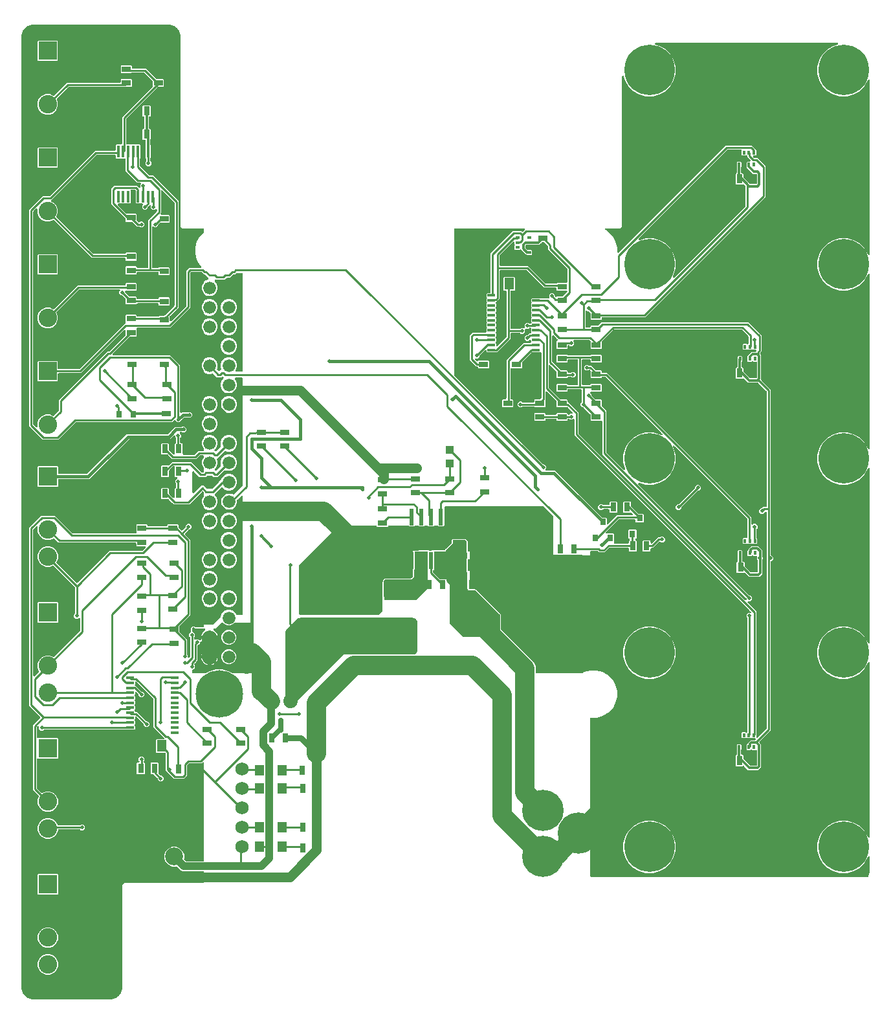
<source format=gtl>
G04 EAGLE Gerber RS-274X export*
G75*
%MOMM*%
%FSLAX34Y34*%
%LPD*%
%INTop Copper*%
%IPPOS*%
%AMOC8*
5,1,8,0,0,1.08239X$1,22.5*%
G01*
%ADD10C,1.737363*%
%ADD11R,1.200000X0.800000*%
%ADD12R,1.200000X1.400000*%
%ADD13R,0.800000X1.200000*%
%ADD14C,5.394963*%
%ADD15R,0.990600X0.304800*%
%ADD16R,1.300000X1.500000*%
%ADD17R,2.413000X2.413000*%
%ADD18C,2.413000*%
%ADD19C,6.604000*%
%ADD20R,0.400000X1.600000*%
%ADD21R,0.800000X0.900000*%
%ADD22R,0.350000X0.500000*%
%ADD23R,0.500000X0.350000*%
%ADD24R,3.900000X1.600000*%
%ADD25C,1.676400*%
%ADD26C,6.197600*%
%ADD27C,1.879600*%
%ADD28R,2.340000X2.340000*%
%ADD29C,2.340000*%
%ADD30R,0.533400X2.199641*%
%ADD31R,0.609600X2.209800*%
%ADD32R,0.497841X2.199641*%
%ADD33R,4.902200X2.946400*%
%ADD34R,1.000000X1.100000*%
%ADD35R,3.500000X2.350000*%
%ADD36R,1.800000X1.400000*%
%ADD37C,0.304800*%
%ADD38C,0.254000*%
%ADD39C,0.482600*%
%ADD40C,0.502400*%
%ADD41C,2.540000*%
%ADD42C,0.762000*%
%ADD43C,1.270000*%
%ADD44C,0.802400*%
%ADD45C,0.902400*%
%ADD46C,0.330200*%
%ADD47C,1.016000*%
%ADD48C,0.508000*%
%ADD49C,2.286000*%
%ADD50C,2.032000*%
%ADD51C,0.406400*%
%ADD52C,0.635000*%

G36*
X459566Y-279010D02*
X459566Y-279010D01*
X466636Y-283092D01*
X472408Y-288864D01*
X476490Y-295934D01*
X478602Y-303818D01*
X478602Y-311982D01*
X476490Y-319866D01*
X472408Y-326936D01*
X466636Y-332708D01*
X459566Y-336790D01*
X451682Y-338902D01*
X444500Y-338902D01*
X444382Y-338917D01*
X444263Y-338925D01*
X444225Y-338937D01*
X444184Y-338942D01*
X444074Y-338986D01*
X443961Y-339023D01*
X443926Y-339044D01*
X443889Y-339059D01*
X443793Y-339129D01*
X443692Y-339193D01*
X443664Y-339222D01*
X443631Y-339246D01*
X443556Y-339338D01*
X443474Y-339424D01*
X443454Y-339460D01*
X443429Y-339491D01*
X443378Y-339599D01*
X443320Y-339703D01*
X443310Y-339742D01*
X443293Y-339779D01*
X443271Y-339895D01*
X443241Y-340011D01*
X443237Y-340071D01*
X443233Y-340091D01*
X443235Y-340111D01*
X443231Y-340172D01*
X443231Y-546100D01*
X443246Y-546218D01*
X443253Y-546337D01*
X443266Y-546375D01*
X443271Y-546416D01*
X443314Y-546526D01*
X443351Y-546639D01*
X443373Y-546674D01*
X443388Y-546711D01*
X443458Y-546807D01*
X443521Y-546908D01*
X443551Y-546936D01*
X443574Y-546969D01*
X443666Y-547045D01*
X443753Y-547126D01*
X443788Y-547146D01*
X443819Y-547171D01*
X443927Y-547222D01*
X444031Y-547280D01*
X444071Y-547290D01*
X444107Y-547307D01*
X444224Y-547329D01*
X444339Y-547359D01*
X444400Y-547363D01*
X444420Y-547367D01*
X444440Y-547365D01*
X444500Y-547369D01*
X805899Y-547369D01*
X805938Y-547364D01*
X805977Y-547367D01*
X806095Y-547344D01*
X806214Y-547329D01*
X806251Y-547315D01*
X806290Y-547308D01*
X806399Y-547256D01*
X806510Y-547212D01*
X806542Y-547189D01*
X806578Y-547172D01*
X806670Y-547096D01*
X806767Y-547026D01*
X806792Y-546995D01*
X806823Y-546970D01*
X806926Y-546846D01*
X807341Y-546275D01*
X807398Y-546171D01*
X807462Y-546071D01*
X807484Y-546014D01*
X807494Y-545996D01*
X807499Y-545976D01*
X807521Y-545921D01*
X809022Y-541301D01*
X809035Y-541233D01*
X809057Y-541168D01*
X809080Y-541008D01*
X809271Y-538580D01*
X809271Y-538572D01*
X809272Y-538565D01*
X809271Y-538545D01*
X809275Y-538480D01*
X809275Y-521093D01*
X809256Y-520942D01*
X809239Y-520791D01*
X809236Y-520785D01*
X809235Y-520778D01*
X809180Y-520637D01*
X809125Y-520494D01*
X809121Y-520488D01*
X809118Y-520482D01*
X809029Y-520359D01*
X808941Y-520235D01*
X808936Y-520230D01*
X808932Y-520225D01*
X808813Y-520127D01*
X808698Y-520029D01*
X808692Y-520026D01*
X808687Y-520022D01*
X808549Y-519957D01*
X808412Y-519891D01*
X808405Y-519889D01*
X808399Y-519887D01*
X808251Y-519858D01*
X808100Y-519828D01*
X808093Y-519828D01*
X808087Y-519827D01*
X807935Y-519836D01*
X807782Y-519844D01*
X807776Y-519846D01*
X807769Y-519847D01*
X807625Y-519893D01*
X807479Y-519939D01*
X807473Y-519942D01*
X807467Y-519945D01*
X807338Y-520026D01*
X807208Y-520106D01*
X807204Y-520111D01*
X807198Y-520115D01*
X807093Y-520226D01*
X806988Y-520336D01*
X806985Y-520341D01*
X806980Y-520346D01*
X806906Y-520480D01*
X806831Y-520612D01*
X806829Y-520621D01*
X806826Y-520625D01*
X806824Y-520635D01*
X806780Y-520765D01*
X806654Y-521236D01*
X802139Y-529055D01*
X795755Y-535439D01*
X787936Y-539954D01*
X779214Y-542291D01*
X770186Y-542291D01*
X761464Y-539954D01*
X753645Y-535439D01*
X747261Y-529055D01*
X742746Y-521236D01*
X740409Y-512514D01*
X740409Y-503486D01*
X742746Y-494764D01*
X747261Y-486945D01*
X753645Y-480561D01*
X761464Y-476046D01*
X770186Y-473709D01*
X779214Y-473709D01*
X787936Y-476046D01*
X795755Y-480561D01*
X802139Y-486945D01*
X806654Y-494764D01*
X806780Y-495235D01*
X806838Y-495376D01*
X806894Y-495518D01*
X806898Y-495523D01*
X806900Y-495529D01*
X806992Y-495654D01*
X807080Y-495775D01*
X807086Y-495779D01*
X807090Y-495785D01*
X807208Y-495881D01*
X807325Y-495978D01*
X807332Y-495981D01*
X807337Y-495985D01*
X807476Y-496049D01*
X807613Y-496113D01*
X807620Y-496115D01*
X807626Y-496118D01*
X807777Y-496145D01*
X807926Y-496173D01*
X807932Y-496173D01*
X807939Y-496174D01*
X808091Y-496163D01*
X808243Y-496153D01*
X808249Y-496151D01*
X808256Y-496151D01*
X808401Y-496102D01*
X808545Y-496055D01*
X808551Y-496052D01*
X808558Y-496050D01*
X808685Y-495967D01*
X808814Y-495885D01*
X808819Y-495880D01*
X808824Y-495877D01*
X808928Y-495765D01*
X809032Y-495654D01*
X809035Y-495648D01*
X809040Y-495643D01*
X809112Y-495509D01*
X809186Y-495375D01*
X809187Y-495369D01*
X809190Y-495363D01*
X809227Y-495215D01*
X809265Y-495067D01*
X809266Y-495058D01*
X809267Y-495054D01*
X809267Y-495043D01*
X809275Y-494907D01*
X809275Y-267093D01*
X809256Y-266942D01*
X809239Y-266791D01*
X809236Y-266785D01*
X809235Y-266778D01*
X809180Y-266637D01*
X809125Y-266494D01*
X809121Y-266488D01*
X809118Y-266482D01*
X809029Y-266359D01*
X808941Y-266235D01*
X808936Y-266230D01*
X808932Y-266225D01*
X808813Y-266127D01*
X808698Y-266029D01*
X808692Y-266026D01*
X808687Y-266022D01*
X808549Y-265957D01*
X808412Y-265891D01*
X808405Y-265889D01*
X808399Y-265887D01*
X808251Y-265858D01*
X808100Y-265828D01*
X808093Y-265828D01*
X808087Y-265827D01*
X807935Y-265836D01*
X807782Y-265844D01*
X807776Y-265846D01*
X807769Y-265847D01*
X807625Y-265893D01*
X807479Y-265939D01*
X807473Y-265942D01*
X807467Y-265945D01*
X807338Y-266026D01*
X807208Y-266106D01*
X807204Y-266111D01*
X807198Y-266115D01*
X807093Y-266226D01*
X806988Y-266336D01*
X806985Y-266341D01*
X806980Y-266346D01*
X806906Y-266480D01*
X806831Y-266612D01*
X806829Y-266621D01*
X806826Y-266625D01*
X806824Y-266635D01*
X806780Y-266765D01*
X806654Y-267236D01*
X802139Y-275055D01*
X795755Y-281439D01*
X787936Y-285954D01*
X779214Y-288291D01*
X770186Y-288291D01*
X761464Y-285954D01*
X753645Y-281439D01*
X747261Y-275055D01*
X742746Y-267236D01*
X740409Y-258514D01*
X740409Y-249486D01*
X742746Y-240764D01*
X747261Y-232945D01*
X753645Y-226561D01*
X761464Y-222046D01*
X770186Y-219709D01*
X779214Y-219709D01*
X787936Y-222046D01*
X795755Y-226561D01*
X802139Y-232945D01*
X806654Y-240764D01*
X806780Y-241235D01*
X806838Y-241376D01*
X806894Y-241518D01*
X806898Y-241523D01*
X806900Y-241529D01*
X806992Y-241654D01*
X807080Y-241775D01*
X807086Y-241779D01*
X807090Y-241785D01*
X807208Y-241881D01*
X807325Y-241978D01*
X807332Y-241981D01*
X807337Y-241985D01*
X807476Y-242049D01*
X807613Y-242113D01*
X807620Y-242115D01*
X807626Y-242118D01*
X807777Y-242145D01*
X807926Y-242173D01*
X807932Y-242173D01*
X807939Y-242174D01*
X808091Y-242163D01*
X808243Y-242153D01*
X808249Y-242151D01*
X808256Y-242151D01*
X808401Y-242102D01*
X808545Y-242055D01*
X808551Y-242052D01*
X808558Y-242050D01*
X808685Y-241967D01*
X808814Y-241885D01*
X808819Y-241880D01*
X808824Y-241877D01*
X808928Y-241765D01*
X809032Y-241654D01*
X809035Y-241648D01*
X809040Y-241643D01*
X809112Y-241509D01*
X809186Y-241375D01*
X809187Y-241369D01*
X809190Y-241363D01*
X809227Y-241215D01*
X809265Y-241067D01*
X809266Y-241058D01*
X809267Y-241054D01*
X809267Y-241043D01*
X809275Y-240907D01*
X809275Y-13093D01*
X809256Y-12942D01*
X809239Y-12791D01*
X809236Y-12785D01*
X809235Y-12778D01*
X809180Y-12637D01*
X809125Y-12494D01*
X809121Y-12488D01*
X809118Y-12482D01*
X809029Y-12359D01*
X808941Y-12235D01*
X808936Y-12230D01*
X808932Y-12225D01*
X808813Y-12127D01*
X808698Y-12029D01*
X808692Y-12026D01*
X808687Y-12022D01*
X808549Y-11957D01*
X808412Y-11891D01*
X808405Y-11889D01*
X808399Y-11887D01*
X808251Y-11858D01*
X808100Y-11828D01*
X808093Y-11828D01*
X808087Y-11827D01*
X807935Y-11836D01*
X807782Y-11844D01*
X807776Y-11846D01*
X807769Y-11847D01*
X807625Y-11893D01*
X807479Y-11939D01*
X807473Y-11942D01*
X807467Y-11945D01*
X807338Y-12026D01*
X807208Y-12106D01*
X807204Y-12111D01*
X807198Y-12115D01*
X807093Y-12226D01*
X806988Y-12336D01*
X806985Y-12341D01*
X806980Y-12346D01*
X806906Y-12480D01*
X806831Y-12612D01*
X806829Y-12621D01*
X806826Y-12625D01*
X806824Y-12635D01*
X806780Y-12765D01*
X806654Y-13236D01*
X802139Y-21055D01*
X795755Y-27439D01*
X787936Y-31954D01*
X779214Y-34291D01*
X770186Y-34291D01*
X761464Y-31954D01*
X753645Y-27439D01*
X747261Y-21055D01*
X742746Y-13236D01*
X740409Y-4514D01*
X740409Y4514D01*
X742746Y13236D01*
X747261Y21055D01*
X753645Y27439D01*
X761464Y31954D01*
X770186Y34291D01*
X779214Y34291D01*
X787936Y31954D01*
X795755Y27439D01*
X802139Y21055D01*
X806654Y13236D01*
X806780Y12765D01*
X806838Y12624D01*
X806894Y12482D01*
X806898Y12477D01*
X806900Y12471D01*
X806992Y12346D01*
X807080Y12225D01*
X807086Y12221D01*
X807090Y12215D01*
X807208Y12119D01*
X807325Y12022D01*
X807332Y12019D01*
X807337Y12015D01*
X807476Y11951D01*
X807613Y11887D01*
X807620Y11885D01*
X807626Y11882D01*
X807777Y11855D01*
X807926Y11827D01*
X807932Y11827D01*
X807939Y11826D01*
X808091Y11837D01*
X808243Y11847D01*
X808249Y11849D01*
X808256Y11849D01*
X808401Y11898D01*
X808545Y11945D01*
X808551Y11948D01*
X808558Y11950D01*
X808685Y12033D01*
X808814Y12115D01*
X808819Y12120D01*
X808824Y12123D01*
X808928Y12235D01*
X809032Y12346D01*
X809035Y12352D01*
X809040Y12357D01*
X809112Y12491D01*
X809186Y12625D01*
X809187Y12631D01*
X809190Y12637D01*
X809227Y12785D01*
X809265Y12933D01*
X809266Y12942D01*
X809267Y12946D01*
X809267Y12957D01*
X809275Y13093D01*
X809275Y240907D01*
X809256Y241058D01*
X809239Y241209D01*
X809236Y241215D01*
X809235Y241222D01*
X809180Y241363D01*
X809125Y241506D01*
X809121Y241512D01*
X809118Y241518D01*
X809029Y241641D01*
X808941Y241765D01*
X808936Y241770D01*
X808932Y241775D01*
X808813Y241873D01*
X808698Y241971D01*
X808692Y241974D01*
X808687Y241978D01*
X808549Y242043D01*
X808412Y242109D01*
X808405Y242111D01*
X808399Y242113D01*
X808251Y242142D01*
X808100Y242172D01*
X808093Y242172D01*
X808087Y242173D01*
X807935Y242164D01*
X807782Y242156D01*
X807776Y242154D01*
X807769Y242153D01*
X807625Y242107D01*
X807479Y242061D01*
X807473Y242058D01*
X807467Y242055D01*
X807338Y241974D01*
X807208Y241894D01*
X807204Y241889D01*
X807198Y241885D01*
X807093Y241774D01*
X806988Y241664D01*
X806985Y241659D01*
X806980Y241654D01*
X806906Y241520D01*
X806831Y241388D01*
X806829Y241379D01*
X806826Y241375D01*
X806824Y241365D01*
X806780Y241235D01*
X806654Y240764D01*
X802139Y232945D01*
X795755Y226561D01*
X787936Y222046D01*
X779214Y219709D01*
X770186Y219709D01*
X761464Y222046D01*
X753645Y226561D01*
X747261Y232945D01*
X742746Y240764D01*
X740409Y249486D01*
X740409Y258514D01*
X742746Y267236D01*
X747261Y275055D01*
X753645Y281439D01*
X761464Y285954D01*
X770186Y288291D01*
X779214Y288291D01*
X787936Y285954D01*
X795755Y281439D01*
X802139Y275055D01*
X806654Y267236D01*
X806780Y266765D01*
X806838Y266624D01*
X806894Y266482D01*
X806898Y266477D01*
X806900Y266471D01*
X806992Y266346D01*
X807080Y266225D01*
X807086Y266221D01*
X807090Y266215D01*
X807208Y266119D01*
X807325Y266022D01*
X807332Y266019D01*
X807337Y266015D01*
X807476Y265951D01*
X807613Y265887D01*
X807620Y265885D01*
X807626Y265882D01*
X807777Y265855D01*
X807926Y265827D01*
X807932Y265827D01*
X807939Y265826D01*
X808091Y265837D01*
X808243Y265847D01*
X808249Y265849D01*
X808256Y265849D01*
X808401Y265898D01*
X808545Y265945D01*
X808551Y265948D01*
X808558Y265950D01*
X808685Y266033D01*
X808814Y266115D01*
X808819Y266120D01*
X808824Y266123D01*
X808928Y266235D01*
X809032Y266346D01*
X809035Y266352D01*
X809040Y266357D01*
X809112Y266491D01*
X809186Y266625D01*
X809187Y266631D01*
X809190Y266637D01*
X809227Y266785D01*
X809265Y266933D01*
X809266Y266942D01*
X809267Y266946D01*
X809267Y266957D01*
X809275Y267093D01*
X809275Y494907D01*
X809256Y495058D01*
X809239Y495209D01*
X809236Y495215D01*
X809235Y495222D01*
X809180Y495363D01*
X809125Y495506D01*
X809121Y495512D01*
X809118Y495518D01*
X809029Y495641D01*
X808941Y495765D01*
X808936Y495770D01*
X808932Y495775D01*
X808813Y495873D01*
X808698Y495971D01*
X808692Y495974D01*
X808687Y495978D01*
X808549Y496043D01*
X808412Y496109D01*
X808405Y496111D01*
X808399Y496113D01*
X808251Y496142D01*
X808100Y496172D01*
X808093Y496172D01*
X808087Y496173D01*
X807935Y496164D01*
X807782Y496156D01*
X807776Y496154D01*
X807769Y496153D01*
X807625Y496107D01*
X807479Y496061D01*
X807473Y496058D01*
X807467Y496055D01*
X807338Y495974D01*
X807208Y495894D01*
X807204Y495889D01*
X807198Y495885D01*
X807093Y495774D01*
X806988Y495664D01*
X806985Y495659D01*
X806980Y495654D01*
X806906Y495520D01*
X806831Y495388D01*
X806829Y495379D01*
X806826Y495375D01*
X806824Y495365D01*
X806780Y495235D01*
X806654Y494764D01*
X802139Y486945D01*
X795755Y480561D01*
X787936Y476046D01*
X779214Y473709D01*
X770186Y473709D01*
X761464Y476046D01*
X753645Y480561D01*
X747261Y486945D01*
X742746Y494764D01*
X740409Y503486D01*
X740409Y512514D01*
X742746Y521236D01*
X747261Y529055D01*
X753645Y535439D01*
X761464Y539954D01*
X766675Y541350D01*
X766816Y541408D01*
X766958Y541464D01*
X766963Y541468D01*
X766969Y541470D01*
X767092Y541561D01*
X767215Y541650D01*
X767219Y541656D01*
X767225Y541660D01*
X767320Y541778D01*
X767418Y541895D01*
X767421Y541902D01*
X767425Y541907D01*
X767488Y542045D01*
X767553Y542183D01*
X767554Y542190D01*
X767557Y542196D01*
X767584Y542346D01*
X767613Y542496D01*
X767613Y542502D01*
X767614Y542509D01*
X767603Y542662D01*
X767593Y542813D01*
X767591Y542819D01*
X767591Y542826D01*
X767542Y542972D01*
X767495Y543115D01*
X767492Y543121D01*
X767489Y543128D01*
X767406Y543256D01*
X767325Y543384D01*
X767320Y543389D01*
X767316Y543394D01*
X767204Y543498D01*
X767093Y543602D01*
X767088Y543605D01*
X767083Y543610D01*
X766947Y543683D01*
X766815Y543756D01*
X766808Y543757D01*
X766802Y543760D01*
X766654Y543797D01*
X766507Y543835D01*
X766498Y543836D01*
X766494Y543837D01*
X766483Y543837D01*
X766346Y543845D01*
X529054Y543845D01*
X528904Y543826D01*
X528751Y543809D01*
X528745Y543806D01*
X528738Y543805D01*
X528597Y543750D01*
X528454Y543695D01*
X528449Y543691D01*
X528442Y543688D01*
X528319Y543599D01*
X528195Y543511D01*
X528191Y543506D01*
X528185Y543502D01*
X528088Y543384D01*
X527990Y543268D01*
X527987Y543262D01*
X527982Y543257D01*
X527918Y543119D01*
X527851Y542982D01*
X527850Y542975D01*
X527847Y542969D01*
X527818Y542820D01*
X527788Y542670D01*
X527788Y542663D01*
X527787Y542657D01*
X527796Y542505D01*
X527804Y542352D01*
X527806Y542346D01*
X527807Y542339D01*
X527853Y542195D01*
X527899Y542049D01*
X527903Y542043D01*
X527905Y542037D01*
X527987Y541907D01*
X528066Y541778D01*
X528071Y541774D01*
X528075Y541768D01*
X528187Y541663D01*
X528296Y541558D01*
X528302Y541555D01*
X528307Y541550D01*
X528440Y541477D01*
X528573Y541401D01*
X528581Y541399D01*
X528585Y541396D01*
X528595Y541394D01*
X528725Y541350D01*
X533936Y539954D01*
X541755Y535439D01*
X548139Y529055D01*
X552654Y521236D01*
X554991Y512514D01*
X554991Y503486D01*
X552654Y494764D01*
X548139Y486945D01*
X541755Y480561D01*
X533936Y476046D01*
X525214Y473709D01*
X516186Y473709D01*
X507464Y476046D01*
X499645Y480561D01*
X493261Y486945D01*
X488746Y494764D01*
X487350Y499975D01*
X487293Y500115D01*
X487236Y500258D01*
X487232Y500263D01*
X487230Y500269D01*
X487139Y500392D01*
X487050Y500515D01*
X487044Y500519D01*
X487040Y500525D01*
X486922Y500620D01*
X486805Y500718D01*
X486798Y500721D01*
X486793Y500725D01*
X486655Y500788D01*
X486517Y500853D01*
X486510Y500854D01*
X486504Y500857D01*
X486354Y500884D01*
X486204Y500913D01*
X486198Y500913D01*
X486191Y500914D01*
X486038Y500903D01*
X485887Y500893D01*
X485881Y500891D01*
X485874Y500891D01*
X485728Y500842D01*
X485585Y500795D01*
X485579Y500792D01*
X485572Y500789D01*
X485444Y500706D01*
X485316Y500625D01*
X485311Y500620D01*
X485306Y500616D01*
X485202Y500504D01*
X485098Y500393D01*
X485095Y500388D01*
X485090Y500383D01*
X485017Y500247D01*
X484944Y500115D01*
X484943Y500108D01*
X484940Y500102D01*
X484903Y499954D01*
X484865Y499807D01*
X484864Y499798D01*
X484863Y499794D01*
X484863Y499783D01*
X484855Y499646D01*
X484855Y303340D01*
X482790Y301275D01*
X463808Y301275D01*
X463664Y301257D01*
X463519Y301242D01*
X463506Y301237D01*
X463493Y301235D01*
X463358Y301182D01*
X463221Y301131D01*
X463210Y301123D01*
X463197Y301118D01*
X463080Y301033D01*
X462960Y300950D01*
X462951Y300939D01*
X462940Y300932D01*
X462847Y300820D01*
X462752Y300709D01*
X462746Y300697D01*
X462737Y300687D01*
X462675Y300555D01*
X462610Y300424D01*
X462607Y300411D01*
X462601Y300399D01*
X462574Y300257D01*
X462544Y300113D01*
X462544Y300100D01*
X462542Y300087D01*
X462551Y299942D01*
X462557Y299796D01*
X462561Y299783D01*
X462561Y299769D01*
X462606Y299631D01*
X462648Y299491D01*
X462655Y299479D01*
X462659Y299467D01*
X462737Y299344D01*
X462813Y299219D01*
X462822Y299209D01*
X462830Y299198D01*
X462936Y299098D01*
X463040Y298996D01*
X463055Y298986D01*
X463061Y298980D01*
X463076Y298972D01*
X463174Y298907D01*
X466636Y296908D01*
X472408Y291136D01*
X476490Y284066D01*
X478602Y276182D01*
X478602Y270376D01*
X478620Y270238D01*
X478633Y270099D01*
X478640Y270080D01*
X478642Y270060D01*
X478693Y269931D01*
X478740Y269800D01*
X478752Y269783D01*
X478759Y269764D01*
X478841Y269652D01*
X478919Y269537D01*
X478934Y269523D01*
X478946Y269507D01*
X479053Y269418D01*
X479157Y269326D01*
X479175Y269317D01*
X479191Y269304D01*
X479317Y269245D01*
X479441Y269182D01*
X479460Y269177D01*
X479479Y269169D01*
X479615Y269143D01*
X479751Y269112D01*
X479771Y269113D01*
X479791Y269109D01*
X479929Y269118D01*
X480069Y269122D01*
X480088Y269127D01*
X480108Y269129D01*
X480241Y269172D01*
X480374Y269210D01*
X480392Y269220D01*
X480411Y269227D01*
X480528Y269301D01*
X480648Y269372D01*
X480669Y269390D01*
X480680Y269397D01*
X480694Y269412D01*
X480769Y269478D01*
X620740Y409449D01*
X654848Y409449D01*
X659893Y404404D01*
X659893Y404270D01*
X659905Y404172D01*
X659908Y404073D01*
X659925Y404015D01*
X659933Y403955D01*
X659969Y403862D01*
X659997Y403767D01*
X660027Y403715D01*
X660050Y403659D01*
X660108Y403579D01*
X660158Y403493D01*
X660224Y403418D01*
X660236Y403402D01*
X660246Y403394D01*
X660265Y403373D01*
X660471Y403166D01*
X660471Y397114D01*
X659726Y396369D01*
X657276Y396369D01*
X657138Y396352D01*
X657000Y396339D01*
X656981Y396332D01*
X656961Y396329D01*
X656831Y396278D01*
X656700Y396231D01*
X656684Y396220D01*
X656665Y396212D01*
X656552Y396131D01*
X656437Y396053D01*
X656424Y396037D01*
X656408Y396026D01*
X656319Y395918D01*
X656227Y395814D01*
X656218Y395796D01*
X656205Y395781D01*
X656146Y395655D01*
X656082Y395531D01*
X656078Y395511D01*
X656069Y395493D01*
X656043Y395357D01*
X656013Y395221D01*
X656013Y395200D01*
X656009Y395181D01*
X656018Y395042D01*
X656022Y394903D01*
X656028Y394883D01*
X656029Y394863D01*
X656072Y394731D01*
X656111Y394597D01*
X656121Y394580D01*
X656127Y394561D01*
X656201Y394443D01*
X656272Y394323D01*
X656291Y394302D01*
X656297Y394292D01*
X656312Y394278D01*
X656379Y394202D01*
X656763Y393818D01*
X656841Y393758D01*
X656913Y393690D01*
X656966Y393661D01*
X657014Y393624D01*
X657105Y393584D01*
X657192Y393536D01*
X657250Y393521D01*
X657306Y393497D01*
X657404Y393482D01*
X657499Y393457D01*
X657600Y393451D01*
X657620Y393447D01*
X657632Y393449D01*
X657660Y393447D01*
X661706Y393447D01*
X672339Y382814D01*
X672339Y341848D01*
X515402Y184911D01*
X459390Y184911D01*
X459272Y184896D01*
X459153Y184889D01*
X459115Y184876D01*
X459074Y184871D01*
X458964Y184828D01*
X458851Y184791D01*
X458816Y184769D01*
X458779Y184754D01*
X458683Y184685D01*
X458582Y184621D01*
X458554Y184591D01*
X458521Y184568D01*
X458445Y184476D01*
X458364Y184389D01*
X458344Y184354D01*
X458319Y184323D01*
X458268Y184215D01*
X458210Y184111D01*
X458200Y184071D01*
X458183Y184035D01*
X458161Y183918D01*
X458131Y183803D01*
X458127Y183743D01*
X458123Y183723D01*
X458125Y183702D01*
X458121Y183642D01*
X458121Y182274D01*
X457376Y181529D01*
X444324Y181529D01*
X443579Y182274D01*
X443579Y190096D01*
X443567Y190194D01*
X443564Y190293D01*
X443547Y190351D01*
X443539Y190411D01*
X443503Y190503D01*
X443475Y190599D01*
X443445Y190651D01*
X443422Y190707D01*
X443364Y190787D01*
X443314Y190873D01*
X443248Y190948D01*
X443236Y190964D01*
X443226Y190972D01*
X443208Y190993D01*
X441660Y192541D01*
X441582Y192601D01*
X441510Y192669D01*
X441457Y192698D01*
X441409Y192735D01*
X441318Y192775D01*
X441231Y192823D01*
X441173Y192838D01*
X441117Y192862D01*
X441019Y192877D01*
X440924Y192902D01*
X440823Y192908D01*
X440803Y192912D01*
X440791Y192910D01*
X440763Y192912D01*
X439672Y192912D01*
X439047Y193537D01*
X438956Y193608D01*
X438933Y193630D01*
X438920Y193637D01*
X438831Y193711D01*
X438812Y193720D01*
X438796Y193732D01*
X438669Y193787D01*
X438543Y193846D01*
X438523Y193850D01*
X438504Y193858D01*
X438366Y193880D01*
X438230Y193906D01*
X438210Y193905D01*
X438190Y193908D01*
X438051Y193895D01*
X437913Y193886D01*
X437894Y193880D01*
X437874Y193878D01*
X437742Y193831D01*
X437611Y193788D01*
X437593Y193778D01*
X437574Y193771D01*
X437459Y193693D01*
X437342Y193618D01*
X437328Y193603D01*
X437311Y193592D01*
X437219Y193488D01*
X437124Y193387D01*
X437114Y193369D01*
X437101Y193354D01*
X437038Y193230D01*
X436970Y193108D01*
X436965Y193088D01*
X436956Y193070D01*
X436926Y192935D01*
X436891Y192800D01*
X436889Y192772D01*
X436886Y192760D01*
X436887Y192740D01*
X436884Y192686D01*
X436883Y192684D01*
X436883Y192682D01*
X436881Y192639D01*
X436881Y172974D01*
X436896Y172856D01*
X436903Y172737D01*
X436916Y172699D01*
X436921Y172658D01*
X436964Y172548D01*
X437001Y172435D01*
X437023Y172400D01*
X437038Y172363D01*
X437107Y172267D01*
X437171Y172166D01*
X437201Y172138D01*
X437224Y172105D01*
X437316Y172029D01*
X437403Y171948D01*
X437438Y171928D01*
X437469Y171903D01*
X437577Y171852D01*
X437681Y171794D01*
X437721Y171784D01*
X437757Y171767D01*
X437874Y171745D01*
X437989Y171715D01*
X438049Y171711D01*
X438069Y171707D01*
X438090Y171709D01*
X438150Y171705D01*
X442310Y171705D01*
X442428Y171720D01*
X442547Y171727D01*
X442585Y171740D01*
X442626Y171745D01*
X442736Y171788D01*
X442849Y171825D01*
X442884Y171847D01*
X442921Y171862D01*
X443017Y171931D01*
X443118Y171995D01*
X443146Y172025D01*
X443179Y172048D01*
X443255Y172140D01*
X443336Y172227D01*
X443356Y172262D01*
X443381Y172293D01*
X443432Y172401D01*
X443490Y172505D01*
X443500Y172545D01*
X443517Y172581D01*
X443539Y172698D01*
X443569Y172813D01*
X443573Y172873D01*
X443577Y172893D01*
X443575Y172914D01*
X443579Y172974D01*
X443579Y173326D01*
X444324Y174071D01*
X453416Y174071D01*
X453514Y174083D01*
X453613Y174086D01*
X453671Y174103D01*
X453731Y174111D01*
X453823Y174147D01*
X453919Y174175D01*
X453971Y174205D01*
X454027Y174228D01*
X454107Y174286D01*
X454193Y174336D01*
X454268Y174402D01*
X454284Y174414D01*
X454292Y174424D01*
X454313Y174442D01*
X458434Y178563D01*
X650276Y178563D01*
X667767Y161072D01*
X667767Y140680D01*
X665852Y138765D01*
X665792Y138687D01*
X665724Y138615D01*
X665695Y138562D01*
X665658Y138514D01*
X665618Y138423D01*
X665570Y138336D01*
X665555Y138278D01*
X665531Y138222D01*
X665516Y138124D01*
X665491Y138029D01*
X665485Y137928D01*
X665481Y137908D01*
X665483Y137896D01*
X665481Y137868D01*
X665481Y137636D01*
X665493Y137538D01*
X665496Y137439D01*
X665513Y137381D01*
X665521Y137321D01*
X665557Y137229D01*
X665585Y137134D01*
X665615Y137081D01*
X665638Y137025D01*
X665696Y136945D01*
X665746Y136860D01*
X665812Y136784D01*
X665824Y136768D01*
X665834Y136760D01*
X665852Y136739D01*
X667051Y135541D01*
X667051Y102878D01*
X667063Y102780D01*
X667066Y102681D01*
X667083Y102623D01*
X667091Y102563D01*
X667127Y102471D01*
X667155Y102375D01*
X667185Y102323D01*
X667208Y102267D01*
X667266Y102187D01*
X667316Y102102D01*
X667382Y102026D01*
X667394Y102010D01*
X667404Y102002D01*
X667422Y101981D01*
X679197Y90206D01*
X679197Y-125349D01*
X679212Y-125467D01*
X679219Y-125586D01*
X679232Y-125624D01*
X679237Y-125665D01*
X679280Y-125775D01*
X679317Y-125888D01*
X679339Y-125923D01*
X679354Y-125960D01*
X679423Y-126056D01*
X679487Y-126157D01*
X679517Y-126185D01*
X679540Y-126218D01*
X679632Y-126294D01*
X679719Y-126375D01*
X679754Y-126395D01*
X679785Y-126420D01*
X679893Y-126471D01*
X679997Y-126529D01*
X680037Y-126539D01*
X680073Y-126556D01*
X680190Y-126578D01*
X680305Y-126608D01*
X680365Y-126612D01*
X680385Y-126616D01*
X680406Y-126614D01*
X680466Y-126618D01*
X680468Y-126618D01*
X682626Y-128776D01*
X682626Y-131828D01*
X680468Y-133986D01*
X680466Y-133986D01*
X680348Y-134001D01*
X680229Y-134008D01*
X680191Y-134021D01*
X680150Y-134026D01*
X680040Y-134069D01*
X679927Y-134106D01*
X679892Y-134128D01*
X679855Y-134143D01*
X679759Y-134212D01*
X679658Y-134276D01*
X679630Y-134306D01*
X679597Y-134329D01*
X679521Y-134421D01*
X679440Y-134508D01*
X679420Y-134543D01*
X679395Y-134574D01*
X679344Y-134682D01*
X679286Y-134786D01*
X679276Y-134826D01*
X679259Y-134862D01*
X679237Y-134979D01*
X679207Y-135094D01*
X679203Y-135154D01*
X679199Y-135174D01*
X679201Y-135195D01*
X679197Y-135255D01*
X679197Y-355382D01*
X664848Y-369731D01*
X664775Y-369826D01*
X664696Y-369915D01*
X664678Y-369951D01*
X664653Y-369983D01*
X664605Y-370092D01*
X664551Y-370198D01*
X664543Y-370237D01*
X664526Y-370275D01*
X664508Y-370392D01*
X664482Y-370508D01*
X664483Y-370549D01*
X664477Y-370589D01*
X664488Y-370708D01*
X664491Y-370826D01*
X664503Y-370865D01*
X664506Y-370905D01*
X664547Y-371017D01*
X664580Y-371132D01*
X664600Y-371167D01*
X664614Y-371205D01*
X664681Y-371303D01*
X664741Y-371406D01*
X664781Y-371451D01*
X664793Y-371468D01*
X664808Y-371481D01*
X664848Y-371527D01*
X665042Y-371721D01*
X667051Y-373729D01*
X667051Y-403601D01*
X663331Y-407321D01*
X650069Y-407321D01*
X645005Y-402257D01*
X644911Y-402184D01*
X644822Y-402105D01*
X644786Y-402087D01*
X644754Y-402062D01*
X644645Y-402014D01*
X644539Y-401960D01*
X644499Y-401951D01*
X644462Y-401935D01*
X644345Y-401917D01*
X644229Y-401891D01*
X644188Y-401892D01*
X644148Y-401886D01*
X644030Y-401897D01*
X643911Y-401900D01*
X643872Y-401912D01*
X643832Y-401915D01*
X643719Y-401956D01*
X643605Y-401989D01*
X643570Y-402009D01*
X643532Y-402023D01*
X643434Y-402090D01*
X643331Y-402150D01*
X643286Y-402190D01*
X643269Y-402202D01*
X643256Y-402217D01*
X643229Y-402241D01*
X634174Y-402241D01*
X633429Y-401496D01*
X633429Y-388444D01*
X634221Y-387652D01*
X634312Y-387616D01*
X634425Y-387579D01*
X634460Y-387557D01*
X634497Y-387542D01*
X634593Y-387473D01*
X634694Y-387409D01*
X634722Y-387379D01*
X634755Y-387356D01*
X634831Y-387264D01*
X634912Y-387177D01*
X634932Y-387142D01*
X634957Y-387111D01*
X635008Y-387003D01*
X635066Y-386899D01*
X635076Y-386859D01*
X635093Y-386823D01*
X635115Y-386706D01*
X635145Y-386591D01*
X635149Y-386531D01*
X635153Y-386511D01*
X635151Y-386490D01*
X635155Y-386430D01*
X635155Y-381138D01*
X635143Y-381040D01*
X635140Y-380941D01*
X635123Y-380883D01*
X635115Y-380823D01*
X635079Y-380730D01*
X635051Y-380635D01*
X635021Y-380583D01*
X634998Y-380527D01*
X634940Y-380447D01*
X634929Y-380428D01*
X634929Y-374334D01*
X635674Y-373589D01*
X640226Y-373589D01*
X640971Y-374334D01*
X640971Y-380422D01*
X640959Y-380444D01*
X640922Y-380492D01*
X640882Y-380583D01*
X640834Y-380669D01*
X640819Y-380728D01*
X640795Y-380784D01*
X640780Y-380882D01*
X640755Y-380977D01*
X640749Y-381077D01*
X640745Y-381098D01*
X640747Y-381110D01*
X640745Y-381138D01*
X640745Y-386430D01*
X640760Y-386548D01*
X640767Y-386667D01*
X640780Y-386705D01*
X640785Y-386746D01*
X640828Y-386856D01*
X640865Y-386969D01*
X640887Y-387004D01*
X640902Y-387041D01*
X640971Y-387137D01*
X641035Y-387238D01*
X641065Y-387266D01*
X641088Y-387299D01*
X641180Y-387375D01*
X641267Y-387456D01*
X641302Y-387476D01*
X641333Y-387501D01*
X641441Y-387552D01*
X641545Y-387610D01*
X641585Y-387620D01*
X641621Y-387637D01*
X641738Y-387659D01*
X641853Y-387689D01*
X641913Y-387693D01*
X641933Y-387697D01*
X641954Y-387695D01*
X642014Y-387699D01*
X643226Y-387699D01*
X643971Y-388444D01*
X643971Y-392792D01*
X643983Y-392890D01*
X643986Y-392989D01*
X644003Y-393047D01*
X644011Y-393107D01*
X644047Y-393199D01*
X644075Y-393294D01*
X644105Y-393346D01*
X644128Y-393403D01*
X644186Y-393483D01*
X644236Y-393568D01*
X644302Y-393644D01*
X644314Y-393660D01*
X644324Y-393668D01*
X644342Y-393689D01*
X652013Y-401360D01*
X652091Y-401420D01*
X652163Y-401488D01*
X652216Y-401517D01*
X652264Y-401554D01*
X652355Y-401594D01*
X652442Y-401642D01*
X652500Y-401657D01*
X652556Y-401681D01*
X652654Y-401696D01*
X652750Y-401721D01*
X652850Y-401727D01*
X652870Y-401731D01*
X652882Y-401729D01*
X652910Y-401731D01*
X660192Y-401731D01*
X660310Y-401716D01*
X660429Y-401709D01*
X660467Y-401696D01*
X660508Y-401691D01*
X660618Y-401648D01*
X660731Y-401611D01*
X660766Y-401589D01*
X660803Y-401574D01*
X660899Y-401505D01*
X661000Y-401441D01*
X661028Y-401411D01*
X661061Y-401388D01*
X661137Y-401296D01*
X661218Y-401209D01*
X661238Y-401174D01*
X661263Y-401143D01*
X661314Y-401035D01*
X661372Y-400931D01*
X661382Y-400891D01*
X661399Y-400855D01*
X661421Y-400738D01*
X661451Y-400623D01*
X661455Y-400563D01*
X661459Y-400543D01*
X661457Y-400522D01*
X661461Y-400462D01*
X661461Y-382400D01*
X661446Y-382282D01*
X661439Y-382163D01*
X661426Y-382125D01*
X661421Y-382084D01*
X661378Y-381974D01*
X661341Y-381861D01*
X661319Y-381826D01*
X661304Y-381789D01*
X661235Y-381693D01*
X661171Y-381592D01*
X661141Y-381564D01*
X661118Y-381531D01*
X661026Y-381455D01*
X660939Y-381374D01*
X660904Y-381354D01*
X660873Y-381329D01*
X660765Y-381278D01*
X660661Y-381220D01*
X660621Y-381210D01*
X660585Y-381193D01*
X660468Y-381171D01*
X660353Y-381141D01*
X660293Y-381137D01*
X660273Y-381133D01*
X660252Y-381135D01*
X660192Y-381131D01*
X655174Y-381131D01*
X655098Y-381055D01*
X655003Y-380982D01*
X654914Y-380903D01*
X654878Y-380884D01*
X654846Y-380860D01*
X654737Y-380812D01*
X654631Y-380758D01*
X654591Y-380749D01*
X654554Y-380733D01*
X654437Y-380715D01*
X654321Y-380689D01*
X654280Y-380690D01*
X654240Y-380683D01*
X654122Y-380695D01*
X654003Y-380698D01*
X653964Y-380709D01*
X653924Y-380713D01*
X653811Y-380754D01*
X653697Y-380787D01*
X653663Y-380807D01*
X653624Y-380821D01*
X653526Y-380888D01*
X653423Y-380948D01*
X653378Y-380988D01*
X653361Y-380999D01*
X653348Y-381015D01*
X653303Y-381055D01*
X653226Y-381131D01*
X648674Y-381131D01*
X647929Y-380386D01*
X647929Y-374334D01*
X648978Y-373285D01*
X649038Y-373207D01*
X649106Y-373135D01*
X649135Y-373082D01*
X649172Y-373034D01*
X649212Y-372943D01*
X649260Y-372857D01*
X649275Y-372798D01*
X649299Y-372742D01*
X649314Y-372644D01*
X649339Y-372549D01*
X649345Y-372449D01*
X649349Y-372428D01*
X649347Y-372416D01*
X649349Y-372388D01*
X649349Y-372229D01*
X651358Y-370221D01*
X653069Y-368509D01*
X658342Y-368509D01*
X658452Y-368495D01*
X658563Y-368490D01*
X658609Y-368475D01*
X658657Y-368469D01*
X658761Y-368429D01*
X658867Y-368395D01*
X658908Y-368370D01*
X658953Y-368352D01*
X659043Y-368287D01*
X659138Y-368229D01*
X659193Y-368178D01*
X659210Y-368166D01*
X659222Y-368152D01*
X659256Y-368120D01*
X659583Y-367780D01*
X659659Y-367678D01*
X659740Y-367581D01*
X659754Y-367551D01*
X659773Y-367525D01*
X659822Y-367407D01*
X659876Y-367293D01*
X659882Y-367261D01*
X659894Y-367231D01*
X659912Y-367105D01*
X659935Y-366980D01*
X659933Y-366948D01*
X659938Y-366916D01*
X659924Y-366789D01*
X659916Y-366663D01*
X659906Y-366632D01*
X659902Y-366600D01*
X659857Y-366481D01*
X659818Y-366361D01*
X659800Y-366333D01*
X659789Y-366302D01*
X659715Y-366199D01*
X659647Y-366092D01*
X659624Y-366069D01*
X659605Y-366043D01*
X659508Y-365961D01*
X659416Y-365874D01*
X659387Y-365858D01*
X659362Y-365837D01*
X659248Y-365782D01*
X659137Y-365720D01*
X659106Y-365712D01*
X659076Y-365698D01*
X658952Y-365673D01*
X658829Y-365641D01*
X658782Y-365638D01*
X658765Y-365634D01*
X658743Y-365635D01*
X658669Y-365631D01*
X655174Y-365631D01*
X655097Y-365555D01*
X655003Y-365482D01*
X654914Y-365403D01*
X654878Y-365384D01*
X654846Y-365360D01*
X654737Y-365312D01*
X654631Y-365258D01*
X654591Y-365249D01*
X654554Y-365233D01*
X654437Y-365215D01*
X654321Y-365189D01*
X654280Y-365190D01*
X654240Y-365183D01*
X654121Y-365195D01*
X654003Y-365198D01*
X653964Y-365209D01*
X653924Y-365213D01*
X653811Y-365254D01*
X653697Y-365287D01*
X653662Y-365307D01*
X653624Y-365321D01*
X653526Y-365388D01*
X653423Y-365448D01*
X653378Y-365488D01*
X653361Y-365499D01*
X653348Y-365515D01*
X653302Y-365555D01*
X653226Y-365631D01*
X648674Y-365631D01*
X648597Y-365555D01*
X648503Y-365482D01*
X648414Y-365403D01*
X648378Y-365384D01*
X648346Y-365360D01*
X648237Y-365312D01*
X648131Y-365258D01*
X648091Y-365249D01*
X648054Y-365233D01*
X647937Y-365215D01*
X647821Y-365189D01*
X647780Y-365190D01*
X647740Y-365183D01*
X647621Y-365195D01*
X647503Y-365198D01*
X647464Y-365209D01*
X647424Y-365213D01*
X647311Y-365254D01*
X647197Y-365287D01*
X647162Y-365307D01*
X647124Y-365321D01*
X647026Y-365388D01*
X646923Y-365448D01*
X646878Y-365488D01*
X646861Y-365499D01*
X646848Y-365515D01*
X646802Y-365555D01*
X646726Y-365631D01*
X642174Y-365631D01*
X641429Y-364886D01*
X641429Y-358834D01*
X642174Y-358089D01*
X646726Y-358089D01*
X646802Y-358165D01*
X646881Y-358226D01*
X646953Y-358294D01*
X646988Y-358314D01*
X647019Y-358339D01*
X647038Y-358348D01*
X647054Y-358360D01*
X647145Y-358400D01*
X647231Y-358447D01*
X647271Y-358458D01*
X647307Y-358475D01*
X647327Y-358479D01*
X647346Y-358487D01*
X647443Y-358502D01*
X647539Y-358527D01*
X647600Y-358531D01*
X647620Y-358535D01*
X647640Y-358533D01*
X647660Y-358537D01*
X647672Y-358535D01*
X647700Y-358537D01*
X647818Y-358522D01*
X647937Y-358515D01*
X647956Y-358509D01*
X647976Y-358507D01*
X647995Y-358500D01*
X648016Y-358497D01*
X648126Y-358453D01*
X648239Y-358417D01*
X648257Y-358406D01*
X648276Y-358399D01*
X648292Y-358388D01*
X648311Y-358380D01*
X648407Y-358310D01*
X648508Y-358247D01*
X648522Y-358232D01*
X648539Y-358221D01*
X648552Y-358205D01*
X648569Y-358193D01*
X648645Y-358102D01*
X648726Y-358015D01*
X648736Y-357997D01*
X648749Y-357982D01*
X648758Y-357964D01*
X648771Y-357948D01*
X648822Y-357841D01*
X648880Y-357737D01*
X648885Y-357717D01*
X648894Y-357699D01*
X648898Y-357679D01*
X648907Y-357661D01*
X648929Y-357544D01*
X648959Y-357429D01*
X648961Y-357400D01*
X648963Y-357389D01*
X648963Y-357368D01*
X648967Y-357348D01*
X648965Y-357328D01*
X648969Y-357268D01*
X648969Y-208935D01*
X648957Y-208836D01*
X648954Y-208737D01*
X648937Y-208679D01*
X648929Y-208619D01*
X648893Y-208527D01*
X648865Y-208432D01*
X648835Y-208380D01*
X648812Y-208323D01*
X648754Y-208243D01*
X648704Y-208158D01*
X648638Y-208083D01*
X648626Y-208066D01*
X648616Y-208058D01*
X648597Y-208037D01*
X647826Y-207266D01*
X647826Y-204214D01*
X649984Y-202056D01*
X652599Y-202056D01*
X652736Y-202039D01*
X652875Y-202026D01*
X652894Y-202019D01*
X652914Y-202016D01*
X653043Y-201965D01*
X653175Y-201918D01*
X653191Y-201907D01*
X653210Y-201899D01*
X653322Y-201818D01*
X653438Y-201740D01*
X653451Y-201724D01*
X653467Y-201713D01*
X653556Y-201605D01*
X653648Y-201501D01*
X653657Y-201483D01*
X653670Y-201468D01*
X653729Y-201342D01*
X653793Y-201218D01*
X653797Y-201198D01*
X653806Y-201180D01*
X653832Y-201044D01*
X653862Y-200908D01*
X653862Y-200887D01*
X653866Y-200868D01*
X653857Y-200729D01*
X653853Y-200590D01*
X653847Y-200570D01*
X653846Y-200550D01*
X653803Y-200418D01*
X653764Y-200284D01*
X653754Y-200267D01*
X653748Y-200248D01*
X653673Y-200130D01*
X653603Y-200010D01*
X653584Y-199989D01*
X653578Y-199979D01*
X653563Y-199965D01*
X653496Y-199890D01*
X424515Y29092D01*
X422655Y30952D01*
X422655Y50907D01*
X422638Y51045D01*
X422625Y51184D01*
X422618Y51203D01*
X422615Y51223D01*
X422564Y51352D01*
X422517Y51483D01*
X422506Y51500D01*
X422498Y51519D01*
X422417Y51631D01*
X422339Y51746D01*
X422323Y51760D01*
X422312Y51776D01*
X422204Y51865D01*
X422100Y51957D01*
X422082Y51966D01*
X422067Y51979D01*
X421941Y52038D01*
X421817Y52101D01*
X421797Y52106D01*
X421779Y52114D01*
X421642Y52140D01*
X421507Y52171D01*
X421486Y52170D01*
X421467Y52174D01*
X421328Y52166D01*
X421189Y52161D01*
X421169Y52156D01*
X421149Y52154D01*
X421017Y52112D01*
X420883Y52073D01*
X420866Y52063D01*
X420847Y52056D01*
X420729Y51982D01*
X420609Y51911D01*
X420588Y51893D01*
X420578Y51886D01*
X420564Y51871D01*
X420489Y51805D01*
X419864Y51180D01*
X416812Y51180D01*
X416041Y51952D01*
X415963Y52012D01*
X415891Y52080D01*
X415838Y52109D01*
X415790Y52146D01*
X415699Y52186D01*
X415612Y52234D01*
X415553Y52249D01*
X415498Y52273D01*
X415400Y52288D01*
X415304Y52313D01*
X415204Y52319D01*
X415184Y52323D01*
X415171Y52321D01*
X415143Y52323D01*
X414940Y52323D01*
X414822Y52308D01*
X414703Y52301D01*
X414665Y52288D01*
X414624Y52283D01*
X414514Y52240D01*
X414401Y52203D01*
X414366Y52181D01*
X414329Y52166D01*
X414233Y52097D01*
X414132Y52033D01*
X414104Y52003D01*
X414071Y51980D01*
X413995Y51888D01*
X413914Y51801D01*
X413894Y51766D01*
X413869Y51735D01*
X413818Y51627D01*
X413760Y51523D01*
X413750Y51483D01*
X413733Y51447D01*
X413711Y51330D01*
X413681Y51215D01*
X413677Y51155D01*
X413673Y51135D01*
X413675Y51114D01*
X413671Y51054D01*
X413671Y49974D01*
X412926Y49229D01*
X399874Y49229D01*
X399129Y49974D01*
X399129Y51054D01*
X399114Y51172D01*
X399107Y51291D01*
X399094Y51329D01*
X399089Y51370D01*
X399046Y51480D01*
X399009Y51593D01*
X398987Y51628D01*
X398972Y51665D01*
X398903Y51761D01*
X398839Y51862D01*
X398809Y51890D01*
X398786Y51923D01*
X398694Y51999D01*
X398607Y52080D01*
X398572Y52100D01*
X398541Y52125D01*
X398433Y52176D01*
X398329Y52234D01*
X398289Y52244D01*
X398253Y52261D01*
X398136Y52283D01*
X398021Y52313D01*
X397961Y52317D01*
X397941Y52321D01*
X397920Y52319D01*
X397860Y52323D01*
X385730Y52323D01*
X385612Y52308D01*
X385493Y52301D01*
X385455Y52288D01*
X385414Y52283D01*
X385304Y52240D01*
X385191Y52203D01*
X385156Y52181D01*
X385119Y52166D01*
X385023Y52097D01*
X384922Y52033D01*
X384894Y52003D01*
X384861Y51980D01*
X384785Y51888D01*
X384704Y51801D01*
X384684Y51766D01*
X384659Y51735D01*
X384608Y51627D01*
X384550Y51523D01*
X384540Y51483D01*
X384523Y51447D01*
X384501Y51330D01*
X384471Y51215D01*
X384467Y51155D01*
X384463Y51135D01*
X384465Y51114D01*
X384461Y51054D01*
X384461Y49974D01*
X383716Y49229D01*
X370664Y49229D01*
X369919Y49974D01*
X369919Y59026D01*
X370664Y59771D01*
X383716Y59771D01*
X384461Y59026D01*
X384461Y58674D01*
X384476Y58556D01*
X384483Y58437D01*
X384496Y58399D01*
X384501Y58358D01*
X384544Y58248D01*
X384581Y58135D01*
X384603Y58100D01*
X384618Y58063D01*
X384687Y57967D01*
X384751Y57866D01*
X384781Y57838D01*
X384804Y57805D01*
X384896Y57729D01*
X384983Y57648D01*
X385018Y57628D01*
X385049Y57603D01*
X385157Y57552D01*
X385261Y57494D01*
X385301Y57484D01*
X385337Y57467D01*
X385454Y57445D01*
X385569Y57415D01*
X385629Y57411D01*
X385649Y57407D01*
X385670Y57409D01*
X385730Y57405D01*
X397860Y57405D01*
X397978Y57420D01*
X398097Y57427D01*
X398135Y57440D01*
X398176Y57445D01*
X398286Y57488D01*
X398399Y57525D01*
X398434Y57547D01*
X398471Y57562D01*
X398567Y57631D01*
X398668Y57695D01*
X398696Y57725D01*
X398729Y57748D01*
X398805Y57840D01*
X398886Y57927D01*
X398906Y57962D01*
X398931Y57993D01*
X398982Y58101D01*
X399040Y58205D01*
X399050Y58245D01*
X399067Y58281D01*
X399089Y58398D01*
X399119Y58513D01*
X399123Y58573D01*
X399127Y58593D01*
X399125Y58614D01*
X399129Y58674D01*
X399129Y59026D01*
X399874Y59771D01*
X412926Y59771D01*
X413671Y59026D01*
X413671Y58674D01*
X413686Y58556D01*
X413693Y58437D01*
X413706Y58399D01*
X413711Y58358D01*
X413754Y58248D01*
X413791Y58135D01*
X413813Y58100D01*
X413828Y58063D01*
X413897Y57967D01*
X413961Y57866D01*
X413991Y57838D01*
X414014Y57805D01*
X414106Y57729D01*
X414193Y57648D01*
X414228Y57628D01*
X414259Y57603D01*
X414367Y57552D01*
X414471Y57494D01*
X414511Y57484D01*
X414547Y57467D01*
X414664Y57445D01*
X414779Y57415D01*
X414839Y57411D01*
X414859Y57407D01*
X414880Y57409D01*
X414940Y57405D01*
X415143Y57405D01*
X415242Y57417D01*
X415341Y57420D01*
X415399Y57437D01*
X415459Y57445D01*
X415551Y57481D01*
X415646Y57509D01*
X415698Y57539D01*
X415755Y57562D01*
X415835Y57620D01*
X415920Y57670D01*
X415995Y57736D01*
X416012Y57748D01*
X416020Y57758D01*
X416041Y57776D01*
X416812Y58548D01*
X419427Y58548D01*
X419564Y58565D01*
X419703Y58578D01*
X419722Y58585D01*
X419742Y58588D01*
X419871Y58639D01*
X420003Y58686D01*
X420019Y58697D01*
X420038Y58705D01*
X420150Y58786D01*
X420266Y58864D01*
X420279Y58880D01*
X420295Y58891D01*
X420384Y58999D01*
X420476Y59103D01*
X420485Y59121D01*
X420498Y59136D01*
X420557Y59262D01*
X420621Y59386D01*
X420625Y59406D01*
X420634Y59424D01*
X420660Y59560D01*
X420690Y59696D01*
X420690Y59717D01*
X420694Y59736D01*
X420685Y59875D01*
X420681Y60014D01*
X420675Y60034D01*
X420674Y60054D01*
X420631Y60186D01*
X420592Y60320D01*
X420582Y60337D01*
X420576Y60356D01*
X420501Y60474D01*
X420431Y60594D01*
X420412Y60615D01*
X420406Y60625D01*
X420391Y60639D01*
X420324Y60714D01*
X414181Y66858D01*
X414103Y66918D01*
X414031Y66986D01*
X413978Y67015D01*
X413930Y67052D01*
X413839Y67092D01*
X413752Y67140D01*
X413694Y67155D01*
X413638Y67179D01*
X413540Y67194D01*
X413445Y67219D01*
X413345Y67225D01*
X413324Y67229D01*
X413312Y67227D01*
X413284Y67229D01*
X399874Y67229D01*
X399129Y67974D01*
X399129Y74526D01*
X399117Y74624D01*
X399114Y74723D01*
X399097Y74781D01*
X399089Y74841D01*
X399053Y74933D01*
X399025Y75029D01*
X398995Y75081D01*
X398972Y75137D01*
X398914Y75217D01*
X398864Y75302D01*
X398798Y75378D01*
X398786Y75394D01*
X398776Y75402D01*
X398758Y75423D01*
X386469Y87711D01*
X386360Y87797D01*
X386253Y87885D01*
X386234Y87894D01*
X386218Y87906D01*
X386090Y87962D01*
X385965Y88021D01*
X385945Y88025D01*
X385926Y88033D01*
X385788Y88055D01*
X385652Y88081D01*
X385632Y88079D01*
X385612Y88083D01*
X385473Y88069D01*
X385335Y88061D01*
X385316Y88055D01*
X385296Y88053D01*
X385164Y88006D01*
X385033Y87963D01*
X385015Y87952D01*
X384996Y87945D01*
X384881Y87867D01*
X384764Y87793D01*
X384750Y87778D01*
X384733Y87767D01*
X384641Y87662D01*
X384546Y87561D01*
X384536Y87543D01*
X384523Y87528D01*
X384459Y87404D01*
X384392Y87283D01*
X384387Y87263D01*
X384378Y87245D01*
X384348Y87109D01*
X384313Y86975D01*
X384311Y86947D01*
X384308Y86935D01*
X384309Y86914D01*
X384303Y86814D01*
X384303Y77710D01*
X384315Y77612D01*
X384318Y77513D01*
X384335Y77455D01*
X384343Y77395D01*
X384379Y77302D01*
X384407Y77207D01*
X384437Y77155D01*
X384460Y77099D01*
X384461Y77097D01*
X384461Y67974D01*
X383716Y67229D01*
X370664Y67229D01*
X369939Y67953D01*
X369861Y68014D01*
X369789Y68082D01*
X369736Y68111D01*
X369688Y68148D01*
X369597Y68188D01*
X369511Y68236D01*
X369452Y68251D01*
X369396Y68275D01*
X369298Y68290D01*
X369203Y68315D01*
X369103Y68321D01*
X369082Y68325D01*
X369070Y68323D01*
X369042Y68325D01*
X355239Y68325D01*
X355140Y68313D01*
X355041Y68310D01*
X354983Y68293D01*
X354923Y68285D01*
X354831Y68249D01*
X354736Y68221D01*
X354684Y68191D01*
X354627Y68168D01*
X354547Y68110D01*
X354462Y68060D01*
X354387Y67994D01*
X354370Y67982D01*
X354362Y67972D01*
X354341Y67954D01*
X353570Y67182D01*
X350518Y67182D01*
X348360Y69340D01*
X348360Y72392D01*
X350518Y74550D01*
X353570Y74550D01*
X354341Y73778D01*
X354419Y73718D01*
X354491Y73650D01*
X354544Y73621D01*
X354592Y73584D01*
X354683Y73544D01*
X354770Y73496D01*
X354829Y73481D01*
X354884Y73457D01*
X354982Y73442D01*
X355078Y73417D01*
X355178Y73411D01*
X355198Y73407D01*
X355211Y73409D01*
X355239Y73407D01*
X368650Y73407D01*
X368768Y73422D01*
X368887Y73429D01*
X368925Y73442D01*
X368966Y73447D01*
X369076Y73490D01*
X369189Y73527D01*
X369224Y73549D01*
X369261Y73564D01*
X369357Y73633D01*
X369458Y73697D01*
X369486Y73727D01*
X369519Y73750D01*
X369595Y73842D01*
X369676Y73929D01*
X369696Y73964D01*
X369721Y73995D01*
X369772Y74103D01*
X369830Y74207D01*
X369840Y74247D01*
X369857Y74283D01*
X369879Y74400D01*
X369909Y74515D01*
X369913Y74575D01*
X369917Y74595D01*
X369915Y74616D01*
X369919Y74676D01*
X369919Y77026D01*
X370664Y77771D01*
X377690Y77771D01*
X377788Y77783D01*
X377887Y77786D01*
X377945Y77803D01*
X378005Y77811D01*
X378097Y77847D01*
X378193Y77875D01*
X378245Y77905D01*
X378301Y77928D01*
X378381Y77986D01*
X378466Y78036D01*
X378542Y78102D01*
X378558Y78114D01*
X378566Y78124D01*
X378587Y78142D01*
X378850Y78405D01*
X378910Y78483D01*
X378978Y78555D01*
X379007Y78608D01*
X379044Y78656D01*
X379084Y78747D01*
X379132Y78834D01*
X379147Y78892D01*
X379171Y78948D01*
X379186Y79046D01*
X379211Y79141D01*
X379217Y79242D01*
X379221Y79262D01*
X379219Y79274D01*
X379221Y79302D01*
X379221Y137986D01*
X379206Y138104D01*
X379199Y138223D01*
X379186Y138261D01*
X379181Y138302D01*
X379138Y138412D01*
X379101Y138525D01*
X379079Y138560D01*
X379064Y138597D01*
X378995Y138693D01*
X378931Y138794D01*
X378901Y138822D01*
X378878Y138855D01*
X378786Y138931D01*
X378699Y139012D01*
X378664Y139032D01*
X378633Y139057D01*
X378525Y139108D01*
X378421Y139166D01*
X378381Y139176D01*
X378345Y139193D01*
X378228Y139215D01*
X378113Y139245D01*
X378053Y139249D01*
X378033Y139253D01*
X378012Y139251D01*
X377952Y139255D01*
X371974Y139255D01*
X371876Y139243D01*
X371777Y139240D01*
X371719Y139223D01*
X371659Y139215D01*
X371598Y139191D01*
X370676Y139191D01*
X370642Y139187D01*
X370609Y139189D01*
X370449Y139171D01*
X369725Y139039D01*
X369611Y139102D01*
X369596Y139105D01*
X369583Y139113D01*
X369442Y139145D01*
X369303Y139181D01*
X369282Y139182D01*
X369273Y139185D01*
X369255Y139184D01*
X369142Y139191D01*
X367338Y139191D01*
X367240Y139179D01*
X367141Y139176D01*
X367083Y139159D01*
X367023Y139151D01*
X366931Y139115D01*
X366835Y139087D01*
X366783Y139057D01*
X366727Y139034D01*
X366647Y138976D01*
X366562Y138926D01*
X366486Y138860D01*
X366470Y138848D01*
X366462Y138838D01*
X366441Y138820D01*
X354352Y126731D01*
X354292Y126653D01*
X354224Y126581D01*
X354195Y126528D01*
X354158Y126480D01*
X354118Y126389D01*
X354070Y126302D01*
X354055Y126244D01*
X354031Y126188D01*
X354016Y126090D01*
X353991Y125995D01*
X353985Y125894D01*
X353981Y125874D01*
X353983Y125862D01*
X353981Y125834D01*
X353981Y118774D01*
X353236Y118029D01*
X339852Y118029D01*
X339734Y118014D01*
X339615Y118007D01*
X339577Y117994D01*
X339536Y117989D01*
X339426Y117946D01*
X339313Y117909D01*
X339278Y117887D01*
X339241Y117872D01*
X339145Y117803D01*
X339044Y117739D01*
X339016Y117709D01*
X338983Y117686D01*
X338907Y117594D01*
X338826Y117507D01*
X338806Y117472D01*
X338781Y117441D01*
X338730Y117333D01*
X338672Y117229D01*
X338662Y117189D01*
X338645Y117153D01*
X338623Y117036D01*
X338593Y116921D01*
X338589Y116861D01*
X338585Y116841D01*
X338587Y116820D01*
X338583Y116760D01*
X338583Y79040D01*
X338598Y78922D01*
X338605Y78803D01*
X338618Y78765D01*
X338623Y78724D01*
X338666Y78614D01*
X338703Y78501D01*
X338725Y78466D01*
X338740Y78429D01*
X338809Y78333D01*
X338873Y78232D01*
X338903Y78204D01*
X338926Y78171D01*
X339018Y78095D01*
X339105Y78014D01*
X339140Y77994D01*
X339171Y77969D01*
X339279Y77918D01*
X339383Y77860D01*
X339423Y77850D01*
X339459Y77833D01*
X339576Y77811D01*
X339691Y77781D01*
X339751Y77777D01*
X339771Y77773D01*
X339792Y77775D01*
X339852Y77771D01*
X341806Y77771D01*
X342551Y77026D01*
X342551Y67974D01*
X341806Y67229D01*
X328754Y67229D01*
X328009Y67974D01*
X328009Y77026D01*
X328754Y77771D01*
X332232Y77771D01*
X332350Y77786D01*
X332469Y77793D01*
X332507Y77806D01*
X332548Y77811D01*
X332658Y77854D01*
X332771Y77891D01*
X332806Y77913D01*
X332843Y77928D01*
X332939Y77997D01*
X333040Y78061D01*
X333068Y78091D01*
X333101Y78114D01*
X333177Y78206D01*
X333258Y78293D01*
X333278Y78328D01*
X333303Y78359D01*
X333354Y78467D01*
X333412Y78571D01*
X333422Y78611D01*
X333439Y78647D01*
X333461Y78764D01*
X333491Y78879D01*
X333495Y78939D01*
X333499Y78959D01*
X333497Y78980D01*
X333501Y79040D01*
X333501Y129068D01*
X355564Y151131D01*
X364659Y151131D01*
X364797Y151148D01*
X364936Y151161D01*
X364955Y151168D01*
X364974Y151171D01*
X365104Y151222D01*
X365235Y151269D01*
X365252Y151280D01*
X365270Y151288D01*
X365383Y151369D01*
X365498Y151448D01*
X365511Y151463D01*
X365528Y151474D01*
X365616Y151582D01*
X365708Y151686D01*
X365717Y151704D01*
X365730Y151719D01*
X365790Y151845D01*
X365853Y151969D01*
X365857Y151989D01*
X365866Y152007D01*
X365892Y152143D01*
X365922Y152280D01*
X365922Y152300D01*
X365926Y152319D01*
X365917Y152458D01*
X365913Y152597D01*
X365907Y152617D01*
X365906Y152637D01*
X365863Y152769D01*
X365854Y152799D01*
X365854Y154126D01*
X365837Y154264D01*
X365824Y154403D01*
X365817Y154422D01*
X365814Y154442D01*
X365763Y154571D01*
X365716Y154702D01*
X365705Y154719D01*
X365697Y154738D01*
X365616Y154850D01*
X365538Y154965D01*
X365522Y154979D01*
X365511Y154995D01*
X365403Y155084D01*
X365299Y155176D01*
X365281Y155185D01*
X365266Y155198D01*
X365140Y155257D01*
X365016Y155320D01*
X364996Y155325D01*
X364978Y155333D01*
X364841Y155359D01*
X364706Y155390D01*
X364685Y155389D01*
X364666Y155393D01*
X364527Y155385D01*
X364388Y155380D01*
X364368Y155375D01*
X364348Y155373D01*
X364216Y155331D01*
X364082Y155292D01*
X364065Y155282D01*
X364046Y155275D01*
X363928Y155201D01*
X363808Y155130D01*
X363787Y155112D01*
X363777Y155105D01*
X363763Y155090D01*
X363688Y155024D01*
X362714Y154050D01*
X359662Y154050D01*
X357504Y156208D01*
X357504Y159260D01*
X359662Y161418D01*
X360753Y161418D01*
X360851Y161430D01*
X360950Y161433D01*
X361008Y161450D01*
X361068Y161458D01*
X361160Y161494D01*
X361256Y161522D01*
X361308Y161552D01*
X361364Y161575D01*
X361444Y161633D01*
X361530Y161683D01*
X361605Y161749D01*
X361621Y161761D01*
X361629Y161771D01*
X361650Y161789D01*
X363438Y163577D01*
X365213Y163577D01*
X365351Y163594D01*
X365489Y163607D01*
X365508Y163614D01*
X365528Y163617D01*
X365658Y163668D01*
X365789Y163715D01*
X365805Y163726D01*
X365824Y163734D01*
X365936Y163815D01*
X366052Y163893D01*
X366065Y163909D01*
X366082Y163920D01*
X366170Y164028D01*
X366262Y164132D01*
X366271Y164150D01*
X366284Y164165D01*
X366344Y164291D01*
X366407Y164415D01*
X366411Y164435D01*
X366420Y164453D01*
X366446Y164590D01*
X366476Y164725D01*
X366476Y164746D01*
X366480Y164765D01*
X366471Y164904D01*
X366467Y165043D01*
X366461Y165063D01*
X366460Y165083D01*
X366417Y165215D01*
X366378Y165349D01*
X366368Y165366D01*
X366362Y165385D01*
X366288Y165503D01*
X366217Y165623D01*
X366198Y165644D01*
X366192Y165654D01*
X366177Y165668D01*
X366110Y165744D01*
X365854Y166000D01*
X365854Y169926D01*
X365839Y170044D01*
X365832Y170163D01*
X365819Y170201D01*
X365814Y170242D01*
X365771Y170352D01*
X365734Y170465D01*
X365712Y170500D01*
X365697Y170537D01*
X365628Y170633D01*
X365564Y170734D01*
X365534Y170762D01*
X365511Y170795D01*
X365419Y170871D01*
X365332Y170952D01*
X365297Y170972D01*
X365266Y170997D01*
X365158Y171048D01*
X365054Y171106D01*
X365014Y171116D01*
X364978Y171133D01*
X364861Y171155D01*
X364746Y171185D01*
X364686Y171189D01*
X364666Y171193D01*
X364645Y171191D01*
X364585Y171195D01*
X364383Y171195D01*
X364284Y171183D01*
X364185Y171180D01*
X364127Y171163D01*
X364067Y171155D01*
X363975Y171119D01*
X363880Y171091D01*
X363828Y171061D01*
X363771Y171038D01*
X363691Y170980D01*
X363606Y170930D01*
X363531Y170864D01*
X363514Y170852D01*
X363506Y170842D01*
X363485Y170824D01*
X362714Y170052D01*
X359283Y170052D01*
X359165Y170037D01*
X359046Y170030D01*
X359008Y170017D01*
X358967Y170012D01*
X358857Y169969D01*
X358744Y169932D01*
X358709Y169910D01*
X358672Y169895D01*
X358576Y169826D01*
X358475Y169762D01*
X358447Y169732D01*
X358414Y169709D01*
X358338Y169617D01*
X358257Y169530D01*
X358237Y169495D01*
X358212Y169464D01*
X358161Y169356D01*
X358103Y169252D01*
X358093Y169212D01*
X358076Y169176D01*
X358054Y169059D01*
X358024Y168944D01*
X358020Y168884D01*
X358016Y168864D01*
X358018Y168843D01*
X358014Y168783D01*
X358014Y165352D01*
X355856Y163194D01*
X352804Y163194D01*
X352033Y163966D01*
X351955Y164026D01*
X351883Y164094D01*
X351830Y164123D01*
X351782Y164160D01*
X351691Y164200D01*
X351604Y164248D01*
X351545Y164263D01*
X351490Y164287D01*
X351392Y164302D01*
X351296Y164327D01*
X351196Y164333D01*
X351176Y164337D01*
X351163Y164335D01*
X351135Y164337D01*
X339852Y164337D01*
X339734Y164322D01*
X339615Y164315D01*
X339577Y164302D01*
X339536Y164297D01*
X339426Y164254D01*
X339313Y164217D01*
X339278Y164195D01*
X339241Y164180D01*
X339145Y164111D01*
X339044Y164047D01*
X339016Y164017D01*
X338983Y163994D01*
X338907Y163902D01*
X338826Y163815D01*
X338806Y163780D01*
X338781Y163749D01*
X338730Y163641D01*
X338672Y163537D01*
X338662Y163497D01*
X338645Y163461D01*
X338623Y163344D01*
X338593Y163229D01*
X338589Y163169D01*
X338585Y163149D01*
X338587Y163128D01*
X338583Y163068D01*
X338583Y156682D01*
X336723Y154822D01*
X321092Y139191D01*
X316658Y139191D01*
X316515Y139173D01*
X316372Y139159D01*
X316357Y139153D01*
X316342Y139151D01*
X316208Y139098D01*
X316073Y139049D01*
X316061Y139041D01*
X315351Y139171D01*
X315317Y139173D01*
X315285Y139181D01*
X315124Y139191D01*
X314212Y139191D01*
X314181Y139205D01*
X314083Y139220D01*
X313987Y139245D01*
X313887Y139251D01*
X313866Y139255D01*
X313854Y139253D01*
X313826Y139255D01*
X308243Y139255D01*
X307498Y140000D01*
X307498Y140821D01*
X307481Y140958D01*
X307468Y141097D01*
X307461Y141116D01*
X307458Y141136D01*
X307407Y141265D01*
X307360Y141397D01*
X307349Y141413D01*
X307341Y141432D01*
X307260Y141545D01*
X307182Y141660D01*
X307166Y141673D01*
X307155Y141689D01*
X307047Y141778D01*
X306943Y141870D01*
X306925Y141879D01*
X306910Y141892D01*
X306784Y141952D01*
X306660Y142015D01*
X306640Y142019D01*
X306622Y142028D01*
X306486Y142054D01*
X306350Y142084D01*
X306329Y142084D01*
X306310Y142088D01*
X306171Y142079D01*
X306032Y142075D01*
X306012Y142069D01*
X305992Y142068D01*
X305860Y142025D01*
X305726Y141986D01*
X305709Y141976D01*
X305690Y141970D01*
X305572Y141895D01*
X305452Y141825D01*
X305431Y141806D01*
X305421Y141800D01*
X305407Y141785D01*
X305332Y141718D01*
X298949Y135336D01*
X298889Y135258D01*
X298821Y135186D01*
X298792Y135133D01*
X298755Y135085D01*
X298715Y134994D01*
X298667Y134907D01*
X298652Y134849D01*
X298628Y134793D01*
X298613Y134695D01*
X298588Y134600D01*
X298582Y134499D01*
X298578Y134479D01*
X298580Y134467D01*
X298578Y134439D01*
X298578Y133348D01*
X296420Y131190D01*
X293805Y131190D01*
X293667Y131173D01*
X293529Y131160D01*
X293510Y131153D01*
X293490Y131150D01*
X293360Y131099D01*
X293229Y131052D01*
X293213Y131041D01*
X293194Y131033D01*
X293082Y130952D01*
X292966Y130874D01*
X292953Y130858D01*
X292937Y130847D01*
X292848Y130739D01*
X292756Y130635D01*
X292747Y130617D01*
X292734Y130602D01*
X292674Y130476D01*
X292611Y130352D01*
X292607Y130332D01*
X292598Y130314D01*
X292572Y130177D01*
X292542Y130042D01*
X292542Y130021D01*
X292538Y130002D01*
X292547Y129863D01*
X292551Y129724D01*
X292557Y129704D01*
X292558Y129684D01*
X292601Y129552D01*
X292640Y129418D01*
X292650Y129401D01*
X292656Y129382D01*
X292731Y129264D01*
X292801Y129144D01*
X292820Y129123D01*
X292826Y129113D01*
X292841Y129099D01*
X292908Y129024D01*
X294285Y127647D01*
X294379Y127574D01*
X294468Y127495D01*
X294504Y127477D01*
X294536Y127452D01*
X294645Y127404D01*
X294751Y127350D01*
X294791Y127341D01*
X294828Y127325D01*
X294945Y127307D01*
X295061Y127281D01*
X295102Y127282D01*
X295142Y127275D01*
X295260Y127287D01*
X295379Y127290D01*
X295418Y127302D01*
X295458Y127305D01*
X295570Y127346D01*
X295685Y127379D01*
X295720Y127399D01*
X295758Y127413D01*
X295856Y127480D01*
X295959Y127540D01*
X296004Y127580D01*
X296021Y127592D01*
X296034Y127607D01*
X296080Y127647D01*
X297004Y128571D01*
X310056Y128571D01*
X310801Y127826D01*
X310801Y118774D01*
X310056Y118029D01*
X297004Y118029D01*
X296259Y118774D01*
X296259Y119634D01*
X296244Y119752D01*
X296237Y119871D01*
X296224Y119909D01*
X296219Y119950D01*
X296176Y120060D01*
X296139Y120173D01*
X296117Y120208D01*
X296102Y120245D01*
X296033Y120341D01*
X295969Y120442D01*
X295939Y120470D01*
X295916Y120503D01*
X295824Y120579D01*
X295737Y120660D01*
X295702Y120680D01*
X295671Y120705D01*
X295563Y120756D01*
X295459Y120814D01*
X295419Y120824D01*
X295383Y120841D01*
X295266Y120863D01*
X295151Y120893D01*
X295091Y120897D01*
X295071Y120901D01*
X295050Y120899D01*
X294990Y120903D01*
X293842Y120903D01*
X285495Y129250D01*
X285495Y161072D01*
X289270Y164847D01*
X306229Y164847D01*
X306347Y164862D01*
X306466Y164869D01*
X306504Y164882D01*
X306545Y164887D01*
X306655Y164930D01*
X306768Y164967D01*
X306803Y164989D01*
X306840Y165004D01*
X306936Y165073D01*
X307037Y165137D01*
X307065Y165167D01*
X307098Y165190D01*
X307174Y165282D01*
X307255Y165369D01*
X307275Y165404D01*
X307300Y165435D01*
X307351Y165543D01*
X307409Y165647D01*
X307419Y165687D01*
X307436Y165723D01*
X307458Y165840D01*
X307488Y165955D01*
X307492Y166015D01*
X307496Y166035D01*
X307494Y166056D01*
X307498Y166116D01*
X307498Y170100D01*
X307800Y170403D01*
X307873Y170497D01*
X307952Y170586D01*
X307971Y170622D01*
X307995Y170654D01*
X308043Y170763D01*
X308097Y170869D01*
X308106Y170908D01*
X308122Y170946D01*
X308140Y171063D01*
X308166Y171179D01*
X308165Y171220D01*
X308172Y171260D01*
X308160Y171378D01*
X308157Y171497D01*
X308146Y171536D01*
X308142Y171576D01*
X308101Y171688D01*
X308068Y171803D01*
X308048Y171838D01*
X308034Y171876D01*
X307967Y171974D01*
X307907Y172077D01*
X307867Y172122D01*
X307856Y172139D01*
X307840Y172152D01*
X307800Y172198D01*
X307498Y172500D01*
X307498Y176600D01*
X307800Y176903D01*
X307873Y176997D01*
X307952Y177086D01*
X307971Y177122D01*
X307995Y177154D01*
X308043Y177263D01*
X308097Y177369D01*
X308106Y177408D01*
X308122Y177446D01*
X308140Y177563D01*
X308166Y177679D01*
X308165Y177720D01*
X308172Y177760D01*
X308160Y177878D01*
X308157Y177997D01*
X308146Y178036D01*
X308142Y178076D01*
X308101Y178188D01*
X308068Y178303D01*
X308048Y178338D01*
X308034Y178376D01*
X307967Y178474D01*
X307907Y178577D01*
X307867Y178622D01*
X307856Y178639D01*
X307840Y178652D01*
X307800Y178698D01*
X307498Y179000D01*
X307498Y183100D01*
X307800Y183403D01*
X307873Y183497D01*
X307952Y183586D01*
X307971Y183622D01*
X307995Y183654D01*
X308043Y183763D01*
X308097Y183869D01*
X308106Y183908D01*
X308122Y183946D01*
X308140Y184063D01*
X308166Y184179D01*
X308165Y184220D01*
X308172Y184260D01*
X308160Y184378D01*
X308157Y184497D01*
X308146Y184536D01*
X308142Y184576D01*
X308101Y184688D01*
X308068Y184803D01*
X308048Y184838D01*
X308034Y184876D01*
X307967Y184974D01*
X307907Y185077D01*
X307867Y185122D01*
X307856Y185139D01*
X307840Y185152D01*
X307800Y185198D01*
X307498Y185500D01*
X307498Y189600D01*
X307800Y189903D01*
X307873Y189997D01*
X307952Y190086D01*
X307971Y190122D01*
X307995Y190154D01*
X308043Y190263D01*
X308097Y190369D01*
X308106Y190408D01*
X308122Y190446D01*
X308140Y190563D01*
X308166Y190679D01*
X308165Y190720D01*
X308172Y190760D01*
X308160Y190878D01*
X308157Y190997D01*
X308146Y191036D01*
X308142Y191076D01*
X308101Y191188D01*
X308068Y191303D01*
X308048Y191338D01*
X308034Y191376D01*
X307967Y191474D01*
X307907Y191577D01*
X307867Y191622D01*
X307856Y191639D01*
X307840Y191652D01*
X307800Y191698D01*
X307498Y192000D01*
X307498Y196100D01*
X307800Y196403D01*
X307873Y196497D01*
X307952Y196586D01*
X307971Y196622D01*
X307995Y196654D01*
X308043Y196763D01*
X308097Y196869D01*
X308106Y196908D01*
X308122Y196946D01*
X308140Y197063D01*
X308166Y197179D01*
X308165Y197220D01*
X308172Y197260D01*
X308160Y197378D01*
X308157Y197497D01*
X308146Y197536D01*
X308142Y197576D01*
X308101Y197688D01*
X308068Y197803D01*
X308048Y197838D01*
X308034Y197876D01*
X307967Y197974D01*
X307907Y198077D01*
X307867Y198122D01*
X307856Y198139D01*
X307840Y198152D01*
X307800Y198198D01*
X307498Y198500D01*
X307498Y202600D01*
X307800Y202902D01*
X307873Y202997D01*
X307952Y203086D01*
X307971Y203122D01*
X307995Y203154D01*
X308043Y203263D01*
X308097Y203369D01*
X308106Y203408D01*
X308122Y203446D01*
X308140Y203563D01*
X308166Y203679D01*
X308165Y203720D01*
X308172Y203760D01*
X308160Y203878D01*
X308157Y203997D01*
X308146Y204036D01*
X308142Y204076D01*
X308101Y204188D01*
X308068Y204303D01*
X308048Y204338D01*
X308034Y204376D01*
X307967Y204474D01*
X307907Y204577D01*
X307867Y204622D01*
X307856Y204639D01*
X307840Y204652D01*
X307800Y204697D01*
X307498Y205000D01*
X307498Y209100D01*
X307800Y209402D01*
X307873Y209497D01*
X307952Y209586D01*
X307971Y209622D01*
X307995Y209654D01*
X308043Y209763D01*
X308097Y209869D01*
X308106Y209908D01*
X308122Y209946D01*
X308140Y210063D01*
X308166Y210179D01*
X308165Y210220D01*
X308172Y210260D01*
X308160Y210378D01*
X308157Y210497D01*
X308146Y210536D01*
X308142Y210576D01*
X308101Y210688D01*
X308068Y210803D01*
X308048Y210838D01*
X308034Y210876D01*
X307967Y210974D01*
X307907Y211077D01*
X307867Y211122D01*
X307856Y211139D01*
X307840Y211152D01*
X307800Y211197D01*
X307498Y211500D01*
X307498Y215600D01*
X308243Y216345D01*
X311658Y216345D01*
X311776Y216360D01*
X311895Y216367D01*
X311933Y216380D01*
X311974Y216385D01*
X312084Y216428D01*
X312197Y216465D01*
X312232Y216487D01*
X312269Y216502D01*
X312365Y216571D01*
X312466Y216635D01*
X312494Y216665D01*
X312527Y216688D01*
X312603Y216780D01*
X312684Y216867D01*
X312704Y216902D01*
X312729Y216933D01*
X312780Y217041D01*
X312838Y217145D01*
X312848Y217185D01*
X312865Y217221D01*
X312887Y217338D01*
X312917Y217453D01*
X312921Y217513D01*
X312925Y217533D01*
X312923Y217554D01*
X312927Y217614D01*
X312927Y268514D01*
X314787Y270374D01*
X339988Y295575D01*
X341848Y297435D01*
X353096Y297435D01*
X353433Y297099D01*
X353527Y297026D01*
X353616Y296947D01*
X353652Y296929D01*
X353684Y296904D01*
X353793Y296856D01*
X353899Y296802D01*
X353938Y296793D01*
X353976Y296777D01*
X354093Y296759D01*
X354209Y296733D01*
X354250Y296734D01*
X354290Y296728D01*
X354408Y296739D01*
X354527Y296742D01*
X354566Y296754D01*
X354606Y296757D01*
X354719Y296798D01*
X354833Y296831D01*
X354868Y296851D01*
X354906Y296865D01*
X355004Y296932D01*
X355107Y296992D01*
X355152Y297032D01*
X355169Y297044D01*
X355182Y297059D01*
X355228Y297099D01*
X357237Y299109D01*
X357323Y299218D01*
X357411Y299325D01*
X357420Y299344D01*
X357432Y299360D01*
X357488Y299488D01*
X357547Y299613D01*
X357551Y299633D01*
X357559Y299652D01*
X357581Y299790D01*
X357607Y299926D01*
X357605Y299946D01*
X357609Y299966D01*
X357595Y300105D01*
X357587Y300243D01*
X357581Y300262D01*
X357579Y300282D01*
X357532Y300414D01*
X357489Y300545D01*
X357478Y300563D01*
X357471Y300582D01*
X357393Y300697D01*
X357319Y300814D01*
X357304Y300828D01*
X357293Y300845D01*
X357188Y300937D01*
X357087Y301032D01*
X357069Y301042D01*
X357054Y301055D01*
X356930Y301118D01*
X356809Y301186D01*
X356789Y301191D01*
X356771Y301200D01*
X356635Y301230D01*
X356501Y301265D01*
X356473Y301267D01*
X356461Y301270D01*
X356440Y301269D01*
X356340Y301275D01*
X266700Y301275D01*
X266582Y301260D01*
X266463Y301253D01*
X266425Y301240D01*
X266384Y301235D01*
X266274Y301192D01*
X266161Y301155D01*
X266126Y301133D01*
X266089Y301118D01*
X265993Y301049D01*
X265892Y300985D01*
X265864Y300955D01*
X265831Y300932D01*
X265756Y300840D01*
X265674Y300753D01*
X265654Y300718D01*
X265629Y300687D01*
X265578Y300579D01*
X265520Y300475D01*
X265510Y300435D01*
X265493Y300399D01*
X265471Y300282D01*
X265441Y300167D01*
X265437Y300107D01*
X265433Y300087D01*
X265435Y300066D01*
X265431Y300006D01*
X265431Y109020D01*
X265443Y108922D01*
X265446Y108823D01*
X265463Y108765D01*
X265471Y108705D01*
X265507Y108613D01*
X265535Y108517D01*
X265565Y108465D01*
X265588Y108409D01*
X265646Y108329D01*
X265696Y108243D01*
X265762Y108168D01*
X265774Y108152D01*
X265784Y108144D01*
X265803Y108123D01*
X381201Y-7276D01*
X381279Y-7336D01*
X381351Y-7404D01*
X381404Y-7433D01*
X381452Y-7470D01*
X381543Y-7510D01*
X381630Y-7558D01*
X381688Y-7573D01*
X381744Y-7597D01*
X381842Y-7612D01*
X381937Y-7637D01*
X382038Y-7643D01*
X382058Y-7647D01*
X382070Y-7645D01*
X382098Y-7647D01*
X383329Y-7647D01*
X385545Y-9863D01*
X385545Y-12997D01*
X384989Y-13553D01*
X384904Y-13662D01*
X384815Y-13769D01*
X384807Y-13788D01*
X384794Y-13804D01*
X384739Y-13932D01*
X384680Y-14057D01*
X384676Y-14077D01*
X384668Y-14096D01*
X384646Y-14234D01*
X384620Y-14370D01*
X384621Y-14390D01*
X384618Y-14410D01*
X384631Y-14549D01*
X384640Y-14687D01*
X384646Y-14706D01*
X384648Y-14726D01*
X384695Y-14858D01*
X384738Y-14989D01*
X384748Y-15007D01*
X384755Y-15026D01*
X384833Y-15141D01*
X384908Y-15258D01*
X384923Y-15272D01*
X384934Y-15289D01*
X385038Y-15381D01*
X385139Y-15476D01*
X385157Y-15486D01*
X385172Y-15499D01*
X385296Y-15562D01*
X385418Y-15630D01*
X385438Y-15635D01*
X385456Y-15644D01*
X385591Y-15674D01*
X385726Y-15709D01*
X385754Y-15711D01*
X385766Y-15714D01*
X385786Y-15713D01*
X385887Y-15719D01*
X397150Y-15719D01*
X458268Y-76838D01*
X458347Y-76898D01*
X458419Y-76966D01*
X458472Y-76995D01*
X458520Y-77032D01*
X458611Y-77072D01*
X458697Y-77120D01*
X458756Y-77135D01*
X458811Y-77159D01*
X458909Y-77174D01*
X459005Y-77199D01*
X459105Y-77205D01*
X459126Y-77209D01*
X459138Y-77207D01*
X459166Y-77209D01*
X464266Y-77209D01*
X465011Y-77954D01*
X465011Y-84592D01*
X465028Y-84729D01*
X465041Y-84868D01*
X465048Y-84887D01*
X465051Y-84907D01*
X465102Y-85036D01*
X465149Y-85168D01*
X465160Y-85184D01*
X465168Y-85203D01*
X465249Y-85315D01*
X465327Y-85431D01*
X465343Y-85444D01*
X465354Y-85460D01*
X465462Y-85549D01*
X465566Y-85641D01*
X465584Y-85650D01*
X465599Y-85663D01*
X465725Y-85723D01*
X465849Y-85786D01*
X465869Y-85790D01*
X465887Y-85799D01*
X466023Y-85825D01*
X466159Y-85855D01*
X466180Y-85855D01*
X466199Y-85859D01*
X466338Y-85850D01*
X466477Y-85846D01*
X466497Y-85840D01*
X466517Y-85839D01*
X466649Y-85796D01*
X466783Y-85757D01*
X466800Y-85747D01*
X466819Y-85741D01*
X466937Y-85666D01*
X467057Y-85596D01*
X467078Y-85577D01*
X467088Y-85571D01*
X467102Y-85556D01*
X467177Y-85489D01*
X478158Y-74509D01*
X497952Y-74509D01*
X498090Y-74492D01*
X498228Y-74479D01*
X498247Y-74472D01*
X498267Y-74469D01*
X498397Y-74418D01*
X498528Y-74371D01*
X498544Y-74360D01*
X498563Y-74352D01*
X498675Y-74271D01*
X498791Y-74193D01*
X498804Y-74177D01*
X498820Y-74166D01*
X498909Y-74058D01*
X499001Y-73954D01*
X499010Y-73936D01*
X499023Y-73921D01*
X499083Y-73795D01*
X499146Y-73671D01*
X499150Y-73651D01*
X499159Y-73633D01*
X499185Y-73496D01*
X499215Y-73361D01*
X499215Y-73340D01*
X499219Y-73321D01*
X499210Y-73182D01*
X499206Y-73043D01*
X499200Y-73023D01*
X499199Y-73003D01*
X499156Y-72871D01*
X499117Y-72737D01*
X499107Y-72720D01*
X499101Y-72701D01*
X499026Y-72583D01*
X498956Y-72463D01*
X498937Y-72442D01*
X498931Y-72432D01*
X498916Y-72418D01*
X498849Y-72343D01*
X497599Y-71093D01*
X497505Y-71020D01*
X497416Y-70941D01*
X497380Y-70922D01*
X497348Y-70898D01*
X497239Y-70850D01*
X497133Y-70796D01*
X497093Y-70787D01*
X497056Y-70771D01*
X496938Y-70753D01*
X496822Y-70727D01*
X496782Y-70728D01*
X496742Y-70721D01*
X496624Y-70733D01*
X496504Y-70736D01*
X496466Y-70748D01*
X496426Y-70751D01*
X496372Y-70771D01*
X487074Y-70771D01*
X486329Y-70026D01*
X486329Y-56974D01*
X487074Y-56229D01*
X496126Y-56229D01*
X496871Y-56974D01*
X496871Y-62652D01*
X496883Y-62750D01*
X496886Y-62849D01*
X496903Y-62907D01*
X496911Y-62967D01*
X496947Y-63059D01*
X496975Y-63155D01*
X497005Y-63207D01*
X497028Y-63263D01*
X497086Y-63343D01*
X497136Y-63428D01*
X497202Y-63504D01*
X497214Y-63520D01*
X497224Y-63528D01*
X497242Y-63549D01*
X505451Y-71758D01*
X505529Y-71818D01*
X505601Y-71886D01*
X505654Y-71915D01*
X505702Y-71952D01*
X505793Y-71992D01*
X505880Y-72040D01*
X505938Y-72055D01*
X505994Y-72079D01*
X506092Y-72094D01*
X506187Y-72119D01*
X506288Y-72125D01*
X506308Y-72129D01*
X506320Y-72127D01*
X506348Y-72129D01*
X512526Y-72129D01*
X513271Y-72874D01*
X513271Y-82926D01*
X512526Y-83671D01*
X503474Y-83671D01*
X502729Y-82926D01*
X502729Y-80860D01*
X502714Y-80742D01*
X502707Y-80623D01*
X502694Y-80585D01*
X502689Y-80544D01*
X502646Y-80434D01*
X502609Y-80321D01*
X502587Y-80286D01*
X502572Y-80249D01*
X502503Y-80153D01*
X502439Y-80052D01*
X502409Y-80024D01*
X502386Y-79991D01*
X502294Y-79915D01*
X502207Y-79834D01*
X502172Y-79814D01*
X502141Y-79789D01*
X502033Y-79738D01*
X501929Y-79680D01*
X501889Y-79670D01*
X501853Y-79653D01*
X501736Y-79631D01*
X501621Y-79601D01*
X501561Y-79597D01*
X501541Y-79593D01*
X501520Y-79595D01*
X501460Y-79591D01*
X480788Y-79591D01*
X480690Y-79603D01*
X480591Y-79606D01*
X480533Y-79623D01*
X480473Y-79631D01*
X480381Y-79667D01*
X480285Y-79695D01*
X480233Y-79725D01*
X480177Y-79748D01*
X480097Y-79806D01*
X480012Y-79856D01*
X479936Y-79922D01*
X479920Y-79934D01*
X479912Y-79944D01*
X479891Y-79962D01*
X463811Y-96043D01*
X463725Y-96152D01*
X463637Y-96259D01*
X463628Y-96278D01*
X463616Y-96294D01*
X463560Y-96422D01*
X463501Y-96547D01*
X463497Y-96567D01*
X463489Y-96586D01*
X463467Y-96724D01*
X463441Y-96860D01*
X463443Y-96880D01*
X463439Y-96900D01*
X463453Y-97039D01*
X463461Y-97177D01*
X463467Y-97196D01*
X463469Y-97216D01*
X463516Y-97348D01*
X463559Y-97479D01*
X463570Y-97497D01*
X463577Y-97516D01*
X463655Y-97631D01*
X463729Y-97748D01*
X463744Y-97762D01*
X463755Y-97779D01*
X463860Y-97871D01*
X463961Y-97966D01*
X463979Y-97976D01*
X463994Y-97989D01*
X464118Y-98053D01*
X464239Y-98120D01*
X464259Y-98125D01*
X464277Y-98134D01*
X464413Y-98164D01*
X464547Y-98199D01*
X464575Y-98201D01*
X464587Y-98204D01*
X464608Y-98203D01*
X464708Y-98209D01*
X473766Y-98209D01*
X474511Y-98954D01*
X474511Y-109006D01*
X474425Y-109092D01*
X474339Y-109202D01*
X474251Y-109309D01*
X474242Y-109328D01*
X474230Y-109344D01*
X474174Y-109472D01*
X474115Y-109597D01*
X474111Y-109617D01*
X474103Y-109636D01*
X474081Y-109774D01*
X474055Y-109910D01*
X474057Y-109930D01*
X474053Y-109950D01*
X474067Y-110089D01*
X474075Y-110227D01*
X474081Y-110246D01*
X474083Y-110266D01*
X474130Y-110398D01*
X474173Y-110529D01*
X474184Y-110546D01*
X474191Y-110566D01*
X474269Y-110681D01*
X474343Y-110798D01*
X474358Y-110812D01*
X474369Y-110829D01*
X474473Y-110921D01*
X474575Y-111016D01*
X474593Y-111026D01*
X474608Y-111039D01*
X474732Y-111103D01*
X474853Y-111170D01*
X474873Y-111175D01*
X474891Y-111184D01*
X475027Y-111214D01*
X475161Y-111249D01*
X475189Y-111251D01*
X475201Y-111254D01*
X475222Y-111253D01*
X475322Y-111259D01*
X492460Y-111259D01*
X492578Y-111244D01*
X492697Y-111237D01*
X492735Y-111224D01*
X492776Y-111219D01*
X492886Y-111176D01*
X492999Y-111139D01*
X493034Y-111117D01*
X493071Y-111102D01*
X493167Y-111033D01*
X493268Y-110969D01*
X493296Y-110939D01*
X493329Y-110916D01*
X493405Y-110824D01*
X493486Y-110737D01*
X493506Y-110702D01*
X493531Y-110671D01*
X493582Y-110563D01*
X493640Y-110459D01*
X493650Y-110419D01*
X493667Y-110383D01*
X493689Y-110266D01*
X493719Y-110151D01*
X493723Y-110091D01*
X493727Y-110071D01*
X493725Y-110050D01*
X493729Y-109990D01*
X493729Y-107774D01*
X494665Y-106837D01*
X494750Y-106728D01*
X494839Y-106621D01*
X494848Y-106602D01*
X494860Y-106586D01*
X494916Y-106459D01*
X494975Y-106333D01*
X494979Y-106313D01*
X494987Y-106294D01*
X495009Y-106156D01*
X495035Y-106020D01*
X495033Y-106000D01*
X495037Y-105980D01*
X495023Y-105841D01*
X495015Y-105703D01*
X495009Y-105684D01*
X495007Y-105664D01*
X494960Y-105532D01*
X494917Y-105401D01*
X494906Y-105383D01*
X494899Y-105364D01*
X494821Y-105249D01*
X494747Y-105132D01*
X494732Y-105118D01*
X494721Y-105101D01*
X494616Y-105009D01*
X494515Y-104914D01*
X494497Y-104904D01*
X494482Y-104891D01*
X494358Y-104827D01*
X494237Y-104760D01*
X494217Y-104755D01*
X494199Y-104746D01*
X494063Y-104716D01*
X494003Y-104700D01*
X493229Y-103926D01*
X493229Y-93874D01*
X493974Y-93129D01*
X503026Y-93129D01*
X503771Y-93874D01*
X503771Y-103926D01*
X502835Y-104863D01*
X502750Y-104972D01*
X502661Y-105079D01*
X502652Y-105098D01*
X502640Y-105114D01*
X502584Y-105241D01*
X502525Y-105367D01*
X502521Y-105387D01*
X502513Y-105406D01*
X502491Y-105544D01*
X502465Y-105680D01*
X502467Y-105700D01*
X502463Y-105720D01*
X502477Y-105859D01*
X502485Y-105997D01*
X502491Y-106016D01*
X502493Y-106036D01*
X502540Y-106168D01*
X502583Y-106299D01*
X502594Y-106317D01*
X502601Y-106336D01*
X502679Y-106451D01*
X502753Y-106568D01*
X502768Y-106582D01*
X502779Y-106599D01*
X502884Y-106691D01*
X502985Y-106786D01*
X503003Y-106796D01*
X503018Y-106809D01*
X503142Y-106873D01*
X503263Y-106940D01*
X503283Y-106945D01*
X503301Y-106954D01*
X503437Y-106984D01*
X503497Y-107000D01*
X504271Y-107774D01*
X504271Y-120826D01*
X503526Y-121571D01*
X494474Y-121571D01*
X493729Y-120826D01*
X493729Y-117610D01*
X493714Y-117492D01*
X493707Y-117373D01*
X493694Y-117335D01*
X493689Y-117294D01*
X493646Y-117184D01*
X493609Y-117071D01*
X493587Y-117036D01*
X493572Y-116999D01*
X493503Y-116903D01*
X493439Y-116802D01*
X493409Y-116774D01*
X493386Y-116741D01*
X493294Y-116665D01*
X493207Y-116584D01*
X493172Y-116564D01*
X493141Y-116539D01*
X493033Y-116488D01*
X492929Y-116430D01*
X492889Y-116420D01*
X492853Y-116403D01*
X492736Y-116381D01*
X492621Y-116351D01*
X492561Y-116347D01*
X492541Y-116343D01*
X492520Y-116345D01*
X492460Y-116341D01*
X468937Y-116341D01*
X468839Y-116353D01*
X468740Y-116356D01*
X468682Y-116373D01*
X468622Y-116381D01*
X468530Y-116417D01*
X468435Y-116445D01*
X468382Y-116475D01*
X468326Y-116498D01*
X468246Y-116556D01*
X468161Y-116606D01*
X468085Y-116672D01*
X468069Y-116684D01*
X468061Y-116694D01*
X468040Y-116712D01*
X462352Y-122401D01*
X454588Y-122401D01*
X453210Y-121022D01*
X453132Y-120962D01*
X453060Y-120894D01*
X453007Y-120865D01*
X452959Y-120828D01*
X452868Y-120788D01*
X452781Y-120740D01*
X452723Y-120725D01*
X452667Y-120701D01*
X452569Y-120686D01*
X452473Y-120661D01*
X452373Y-120655D01*
X452353Y-120651D01*
X452341Y-120653D01*
X452313Y-120651D01*
X444500Y-120651D01*
X444382Y-120666D01*
X444263Y-120673D01*
X444225Y-120686D01*
X444184Y-120691D01*
X444074Y-120734D01*
X443961Y-120771D01*
X443926Y-120793D01*
X443889Y-120808D01*
X443793Y-120877D01*
X443692Y-120941D01*
X443664Y-120971D01*
X443631Y-120994D01*
X443556Y-121086D01*
X443474Y-121173D01*
X443454Y-121208D01*
X443429Y-121239D01*
X443378Y-121347D01*
X443320Y-121451D01*
X443310Y-121491D01*
X443293Y-121527D01*
X443271Y-121644D01*
X443241Y-121759D01*
X443237Y-121819D01*
X443233Y-121839D01*
X443235Y-121860D01*
X443231Y-121920D01*
X443231Y-136636D01*
X432698Y-126103D01*
X432619Y-126042D01*
X432547Y-125974D01*
X432494Y-125945D01*
X432446Y-125908D01*
X432355Y-125868D01*
X432269Y-125820D01*
X432210Y-125805D01*
X432154Y-125781D01*
X432056Y-125766D01*
X431961Y-125741D01*
X431861Y-125735D01*
X431840Y-125731D01*
X431828Y-125733D01*
X431800Y-125731D01*
X394969Y-125731D01*
X394969Y-76200D01*
X394957Y-76102D01*
X394954Y-76003D01*
X394937Y-75945D01*
X394929Y-75884D01*
X394893Y-75792D01*
X394865Y-75697D01*
X394835Y-75645D01*
X394812Y-75589D01*
X394754Y-75509D01*
X394704Y-75423D01*
X394638Y-75348D01*
X394626Y-75331D01*
X394616Y-75324D01*
X394598Y-75303D01*
X381898Y-62603D01*
X381819Y-62542D01*
X381747Y-62474D01*
X381694Y-62445D01*
X381646Y-62408D01*
X381555Y-62368D01*
X381469Y-62320D01*
X381410Y-62305D01*
X381354Y-62281D01*
X381256Y-62266D01*
X381161Y-62241D01*
X381061Y-62235D01*
X381040Y-62231D01*
X381028Y-62233D01*
X381000Y-62231D01*
X254000Y-62231D01*
X253882Y-62246D01*
X253763Y-62253D01*
X253725Y-62266D01*
X253684Y-62271D01*
X253574Y-62314D01*
X253461Y-62351D01*
X253426Y-62373D01*
X253389Y-62388D01*
X253293Y-62458D01*
X253192Y-62521D01*
X253164Y-62551D01*
X253131Y-62574D01*
X253056Y-62666D01*
X252974Y-62753D01*
X252954Y-62788D01*
X252929Y-62819D01*
X252878Y-62927D01*
X252820Y-63031D01*
X252810Y-63071D01*
X252793Y-63107D01*
X252771Y-63224D01*
X252741Y-63339D01*
X252737Y-63400D01*
X252733Y-63420D01*
X252735Y-63440D01*
X252731Y-63500D01*
X252731Y-87631D01*
X252461Y-87631D01*
X252363Y-87643D01*
X252264Y-87646D01*
X252206Y-87663D01*
X252146Y-87671D01*
X252054Y-87707D01*
X251959Y-87735D01*
X251906Y-87765D01*
X251850Y-87788D01*
X251770Y-87846D01*
X251685Y-87896D01*
X251609Y-87962D01*
X251593Y-87974D01*
X251585Y-87984D01*
X251564Y-88003D01*
X250843Y-88723D01*
X244457Y-88723D01*
X243736Y-88003D01*
X243658Y-87942D01*
X243586Y-87874D01*
X243533Y-87845D01*
X243485Y-87808D01*
X243394Y-87768D01*
X243307Y-87720D01*
X243249Y-87705D01*
X243193Y-87681D01*
X243095Y-87666D01*
X242999Y-87641D01*
X242899Y-87635D01*
X242879Y-87631D01*
X242867Y-87633D01*
X242839Y-87631D01*
X240193Y-87631D01*
X240095Y-87643D01*
X239996Y-87646D01*
X239938Y-87663D01*
X239878Y-87671D01*
X239785Y-87707D01*
X239690Y-87735D01*
X239638Y-87765D01*
X239582Y-87788D01*
X239502Y-87846D01*
X239416Y-87896D01*
X239341Y-87962D01*
X239325Y-87974D01*
X239317Y-87984D01*
X239296Y-88003D01*
X238524Y-88774D01*
X231376Y-88774D01*
X230604Y-88003D01*
X230526Y-87942D01*
X230454Y-87874D01*
X230401Y-87845D01*
X230353Y-87808D01*
X230262Y-87768D01*
X230176Y-87720D01*
X230117Y-87705D01*
X230061Y-87681D01*
X229963Y-87666D01*
X229868Y-87641D01*
X229768Y-87635D01*
X229747Y-87631D01*
X229735Y-87633D01*
X229707Y-87631D01*
X226883Y-87631D01*
X226785Y-87643D01*
X226686Y-87646D01*
X226628Y-87663D01*
X226568Y-87671D01*
X226476Y-87707D01*
X226381Y-87735D01*
X226329Y-87765D01*
X226272Y-87788D01*
X226192Y-87846D01*
X226107Y-87896D01*
X226031Y-87962D01*
X226015Y-87974D01*
X226007Y-87984D01*
X225986Y-88003D01*
X225266Y-88723D01*
X219234Y-88723D01*
X218514Y-88003D01*
X218436Y-87942D01*
X218364Y-87874D01*
X218311Y-87845D01*
X218263Y-87808D01*
X218172Y-87768D01*
X218085Y-87720D01*
X218027Y-87705D01*
X217971Y-87681D01*
X217873Y-87666D01*
X217777Y-87641D01*
X217677Y-87635D01*
X217657Y-87631D01*
X217645Y-87633D01*
X217617Y-87631D01*
X214183Y-87631D01*
X214085Y-87643D01*
X213986Y-87646D01*
X213928Y-87663D01*
X213868Y-87671D01*
X213776Y-87707D01*
X213681Y-87735D01*
X213629Y-87765D01*
X213572Y-87788D01*
X213492Y-87846D01*
X213407Y-87896D01*
X213331Y-87962D01*
X213315Y-87974D01*
X213307Y-87984D01*
X213286Y-88003D01*
X212566Y-88723D01*
X206534Y-88723D01*
X205814Y-88003D01*
X205736Y-87942D01*
X205664Y-87874D01*
X205611Y-87845D01*
X205563Y-87808D01*
X205472Y-87768D01*
X205385Y-87720D01*
X205327Y-87705D01*
X205271Y-87681D01*
X205173Y-87666D01*
X205077Y-87641D01*
X204977Y-87635D01*
X204957Y-87631D01*
X204945Y-87633D01*
X204917Y-87631D01*
X179990Y-87631D01*
X179872Y-87646D01*
X179753Y-87653D01*
X179715Y-87666D01*
X179674Y-87671D01*
X179564Y-87714D01*
X179451Y-87751D01*
X179416Y-87773D01*
X179379Y-87788D01*
X179283Y-87858D01*
X179182Y-87921D01*
X179154Y-87951D01*
X179121Y-87974D01*
X179045Y-88066D01*
X178964Y-88153D01*
X178944Y-88188D01*
X178919Y-88219D01*
X178884Y-88293D01*
X177976Y-89201D01*
X164924Y-89201D01*
X164029Y-88306D01*
X164022Y-88289D01*
X163953Y-88193D01*
X163889Y-88092D01*
X163859Y-88064D01*
X163836Y-88031D01*
X163744Y-87956D01*
X163657Y-87874D01*
X163622Y-87854D01*
X163591Y-87829D01*
X163483Y-87778D01*
X163379Y-87720D01*
X163339Y-87710D01*
X163303Y-87693D01*
X163186Y-87671D01*
X163071Y-87641D01*
X163011Y-87637D01*
X162991Y-87633D01*
X162970Y-87635D01*
X162910Y-87631D01*
X114300Y-87631D01*
X114202Y-87643D01*
X114103Y-87646D01*
X114045Y-87663D01*
X113984Y-87671D01*
X113892Y-87707D01*
X113797Y-87735D01*
X113745Y-87765D01*
X113689Y-87788D01*
X113609Y-87846D01*
X113523Y-87896D01*
X113448Y-87962D01*
X113431Y-87974D01*
X113424Y-87984D01*
X113403Y-88003D01*
X62603Y-138803D01*
X62542Y-138881D01*
X62474Y-138953D01*
X62445Y-139006D01*
X62408Y-139054D01*
X62368Y-139145D01*
X62320Y-139231D01*
X62305Y-139290D01*
X62281Y-139346D01*
X62266Y-139444D01*
X62241Y-139539D01*
X62235Y-139639D01*
X62231Y-139660D01*
X62233Y-139672D01*
X62231Y-139700D01*
X62231Y-203200D01*
X62246Y-203318D01*
X62253Y-203437D01*
X62266Y-203475D01*
X62271Y-203516D01*
X62314Y-203626D01*
X62351Y-203739D01*
X62373Y-203774D01*
X62388Y-203811D01*
X62458Y-203907D01*
X62521Y-204008D01*
X62551Y-204036D01*
X62574Y-204069D01*
X62666Y-204145D01*
X62753Y-204226D01*
X62788Y-204246D01*
X62819Y-204271D01*
X62927Y-204322D01*
X63031Y-204380D01*
X63071Y-204390D01*
X63107Y-204407D01*
X63224Y-204429D01*
X63339Y-204459D01*
X63400Y-204463D01*
X63420Y-204467D01*
X63440Y-204465D01*
X63500Y-204469D01*
X165100Y-204469D01*
X165198Y-204457D01*
X165297Y-204454D01*
X165355Y-204437D01*
X165416Y-204429D01*
X165508Y-204393D01*
X165603Y-204365D01*
X165655Y-204335D01*
X165711Y-204312D01*
X165791Y-204254D01*
X165877Y-204204D01*
X165952Y-204138D01*
X165969Y-204126D01*
X165976Y-204116D01*
X165998Y-204098D01*
X171078Y-199018D01*
X171138Y-198939D01*
X171206Y-198867D01*
X171235Y-198814D01*
X171272Y-198766D01*
X171312Y-198675D01*
X171360Y-198589D01*
X171375Y-198530D01*
X171399Y-198474D01*
X171414Y-198376D01*
X171439Y-198281D01*
X171445Y-198181D01*
X171449Y-198160D01*
X171447Y-198148D01*
X171449Y-198120D01*
X171449Y-161816D01*
X171558Y-161707D01*
X171618Y-161629D01*
X171686Y-161557D01*
X171715Y-161504D01*
X171752Y-161456D01*
X171792Y-161365D01*
X171840Y-161279D01*
X171855Y-161220D01*
X171879Y-161164D01*
X171894Y-161067D01*
X171919Y-160971D01*
X171925Y-160871D01*
X171929Y-160850D01*
X171927Y-160838D01*
X171929Y-160810D01*
X171929Y-160349D01*
X171947Y-160281D01*
X171953Y-160181D01*
X171957Y-160160D01*
X171955Y-160148D01*
X171957Y-160120D01*
X171957Y-159178D01*
X174418Y-156717D01*
X208182Y-156717D01*
X208280Y-156705D01*
X208379Y-156702D01*
X208438Y-156685D01*
X208498Y-156677D01*
X208590Y-156641D01*
X208685Y-156613D01*
X208737Y-156583D01*
X208793Y-156560D01*
X208874Y-156502D01*
X208959Y-156452D01*
X209034Y-156386D01*
X209051Y-156374D01*
X209059Y-156364D01*
X209080Y-156346D01*
X210956Y-154470D01*
X211016Y-154391D01*
X211084Y-154319D01*
X211113Y-154266D01*
X211150Y-154218D01*
X211190Y-154128D01*
X211238Y-154041D01*
X211253Y-153982D01*
X211277Y-153927D01*
X211292Y-153829D01*
X211317Y-153733D01*
X211323Y-153633D01*
X211327Y-153613D01*
X211325Y-153600D01*
X211327Y-153572D01*
X211327Y-119808D01*
X212518Y-118617D01*
X230712Y-118617D01*
X232038Y-119944D01*
X232045Y-119954D01*
X232060Y-119991D01*
X232129Y-120087D01*
X232193Y-120188D01*
X232223Y-120216D01*
X232246Y-120249D01*
X232338Y-120325D01*
X232425Y-120406D01*
X232460Y-120426D01*
X232491Y-120451D01*
X232599Y-120502D01*
X232703Y-120560D01*
X232743Y-120570D01*
X232779Y-120587D01*
X232896Y-120609D01*
X233011Y-120639D01*
X233071Y-120643D01*
X233091Y-120647D01*
X233112Y-120645D01*
X233172Y-120649D01*
X234950Y-120649D01*
X235068Y-120634D01*
X235187Y-120627D01*
X235225Y-120614D01*
X235266Y-120609D01*
X235376Y-120566D01*
X235489Y-120529D01*
X235524Y-120507D01*
X235561Y-120492D01*
X235657Y-120423D01*
X235758Y-120359D01*
X235786Y-120329D01*
X235819Y-120306D01*
X235895Y-120214D01*
X235976Y-120127D01*
X235996Y-120092D01*
X236021Y-120061D01*
X236072Y-119953D01*
X236130Y-119849D01*
X236140Y-119809D01*
X236157Y-119773D01*
X236179Y-119656D01*
X236186Y-119631D01*
X237708Y-118109D01*
X253692Y-118109D01*
X253790Y-118097D01*
X253889Y-118094D01*
X253947Y-118077D01*
X254007Y-118069D01*
X254099Y-118033D01*
X254195Y-118005D01*
X254247Y-117975D01*
X254303Y-117952D01*
X254383Y-117894D01*
X254468Y-117844D01*
X254544Y-117778D01*
X254560Y-117766D01*
X254568Y-117756D01*
X254589Y-117738D01*
X261758Y-110569D01*
X261818Y-110491D01*
X261886Y-110419D01*
X261915Y-110366D01*
X261952Y-110318D01*
X261992Y-110227D01*
X262040Y-110140D01*
X262055Y-110082D01*
X262079Y-110026D01*
X262094Y-109928D01*
X262119Y-109833D01*
X262125Y-109732D01*
X262129Y-109712D01*
X262127Y-109700D01*
X262129Y-109672D01*
X262129Y-106274D01*
X262874Y-105529D01*
X266272Y-105529D01*
X266370Y-105517D01*
X266469Y-105514D01*
X266527Y-105497D01*
X266587Y-105489D01*
X266679Y-105453D01*
X266775Y-105425D01*
X266802Y-105409D01*
X280452Y-105409D01*
X283211Y-108168D01*
X283211Y-111760D01*
X283223Y-111858D01*
X283226Y-111957D01*
X283243Y-112015D01*
X283251Y-112076D01*
X283287Y-112168D01*
X283315Y-112263D01*
X283345Y-112315D01*
X283368Y-112371D01*
X283426Y-112451D01*
X283476Y-112537D01*
X283542Y-112612D01*
X283554Y-112629D01*
X283564Y-112636D01*
X283582Y-112657D01*
X285751Y-114826D01*
X285751Y-163830D01*
X285763Y-163928D01*
X285766Y-164027D01*
X285783Y-164085D01*
X285791Y-164146D01*
X285827Y-164238D01*
X285855Y-164333D01*
X285885Y-164385D01*
X285908Y-164441D01*
X285966Y-164521D01*
X286016Y-164607D01*
X286082Y-164682D01*
X286094Y-164699D01*
X286104Y-164706D01*
X286123Y-164728D01*
X292473Y-171078D01*
X292551Y-171138D01*
X292623Y-171206D01*
X292676Y-171235D01*
X292724Y-171272D01*
X292815Y-171312D01*
X292901Y-171360D01*
X292960Y-171375D01*
X293016Y-171399D01*
X293114Y-171414D01*
X293209Y-171439D01*
X293309Y-171445D01*
X293330Y-171449D01*
X293342Y-171447D01*
X293370Y-171449D01*
X294422Y-171449D01*
X326391Y-203418D01*
X326391Y-222877D01*
X326403Y-222976D01*
X326406Y-223075D01*
X326423Y-223133D01*
X326431Y-223193D01*
X326467Y-223285D01*
X326495Y-223380D01*
X326525Y-223432D01*
X326548Y-223489D01*
X326606Y-223569D01*
X326656Y-223654D01*
X326722Y-223729D01*
X326734Y-223746D01*
X326744Y-223754D01*
X326762Y-223775D01*
X365367Y-262380D01*
X369476Y-266488D01*
X371603Y-271623D01*
X371603Y-279400D01*
X371618Y-279518D01*
X371625Y-279637D01*
X371638Y-279675D01*
X371643Y-279716D01*
X371686Y-279826D01*
X371723Y-279939D01*
X371745Y-279974D01*
X371760Y-280011D01*
X371829Y-280107D01*
X371893Y-280208D01*
X371923Y-280236D01*
X371946Y-280269D01*
X372038Y-280345D01*
X372125Y-280426D01*
X372160Y-280446D01*
X372191Y-280471D01*
X372299Y-280522D01*
X372403Y-280580D01*
X372443Y-280590D01*
X372479Y-280607D01*
X372596Y-280629D01*
X372711Y-280659D01*
X372771Y-280663D01*
X372791Y-280667D01*
X372812Y-280665D01*
X372872Y-280669D01*
X432420Y-280669D01*
X432512Y-280658D01*
X432604Y-280656D01*
X432669Y-280638D01*
X432736Y-280629D01*
X432822Y-280595D01*
X432911Y-280571D01*
X433016Y-280519D01*
X433032Y-280512D01*
X433039Y-280507D01*
X433055Y-280499D01*
X435634Y-279010D01*
X443518Y-276898D01*
X451682Y-276898D01*
X459566Y-279010D01*
G37*
G36*
X-185398Y-707673D02*
X-185398Y-707673D01*
X-185320Y-707671D01*
X-182892Y-707480D01*
X-182824Y-707466D01*
X-182755Y-707462D01*
X-182599Y-707422D01*
X-177979Y-705921D01*
X-177872Y-705870D01*
X-177761Y-705827D01*
X-177710Y-705794D01*
X-177691Y-705785D01*
X-177676Y-705773D01*
X-177625Y-705741D01*
X-173695Y-702885D01*
X-173609Y-702804D01*
X-173517Y-702729D01*
X-173478Y-702682D01*
X-173464Y-702668D01*
X-173453Y-702651D01*
X-173415Y-702605D01*
X-170559Y-698675D01*
X-170502Y-698571D01*
X-170438Y-698471D01*
X-170416Y-698414D01*
X-170406Y-698396D01*
X-170401Y-698376D01*
X-170379Y-698321D01*
X-168878Y-693701D01*
X-168865Y-693633D01*
X-168843Y-693568D01*
X-168820Y-693408D01*
X-168629Y-690980D01*
X-168630Y-690958D01*
X-168625Y-690880D01*
X-168625Y-557340D01*
X-166560Y-555275D01*
X-63500Y-555275D01*
X-63382Y-555260D01*
X-63263Y-555253D01*
X-63225Y-555240D01*
X-63184Y-555235D01*
X-63074Y-555192D01*
X-62961Y-555155D01*
X-62926Y-555133D01*
X-62889Y-555118D01*
X-62793Y-555049D01*
X-62692Y-554985D01*
X-62664Y-554955D01*
X-62631Y-554932D01*
X-62555Y-554840D01*
X-62474Y-554753D01*
X-62454Y-554718D01*
X-62429Y-554687D01*
X-62378Y-554579D01*
X-62320Y-554475D01*
X-62310Y-554435D01*
X-62293Y-554399D01*
X-62271Y-554282D01*
X-62241Y-554167D01*
X-62237Y-554107D01*
X-62233Y-554087D01*
X-62235Y-554066D01*
X-62231Y-554006D01*
X-62231Y-541020D01*
X-62246Y-540902D01*
X-62253Y-540783D01*
X-62266Y-540745D01*
X-62271Y-540704D01*
X-62314Y-540594D01*
X-62351Y-540481D01*
X-62373Y-540446D01*
X-62388Y-540409D01*
X-62457Y-540313D01*
X-62521Y-540212D01*
X-62551Y-540184D01*
X-62574Y-540151D01*
X-62666Y-540075D01*
X-62753Y-539994D01*
X-62788Y-539974D01*
X-62819Y-539949D01*
X-62927Y-539898D01*
X-63031Y-539840D01*
X-63071Y-539830D01*
X-63107Y-539813D01*
X-63224Y-539791D01*
X-63339Y-539761D01*
X-63399Y-539757D01*
X-63419Y-539753D01*
X-63440Y-539755D01*
X-63500Y-539751D01*
X-89693Y-539751D01*
X-92027Y-538784D01*
X-96954Y-533858D01*
X-96977Y-533839D01*
X-96996Y-533817D01*
X-97102Y-533742D01*
X-97205Y-533663D01*
X-97232Y-533651D01*
X-97256Y-533634D01*
X-97377Y-533588D01*
X-97497Y-533536D01*
X-97526Y-533532D01*
X-97554Y-533521D01*
X-97683Y-533507D01*
X-97811Y-533486D01*
X-97840Y-533489D01*
X-97870Y-533486D01*
X-97998Y-533504D01*
X-98128Y-533516D01*
X-98155Y-533526D01*
X-98185Y-533530D01*
X-98337Y-533582D01*
X-98550Y-533671D01*
X-103710Y-533671D01*
X-108477Y-531696D01*
X-112126Y-528047D01*
X-114101Y-523280D01*
X-114101Y-518120D01*
X-112126Y-513353D01*
X-108477Y-509704D01*
X-103710Y-507729D01*
X-98550Y-507729D01*
X-93783Y-509704D01*
X-90134Y-513353D01*
X-88159Y-518120D01*
X-88159Y-523280D01*
X-88248Y-523493D01*
X-88255Y-523522D01*
X-88269Y-523548D01*
X-88297Y-523674D01*
X-88331Y-523800D01*
X-88332Y-523829D01*
X-88338Y-523858D01*
X-88334Y-523988D01*
X-88337Y-524118D01*
X-88330Y-524147D01*
X-88329Y-524176D01*
X-88293Y-524301D01*
X-88262Y-524427D01*
X-88249Y-524453D01*
X-88240Y-524482D01*
X-88174Y-524593D01*
X-88114Y-524708D01*
X-88094Y-524730D01*
X-88079Y-524755D01*
X-87972Y-524876D01*
X-86171Y-526678D01*
X-86093Y-526738D01*
X-86021Y-526806D01*
X-85968Y-526835D01*
X-85920Y-526872D01*
X-85829Y-526912D01*
X-85742Y-526960D01*
X-85684Y-526975D01*
X-85628Y-526999D01*
X-85530Y-527014D01*
X-85434Y-527039D01*
X-85334Y-527045D01*
X-85314Y-527049D01*
X-85302Y-527047D01*
X-85274Y-527049D01*
X-63500Y-527049D01*
X-63382Y-527034D01*
X-63263Y-527027D01*
X-63225Y-527014D01*
X-63184Y-527009D01*
X-63074Y-526966D01*
X-62961Y-526929D01*
X-62926Y-526907D01*
X-62889Y-526892D01*
X-62793Y-526823D01*
X-62692Y-526759D01*
X-62664Y-526729D01*
X-62631Y-526706D01*
X-62555Y-526614D01*
X-62474Y-526527D01*
X-62454Y-526492D01*
X-62429Y-526461D01*
X-62378Y-526353D01*
X-62320Y-526249D01*
X-62310Y-526209D01*
X-62293Y-526173D01*
X-62271Y-526056D01*
X-62241Y-525941D01*
X-62237Y-525881D01*
X-62233Y-525861D01*
X-62235Y-525840D01*
X-62231Y-525780D01*
X-62231Y-398072D01*
X-62248Y-397935D01*
X-62261Y-397796D01*
X-62268Y-397777D01*
X-62271Y-397757D01*
X-62322Y-397628D01*
X-62369Y-397497D01*
X-62380Y-397480D01*
X-62388Y-397461D01*
X-62469Y-397349D01*
X-62547Y-397233D01*
X-62563Y-397220D01*
X-62574Y-397204D01*
X-62682Y-397115D01*
X-62786Y-397023D01*
X-62804Y-397014D01*
X-62819Y-397001D01*
X-62945Y-396942D01*
X-63069Y-396878D01*
X-63089Y-396874D01*
X-63107Y-396865D01*
X-63243Y-396839D01*
X-63379Y-396809D01*
X-63400Y-396809D01*
X-63419Y-396805D01*
X-63558Y-396814D01*
X-63697Y-396818D01*
X-63717Y-396824D01*
X-63737Y-396825D01*
X-63869Y-396868D01*
X-64003Y-396907D01*
X-64020Y-396917D01*
X-64039Y-396923D01*
X-64157Y-396998D01*
X-64277Y-397068D01*
X-64298Y-397087D01*
X-64308Y-397093D01*
X-64322Y-397108D01*
X-64397Y-397175D01*
X-65242Y-398019D01*
X-80718Y-398019D01*
X-80816Y-398031D01*
X-80915Y-398034D01*
X-80973Y-398051D01*
X-81033Y-398059D01*
X-81125Y-398095D01*
X-81221Y-398123D01*
X-81273Y-398153D01*
X-81329Y-398176D01*
X-81409Y-398234D01*
X-81494Y-398284D01*
X-81570Y-398350D01*
X-81586Y-398362D01*
X-81594Y-398372D01*
X-81615Y-398390D01*
X-83956Y-400731D01*
X-84016Y-400809D01*
X-84084Y-400881D01*
X-84113Y-400934D01*
X-84150Y-400982D01*
X-84190Y-401073D01*
X-84238Y-401160D01*
X-84253Y-401218D01*
X-84277Y-401274D01*
X-84292Y-401372D01*
X-84317Y-401467D01*
X-84323Y-401568D01*
X-84327Y-401588D01*
X-84325Y-401600D01*
X-84327Y-401628D01*
X-84327Y-414818D01*
X-88102Y-418593D01*
X-101636Y-418593D01*
X-112269Y-407960D01*
X-112269Y-385960D01*
X-112284Y-385842D01*
X-112291Y-385723D01*
X-112304Y-385685D01*
X-112309Y-385644D01*
X-112352Y-385534D01*
X-112389Y-385421D01*
X-112411Y-385386D01*
X-112426Y-385349D01*
X-112495Y-385253D01*
X-112559Y-385152D01*
X-112589Y-385124D01*
X-112612Y-385091D01*
X-112704Y-385015D01*
X-112791Y-384934D01*
X-112826Y-384914D01*
X-112857Y-384889D01*
X-112965Y-384838D01*
X-113069Y-384780D01*
X-113109Y-384770D01*
X-113145Y-384753D01*
X-113262Y-384731D01*
X-113377Y-384701D01*
X-113437Y-384697D01*
X-113457Y-384693D01*
X-113478Y-384695D01*
X-113538Y-384691D01*
X-124526Y-384691D01*
X-125271Y-383946D01*
X-125271Y-367894D01*
X-124526Y-367149D01*
X-114996Y-367149D01*
X-114858Y-367132D01*
X-114720Y-367119D01*
X-114701Y-367112D01*
X-114681Y-367109D01*
X-114551Y-367058D01*
X-114420Y-367011D01*
X-114404Y-367000D01*
X-114385Y-366992D01*
X-114273Y-366911D01*
X-114157Y-366833D01*
X-114144Y-366817D01*
X-114128Y-366806D01*
X-114039Y-366698D01*
X-113947Y-366594D01*
X-113938Y-366576D01*
X-113925Y-366561D01*
X-113865Y-366435D01*
X-113802Y-366311D01*
X-113798Y-366291D01*
X-113789Y-366273D01*
X-113763Y-366136D01*
X-113733Y-366001D01*
X-113733Y-365980D01*
X-113729Y-365961D01*
X-113738Y-365822D01*
X-113742Y-365683D01*
X-113748Y-365663D01*
X-113749Y-365643D01*
X-113792Y-365511D01*
X-113831Y-365377D01*
X-113841Y-365360D01*
X-113847Y-365341D01*
X-113922Y-365223D01*
X-113992Y-365103D01*
X-114011Y-365082D01*
X-114017Y-365072D01*
X-114032Y-365058D01*
X-114099Y-364983D01*
X-114926Y-364155D01*
X-128271Y-350810D01*
X-128271Y-314760D01*
X-128283Y-314662D01*
X-128286Y-314563D01*
X-128303Y-314505D01*
X-128311Y-314445D01*
X-128347Y-314353D01*
X-128375Y-314257D01*
X-128405Y-314205D01*
X-128428Y-314149D01*
X-128486Y-314069D01*
X-128536Y-313984D01*
X-128602Y-313908D01*
X-128614Y-313892D01*
X-128624Y-313884D01*
X-128642Y-313863D01*
X-150328Y-292178D01*
X-150437Y-292092D01*
X-150544Y-292004D01*
X-150563Y-291995D01*
X-150579Y-291983D01*
X-150707Y-291927D01*
X-150832Y-291868D01*
X-150852Y-291864D01*
X-150871Y-291856D01*
X-151009Y-291834D01*
X-151145Y-291808D01*
X-151165Y-291810D01*
X-151185Y-291806D01*
X-151324Y-291820D01*
X-151462Y-291828D01*
X-151481Y-291834D01*
X-151501Y-291836D01*
X-151633Y-291883D01*
X-151764Y-291926D01*
X-151782Y-291937D01*
X-151801Y-291944D01*
X-151916Y-292022D01*
X-152033Y-292096D01*
X-152047Y-292111D01*
X-152064Y-292122D01*
X-152156Y-292227D01*
X-152251Y-292328D01*
X-152261Y-292346D01*
X-152274Y-292361D01*
X-152338Y-292485D01*
X-152405Y-292606D01*
X-152410Y-292626D01*
X-152419Y-292644D01*
X-152449Y-292780D01*
X-152484Y-292914D01*
X-152486Y-292942D01*
X-152489Y-292954D01*
X-152488Y-292975D01*
X-152494Y-293075D01*
X-152494Y-295597D01*
X-152498Y-295606D01*
X-152517Y-295724D01*
X-152543Y-295840D01*
X-152542Y-295880D01*
X-152548Y-295920D01*
X-152537Y-296039D01*
X-152533Y-296158D01*
X-152522Y-296197D01*
X-152518Y-296237D01*
X-152478Y-296349D01*
X-152445Y-296463D01*
X-152424Y-296498D01*
X-152411Y-296536D01*
X-152344Y-296635D01*
X-152283Y-296737D01*
X-152243Y-296782D01*
X-152232Y-296799D01*
X-152217Y-296813D01*
X-152177Y-296858D01*
X-144480Y-304555D01*
X-144402Y-304615D01*
X-144330Y-304683D01*
X-144277Y-304712D01*
X-144229Y-304749D01*
X-144138Y-304789D01*
X-144051Y-304837D01*
X-143993Y-304852D01*
X-143937Y-304876D01*
X-143839Y-304891D01*
X-143744Y-304916D01*
X-143644Y-304922D01*
X-143623Y-304926D01*
X-143611Y-304924D01*
X-143583Y-304926D01*
X-142492Y-304926D01*
X-140334Y-307084D01*
X-140334Y-310136D01*
X-142492Y-312294D01*
X-145544Y-312294D01*
X-147702Y-310136D01*
X-147702Y-309045D01*
X-147714Y-308947D01*
X-147717Y-308848D01*
X-147734Y-308790D01*
X-147742Y-308730D01*
X-147778Y-308638D01*
X-147806Y-308542D01*
X-147836Y-308490D01*
X-147859Y-308434D01*
X-147917Y-308354D01*
X-147967Y-308268D01*
X-148033Y-308193D01*
X-148045Y-308177D01*
X-148055Y-308169D01*
X-148073Y-308148D01*
X-150328Y-305894D01*
X-150437Y-305808D01*
X-150544Y-305720D01*
X-150563Y-305711D01*
X-150579Y-305699D01*
X-150707Y-305643D01*
X-150832Y-305584D01*
X-150852Y-305580D01*
X-150871Y-305572D01*
X-151009Y-305550D01*
X-151145Y-305524D01*
X-151165Y-305526D01*
X-151185Y-305522D01*
X-151324Y-305536D01*
X-151462Y-305544D01*
X-151481Y-305550D01*
X-151501Y-305552D01*
X-151633Y-305599D01*
X-151764Y-305642D01*
X-151782Y-305653D01*
X-151801Y-305660D01*
X-151916Y-305738D01*
X-152033Y-305812D01*
X-152047Y-305827D01*
X-152064Y-305838D01*
X-152156Y-305943D01*
X-152251Y-306044D01*
X-152261Y-306062D01*
X-152274Y-306077D01*
X-152338Y-306201D01*
X-152405Y-306322D01*
X-152410Y-306342D01*
X-152419Y-306360D01*
X-152449Y-306496D01*
X-152484Y-306630D01*
X-152486Y-306658D01*
X-152489Y-306670D01*
X-152488Y-306691D01*
X-152494Y-306791D01*
X-152494Y-308380D01*
X-152796Y-308682D01*
X-152869Y-308777D01*
X-152948Y-308866D01*
X-152967Y-308902D01*
X-152991Y-308934D01*
X-153039Y-309043D01*
X-153093Y-309149D01*
X-153102Y-309188D01*
X-153118Y-309226D01*
X-153136Y-309343D01*
X-153162Y-309459D01*
X-153161Y-309500D01*
X-153168Y-309540D01*
X-153156Y-309658D01*
X-153153Y-309777D01*
X-153142Y-309816D01*
X-153138Y-309856D01*
X-153097Y-309968D01*
X-153064Y-310083D01*
X-153044Y-310118D01*
X-153030Y-310156D01*
X-152963Y-310254D01*
X-152903Y-310357D01*
X-152863Y-310402D01*
X-152852Y-310419D01*
X-152836Y-310432D01*
X-152796Y-310477D01*
X-152494Y-310780D01*
X-152494Y-314880D01*
X-152796Y-315182D01*
X-152869Y-315277D01*
X-152948Y-315366D01*
X-152967Y-315402D01*
X-152991Y-315434D01*
X-153039Y-315543D01*
X-153093Y-315649D01*
X-153102Y-315688D01*
X-153118Y-315726D01*
X-153136Y-315843D01*
X-153162Y-315959D01*
X-153161Y-316000D01*
X-153168Y-316040D01*
X-153156Y-316158D01*
X-153153Y-316277D01*
X-153142Y-316316D01*
X-153138Y-316356D01*
X-153097Y-316468D01*
X-153064Y-316583D01*
X-153044Y-316618D01*
X-153030Y-316656D01*
X-152963Y-316754D01*
X-152903Y-316857D01*
X-152863Y-316902D01*
X-152852Y-316919D01*
X-152836Y-316932D01*
X-152796Y-316977D01*
X-152494Y-317280D01*
X-152494Y-321380D01*
X-152796Y-321682D01*
X-152869Y-321777D01*
X-152948Y-321866D01*
X-152967Y-321902D01*
X-152991Y-321934D01*
X-153039Y-322043D01*
X-153093Y-322149D01*
X-153102Y-322188D01*
X-153118Y-322226D01*
X-153136Y-322343D01*
X-153162Y-322459D01*
X-153161Y-322500D01*
X-153168Y-322540D01*
X-153156Y-322658D01*
X-153153Y-322777D01*
X-153142Y-322816D01*
X-153138Y-322856D01*
X-153097Y-322968D01*
X-153064Y-323083D01*
X-153044Y-323118D01*
X-153030Y-323156D01*
X-152963Y-323254D01*
X-152903Y-323357D01*
X-152863Y-323402D01*
X-152852Y-323419D01*
X-152836Y-323432D01*
X-152796Y-323477D01*
X-152494Y-323780D01*
X-152494Y-327880D01*
X-152796Y-328183D01*
X-152869Y-328277D01*
X-152948Y-328366D01*
X-152967Y-328402D01*
X-152991Y-328434D01*
X-153039Y-328543D01*
X-153093Y-328649D01*
X-153102Y-328688D01*
X-153118Y-328726D01*
X-153136Y-328843D01*
X-153162Y-328959D01*
X-153161Y-329000D01*
X-153168Y-329040D01*
X-153156Y-329158D01*
X-153153Y-329277D01*
X-153142Y-329316D01*
X-153138Y-329356D01*
X-153097Y-329468D01*
X-153064Y-329583D01*
X-153044Y-329618D01*
X-153030Y-329656D01*
X-152963Y-329754D01*
X-152903Y-329857D01*
X-152863Y-329902D01*
X-152852Y-329919D01*
X-152836Y-329932D01*
X-152796Y-329978D01*
X-152416Y-330357D01*
X-152411Y-330372D01*
X-152374Y-330485D01*
X-152352Y-330520D01*
X-152337Y-330557D01*
X-152268Y-330653D01*
X-152204Y-330754D01*
X-152174Y-330782D01*
X-152151Y-330815D01*
X-152059Y-330891D01*
X-151972Y-330972D01*
X-151937Y-330992D01*
X-151906Y-331017D01*
X-151798Y-331068D01*
X-151694Y-331126D01*
X-151654Y-331136D01*
X-151618Y-331153D01*
X-151501Y-331175D01*
X-151386Y-331205D01*
X-151326Y-331209D01*
X-151306Y-331213D01*
X-151285Y-331211D01*
X-151225Y-331215D01*
X-149824Y-331215D01*
X-137622Y-343417D01*
X-137544Y-343477D01*
X-137472Y-343545D01*
X-137419Y-343574D01*
X-137371Y-343611D01*
X-137280Y-343651D01*
X-137193Y-343699D01*
X-137135Y-343714D01*
X-137079Y-343738D01*
X-136981Y-343753D01*
X-136886Y-343778D01*
X-136786Y-343784D01*
X-136765Y-343788D01*
X-136753Y-343786D01*
X-136725Y-343788D01*
X-135634Y-343788D01*
X-133476Y-345946D01*
X-133476Y-348998D01*
X-135634Y-351156D01*
X-138686Y-351156D01*
X-140844Y-348998D01*
X-140844Y-347907D01*
X-140856Y-347809D01*
X-140859Y-347710D01*
X-140876Y-347652D01*
X-140884Y-347592D01*
X-140920Y-347500D01*
X-140948Y-347404D01*
X-140978Y-347352D01*
X-141001Y-347296D01*
X-141059Y-347216D01*
X-141109Y-347130D01*
X-141175Y-347055D01*
X-141187Y-347039D01*
X-141197Y-347031D01*
X-141215Y-347010D01*
X-150328Y-337898D01*
X-150437Y-337812D01*
X-150544Y-337724D01*
X-150563Y-337715D01*
X-150579Y-337703D01*
X-150707Y-337647D01*
X-150832Y-337588D01*
X-150852Y-337584D01*
X-150871Y-337576D01*
X-151009Y-337554D01*
X-151145Y-337528D01*
X-151165Y-337530D01*
X-151185Y-337526D01*
X-151324Y-337540D01*
X-151462Y-337548D01*
X-151481Y-337554D01*
X-151501Y-337556D01*
X-151633Y-337603D01*
X-151764Y-337646D01*
X-151782Y-337657D01*
X-151801Y-337664D01*
X-151916Y-337742D01*
X-152033Y-337816D01*
X-152047Y-337831D01*
X-152064Y-337842D01*
X-152156Y-337947D01*
X-152251Y-338048D01*
X-152261Y-338066D01*
X-152274Y-338081D01*
X-152338Y-338205D01*
X-152405Y-338326D01*
X-152410Y-338346D01*
X-152419Y-338364D01*
X-152449Y-338500D01*
X-152484Y-338634D01*
X-152486Y-338662D01*
X-152489Y-338674D01*
X-152488Y-338695D01*
X-152494Y-338795D01*
X-152494Y-340880D01*
X-152796Y-341182D01*
X-152869Y-341277D01*
X-152948Y-341366D01*
X-152967Y-341402D01*
X-152991Y-341434D01*
X-153039Y-341543D01*
X-153093Y-341649D01*
X-153102Y-341688D01*
X-153118Y-341726D01*
X-153136Y-341843D01*
X-153162Y-341959D01*
X-153161Y-342000D01*
X-153168Y-342040D01*
X-153156Y-342158D01*
X-153153Y-342277D01*
X-153142Y-342316D01*
X-153138Y-342356D01*
X-153097Y-342468D01*
X-153064Y-342583D01*
X-153044Y-342618D01*
X-153030Y-342656D01*
X-152963Y-342754D01*
X-152903Y-342857D01*
X-152863Y-342902D01*
X-152852Y-342919D01*
X-152836Y-342932D01*
X-152796Y-342977D01*
X-152494Y-343280D01*
X-152494Y-347380D01*
X-152796Y-347682D01*
X-152869Y-347777D01*
X-152948Y-347866D01*
X-152967Y-347902D01*
X-152991Y-347934D01*
X-153039Y-348043D01*
X-153093Y-348149D01*
X-153102Y-348188D01*
X-153118Y-348226D01*
X-153136Y-348343D01*
X-153162Y-348459D01*
X-153161Y-348500D01*
X-153168Y-348540D01*
X-153156Y-348658D01*
X-153153Y-348777D01*
X-153142Y-348816D01*
X-153138Y-348856D01*
X-153097Y-348968D01*
X-153064Y-349083D01*
X-153044Y-349118D01*
X-153030Y-349156D01*
X-152963Y-349254D01*
X-152903Y-349357D01*
X-152863Y-349402D01*
X-152852Y-349419D01*
X-152836Y-349432D01*
X-152796Y-349477D01*
X-152494Y-349780D01*
X-152494Y-353880D01*
X-153239Y-354625D01*
X-159952Y-354625D01*
X-159975Y-354628D01*
X-159998Y-354626D01*
X-160158Y-354642D01*
X-160694Y-354730D01*
X-160721Y-354714D01*
X-160726Y-354713D01*
X-160729Y-354711D01*
X-160880Y-354673D01*
X-161029Y-354635D01*
X-161035Y-354635D01*
X-161038Y-354634D01*
X-161046Y-354634D01*
X-161190Y-354625D01*
X-164475Y-354625D01*
X-164507Y-354620D01*
X-164602Y-354595D01*
X-164702Y-354589D01*
X-164723Y-354585D01*
X-164735Y-354587D01*
X-164763Y-354585D01*
X-271125Y-354585D01*
X-271224Y-354597D01*
X-271323Y-354600D01*
X-271381Y-354617D01*
X-271441Y-354625D01*
X-271533Y-354661D01*
X-271628Y-354689D01*
X-271680Y-354719D01*
X-271737Y-354742D01*
X-271817Y-354800D01*
X-271902Y-354850D01*
X-271977Y-354916D01*
X-271994Y-354928D01*
X-272002Y-354938D01*
X-272023Y-354956D01*
X-272794Y-355728D01*
X-275846Y-355728D01*
X-278004Y-353570D01*
X-278004Y-350955D01*
X-278021Y-350817D01*
X-278034Y-350679D01*
X-278041Y-350660D01*
X-278044Y-350640D01*
X-278095Y-350510D01*
X-278142Y-350379D01*
X-278153Y-350363D01*
X-278161Y-350344D01*
X-278242Y-350231D01*
X-278320Y-350116D01*
X-278336Y-350103D01*
X-278347Y-350087D01*
X-278455Y-349998D01*
X-278559Y-349906D01*
X-278577Y-349897D01*
X-278592Y-349884D01*
X-278718Y-349825D01*
X-278842Y-349761D01*
X-278862Y-349757D01*
X-278880Y-349748D01*
X-279016Y-349722D01*
X-279152Y-349692D01*
X-279173Y-349692D01*
X-279192Y-349688D01*
X-279331Y-349697D01*
X-279470Y-349701D01*
X-279490Y-349707D01*
X-279510Y-349708D01*
X-279642Y-349751D01*
X-279776Y-349790D01*
X-279793Y-349800D01*
X-279812Y-349806D01*
X-279930Y-349880D01*
X-280050Y-349951D01*
X-280071Y-349970D01*
X-280081Y-349976D01*
X-280095Y-349991D01*
X-280171Y-350058D01*
X-280552Y-350439D01*
X-280612Y-350517D01*
X-280680Y-350589D01*
X-280709Y-350642D01*
X-280746Y-350690D01*
X-280786Y-350781D01*
X-280834Y-350868D01*
X-280849Y-350926D01*
X-280873Y-350982D01*
X-280888Y-351080D01*
X-280913Y-351175D01*
X-280919Y-351276D01*
X-280923Y-351296D01*
X-280921Y-351308D01*
X-280923Y-351336D01*
X-280923Y-364182D01*
X-280906Y-364320D01*
X-280893Y-364459D01*
X-280886Y-364478D01*
X-280883Y-364497D01*
X-280832Y-364626D01*
X-280785Y-364758D01*
X-280774Y-364775D01*
X-280766Y-364793D01*
X-280685Y-364905D01*
X-280606Y-365021D01*
X-280591Y-365034D01*
X-280580Y-365051D01*
X-280472Y-365139D01*
X-280368Y-365231D01*
X-280350Y-365240D01*
X-280335Y-365253D01*
X-280209Y-365313D01*
X-280085Y-365376D01*
X-280065Y-365380D01*
X-280047Y-365389D01*
X-279910Y-365415D01*
X-279774Y-365445D01*
X-279754Y-365445D01*
X-279735Y-365449D01*
X-279596Y-365440D01*
X-279456Y-365436D01*
X-279437Y-365430D01*
X-279417Y-365429D01*
X-279285Y-365386D01*
X-279279Y-365384D01*
X-253879Y-365384D01*
X-253134Y-366129D01*
X-253134Y-391311D01*
X-253879Y-392056D01*
X-279251Y-392056D01*
X-279261Y-392051D01*
X-279281Y-392047D01*
X-279299Y-392039D01*
X-279437Y-392017D01*
X-279574Y-391991D01*
X-279594Y-391993D01*
X-279613Y-391989D01*
X-279752Y-392002D01*
X-279891Y-392011D01*
X-279910Y-392017D01*
X-279930Y-392019D01*
X-280061Y-392066D01*
X-280193Y-392109D01*
X-280210Y-392120D01*
X-280229Y-392127D01*
X-280345Y-392205D01*
X-280462Y-392279D01*
X-280476Y-392294D01*
X-280493Y-392305D01*
X-280584Y-392409D01*
X-280680Y-392511D01*
X-280690Y-392529D01*
X-280703Y-392544D01*
X-280766Y-392667D01*
X-280834Y-392789D01*
X-280839Y-392809D01*
X-280848Y-392827D01*
X-280878Y-392963D01*
X-280913Y-393097D01*
X-280915Y-393125D01*
X-280917Y-393137D01*
X-280917Y-393157D01*
X-280923Y-393258D01*
X-280923Y-430476D01*
X-280911Y-430574D01*
X-280908Y-430673D01*
X-280891Y-430731D01*
X-280883Y-430791D01*
X-280847Y-430883D01*
X-280819Y-430979D01*
X-280789Y-431031D01*
X-280766Y-431087D01*
X-280708Y-431167D01*
X-280658Y-431252D01*
X-280592Y-431328D01*
X-280580Y-431344D01*
X-280570Y-431352D01*
X-280552Y-431373D01*
X-274968Y-436957D01*
X-274944Y-436975D01*
X-274925Y-436998D01*
X-274867Y-437039D01*
X-274821Y-437082D01*
X-274772Y-437109D01*
X-274716Y-437152D01*
X-274689Y-437164D01*
X-274665Y-437181D01*
X-274589Y-437210D01*
X-274543Y-437235D01*
X-274497Y-437247D01*
X-274424Y-437279D01*
X-274395Y-437283D01*
X-274368Y-437294D01*
X-274278Y-437304D01*
X-274235Y-437315D01*
X-274170Y-437319D01*
X-274110Y-437328D01*
X-274081Y-437326D01*
X-274052Y-437329D01*
X-273923Y-437311D01*
X-273794Y-437299D01*
X-273766Y-437289D01*
X-273737Y-437284D01*
X-273584Y-437232D01*
X-269123Y-435384D01*
X-263817Y-435384D01*
X-258916Y-437414D01*
X-255164Y-441166D01*
X-253134Y-446067D01*
X-253134Y-451373D01*
X-255164Y-456274D01*
X-258916Y-460026D01*
X-263817Y-462056D01*
X-269123Y-462056D01*
X-274024Y-460026D01*
X-277776Y-456274D01*
X-279806Y-451373D01*
X-279806Y-446067D01*
X-278150Y-442069D01*
X-278142Y-442041D01*
X-278129Y-442015D01*
X-278100Y-441888D01*
X-278066Y-441763D01*
X-278065Y-441733D01*
X-278059Y-441704D01*
X-278063Y-441575D01*
X-278061Y-441445D01*
X-278068Y-441416D01*
X-278069Y-441387D01*
X-278105Y-441262D01*
X-278135Y-441135D01*
X-278149Y-441109D01*
X-278157Y-441081D01*
X-278223Y-440969D01*
X-278284Y-440854D01*
X-278303Y-440833D01*
X-278318Y-440807D01*
X-278425Y-440686D01*
X-286005Y-433106D01*
X-286005Y-348706D01*
X-284145Y-346846D01*
X-276525Y-339226D01*
X-276452Y-339131D01*
X-276373Y-339042D01*
X-276355Y-339006D01*
X-276330Y-338974D01*
X-276282Y-338865D01*
X-276228Y-338759D01*
X-276219Y-338720D01*
X-276203Y-338682D01*
X-276185Y-338565D01*
X-276159Y-338449D01*
X-276160Y-338408D01*
X-276154Y-338368D01*
X-276165Y-338250D01*
X-276168Y-338131D01*
X-276179Y-338093D01*
X-276180Y-338087D01*
X-276180Y-338085D01*
X-276183Y-338052D01*
X-276224Y-337939D01*
X-276257Y-337825D01*
X-276274Y-337796D01*
X-276278Y-337784D01*
X-276282Y-337778D01*
X-276291Y-337752D01*
X-276358Y-337654D01*
X-276418Y-337551D01*
X-276443Y-337524D01*
X-276448Y-337515D01*
X-276459Y-337505D01*
X-276470Y-337489D01*
X-276485Y-337476D01*
X-276525Y-337431D01*
X-290577Y-323378D01*
X-290577Y-90388D01*
X-275372Y-75183D01*
X-257266Y-75183D01*
X-234777Y-97672D01*
X-234699Y-97732D01*
X-234627Y-97800D01*
X-234574Y-97829D01*
X-234526Y-97866D01*
X-234435Y-97906D01*
X-234348Y-97954D01*
X-234290Y-97969D01*
X-234234Y-97993D01*
X-234136Y-98008D01*
X-234041Y-98033D01*
X-233940Y-98039D01*
X-233920Y-98043D01*
X-233908Y-98041D01*
X-233880Y-98043D01*
X-151658Y-98043D01*
X-151520Y-98026D01*
X-151382Y-98013D01*
X-151363Y-98006D01*
X-151343Y-98003D01*
X-151213Y-97952D01*
X-151082Y-97905D01*
X-151066Y-97894D01*
X-151047Y-97886D01*
X-150934Y-97805D01*
X-150819Y-97727D01*
X-150806Y-97711D01*
X-150789Y-97700D01*
X-150701Y-97592D01*
X-150609Y-97488D01*
X-150600Y-97470D01*
X-150587Y-97455D01*
X-150528Y-97329D01*
X-150464Y-97205D01*
X-150460Y-97185D01*
X-150451Y-97167D01*
X-150425Y-97031D01*
X-150395Y-96895D01*
X-150395Y-96874D01*
X-150391Y-96855D01*
X-150400Y-96716D01*
X-150404Y-96577D01*
X-150410Y-96557D01*
X-150411Y-96537D01*
X-150454Y-96405D01*
X-150493Y-96271D01*
X-150503Y-96254D01*
X-150509Y-96235D01*
X-150583Y-96117D01*
X-150654Y-95997D01*
X-150673Y-95976D01*
X-150679Y-95966D01*
X-150694Y-95952D01*
X-150761Y-95876D01*
X-150781Y-95856D01*
X-150781Y-86804D01*
X-150036Y-86059D01*
X-136984Y-86059D01*
X-136239Y-86804D01*
X-136239Y-87630D01*
X-136224Y-87748D01*
X-136217Y-87867D01*
X-136204Y-87905D01*
X-136199Y-87946D01*
X-136156Y-88056D01*
X-136119Y-88169D01*
X-136097Y-88204D01*
X-136082Y-88241D01*
X-136013Y-88337D01*
X-135949Y-88438D01*
X-135919Y-88466D01*
X-135896Y-88499D01*
X-135804Y-88575D01*
X-135717Y-88656D01*
X-135682Y-88676D01*
X-135651Y-88701D01*
X-135543Y-88752D01*
X-135439Y-88810D01*
X-135399Y-88820D01*
X-135363Y-88837D01*
X-135246Y-88859D01*
X-135131Y-88889D01*
X-135071Y-88893D01*
X-135051Y-88897D01*
X-135030Y-88895D01*
X-134970Y-88899D01*
X-111410Y-88899D01*
X-111292Y-88884D01*
X-111173Y-88877D01*
X-111135Y-88864D01*
X-111094Y-88859D01*
X-110984Y-88816D01*
X-110871Y-88779D01*
X-110836Y-88757D01*
X-110799Y-88742D01*
X-110703Y-88673D01*
X-110602Y-88609D01*
X-110574Y-88579D01*
X-110541Y-88556D01*
X-110465Y-88464D01*
X-110384Y-88377D01*
X-110364Y-88342D01*
X-110339Y-88311D01*
X-110288Y-88203D01*
X-110230Y-88099D01*
X-110220Y-88059D01*
X-110203Y-88023D01*
X-110181Y-87906D01*
X-110151Y-87791D01*
X-110147Y-87731D01*
X-110143Y-87711D01*
X-110145Y-87690D01*
X-110141Y-87630D01*
X-110141Y-86804D01*
X-109396Y-86059D01*
X-96344Y-86059D01*
X-95599Y-86804D01*
X-95599Y-90020D01*
X-95587Y-90118D01*
X-95584Y-90217D01*
X-95567Y-90275D01*
X-95559Y-90335D01*
X-95523Y-90427D01*
X-95495Y-90523D01*
X-95465Y-90575D01*
X-95442Y-90631D01*
X-95384Y-90711D01*
X-95334Y-90796D01*
X-95268Y-90872D01*
X-95256Y-90888D01*
X-95246Y-90896D01*
X-95228Y-90917D01*
X-92337Y-93807D01*
X-92243Y-93880D01*
X-92154Y-93959D01*
X-92118Y-93977D01*
X-92086Y-94002D01*
X-91977Y-94050D01*
X-91871Y-94104D01*
X-91832Y-94113D01*
X-91794Y-94129D01*
X-91677Y-94147D01*
X-91561Y-94173D01*
X-91520Y-94172D01*
X-91480Y-94178D01*
X-91362Y-94167D01*
X-91243Y-94164D01*
X-91204Y-94152D01*
X-91164Y-94149D01*
X-91051Y-94108D01*
X-90937Y-94075D01*
X-90902Y-94055D01*
X-90864Y-94041D01*
X-90766Y-93974D01*
X-90663Y-93914D01*
X-90618Y-93874D01*
X-90601Y-93862D01*
X-90588Y-93847D01*
X-90542Y-93807D01*
X-86351Y-89616D01*
X-86291Y-89538D01*
X-86223Y-89466D01*
X-86194Y-89413D01*
X-86157Y-89365D01*
X-86117Y-89274D01*
X-86069Y-89187D01*
X-86054Y-89129D01*
X-86030Y-89073D01*
X-86015Y-88975D01*
X-85990Y-88880D01*
X-85984Y-88779D01*
X-85980Y-88759D01*
X-85982Y-88747D01*
X-85980Y-88719D01*
X-85980Y-87628D01*
X-83822Y-85470D01*
X-80770Y-85470D01*
X-78612Y-87628D01*
X-78612Y-90680D01*
X-80770Y-92838D01*
X-81861Y-92838D01*
X-81959Y-92850D01*
X-82058Y-92853D01*
X-82116Y-92870D01*
X-82176Y-92878D01*
X-82268Y-92914D01*
X-82364Y-92942D01*
X-82416Y-92972D01*
X-82472Y-92995D01*
X-82552Y-93053D01*
X-82637Y-93103D01*
X-82713Y-93169D01*
X-82729Y-93181D01*
X-82737Y-93191D01*
X-82758Y-93209D01*
X-86949Y-97400D01*
X-87022Y-97495D01*
X-87101Y-97584D01*
X-87119Y-97620D01*
X-87144Y-97652D01*
X-87192Y-97761D01*
X-87246Y-97867D01*
X-87255Y-97906D01*
X-87271Y-97944D01*
X-87289Y-98061D01*
X-87315Y-98177D01*
X-87314Y-98218D01*
X-87320Y-98258D01*
X-87309Y-98376D01*
X-87306Y-98495D01*
X-87294Y-98534D01*
X-87291Y-98574D01*
X-87250Y-98687D01*
X-87217Y-98801D01*
X-87197Y-98835D01*
X-87183Y-98874D01*
X-87116Y-98972D01*
X-87056Y-99075D01*
X-87016Y-99120D01*
X-87004Y-99137D01*
X-86989Y-99150D01*
X-86949Y-99195D01*
X-79755Y-106390D01*
X-79755Y-204506D01*
X-93958Y-218709D01*
X-94018Y-218787D01*
X-94086Y-218859D01*
X-94115Y-218912D01*
X-94152Y-218960D01*
X-94192Y-219051D01*
X-94240Y-219138D01*
X-94255Y-219196D01*
X-94279Y-219252D01*
X-94294Y-219350D01*
X-94319Y-219445D01*
X-94325Y-219546D01*
X-94329Y-219566D01*
X-94327Y-219578D01*
X-94329Y-219606D01*
X-94329Y-226164D01*
X-94317Y-226262D01*
X-94314Y-226361D01*
X-94297Y-226419D01*
X-94289Y-226479D01*
X-94253Y-226571D01*
X-94225Y-226667D01*
X-94195Y-226719D01*
X-94172Y-226775D01*
X-94114Y-226855D01*
X-94064Y-226940D01*
X-93998Y-227016D01*
X-93986Y-227032D01*
X-93976Y-227040D01*
X-93958Y-227061D01*
X-84327Y-236692D01*
X-84327Y-255123D01*
X-84315Y-255222D01*
X-84312Y-255321D01*
X-84295Y-255379D01*
X-84287Y-255439D01*
X-84251Y-255531D01*
X-84223Y-255626D01*
X-84193Y-255678D01*
X-84170Y-255735D01*
X-84112Y-255815D01*
X-84062Y-255900D01*
X-83996Y-255975D01*
X-83984Y-255992D01*
X-83974Y-256000D01*
X-83956Y-256021D01*
X-83184Y-256792D01*
X-83184Y-259407D01*
X-83167Y-259545D01*
X-83154Y-259683D01*
X-83147Y-259702D01*
X-83144Y-259722D01*
X-83093Y-259852D01*
X-83046Y-259983D01*
X-83035Y-259999D01*
X-83027Y-260018D01*
X-82946Y-260131D01*
X-82868Y-260246D01*
X-82852Y-260259D01*
X-82841Y-260275D01*
X-82733Y-260364D01*
X-82629Y-260456D01*
X-82611Y-260465D01*
X-82596Y-260478D01*
X-82470Y-260537D01*
X-82346Y-260601D01*
X-82326Y-260605D01*
X-82308Y-260614D01*
X-82172Y-260640D01*
X-82036Y-260670D01*
X-82015Y-260670D01*
X-81996Y-260674D01*
X-81857Y-260665D01*
X-81718Y-260661D01*
X-81698Y-260655D01*
X-81678Y-260654D01*
X-81546Y-260611D01*
X-81412Y-260572D01*
X-81395Y-260562D01*
X-81376Y-260556D01*
X-81258Y-260482D01*
X-81138Y-260411D01*
X-81117Y-260392D01*
X-81107Y-260386D01*
X-81093Y-260371D01*
X-81017Y-260304D01*
X-80636Y-259923D01*
X-80576Y-259845D01*
X-80508Y-259773D01*
X-80479Y-259720D01*
X-80442Y-259672D01*
X-80402Y-259581D01*
X-80354Y-259494D01*
X-80339Y-259436D01*
X-80315Y-259380D01*
X-80300Y-259282D01*
X-80275Y-259187D01*
X-80269Y-259086D01*
X-80265Y-259066D01*
X-80267Y-259054D01*
X-80265Y-259026D01*
X-80265Y-234221D01*
X-80277Y-234122D01*
X-80280Y-234023D01*
X-80297Y-233965D01*
X-80305Y-233905D01*
X-80341Y-233813D01*
X-80369Y-233718D01*
X-80399Y-233666D01*
X-80422Y-233609D01*
X-80480Y-233529D01*
X-80530Y-233444D01*
X-80596Y-233369D01*
X-80608Y-233352D01*
X-80618Y-233344D01*
X-80637Y-233323D01*
X-81507Y-232453D01*
X-81507Y-229319D01*
X-79366Y-227179D01*
X-79306Y-227101D01*
X-79238Y-227029D01*
X-79209Y-226976D01*
X-79172Y-226928D01*
X-79132Y-226837D01*
X-79084Y-226750D01*
X-79069Y-226691D01*
X-79045Y-226636D01*
X-79030Y-226538D01*
X-79005Y-226442D01*
X-78999Y-226342D01*
X-78995Y-226322D01*
X-78997Y-226309D01*
X-78995Y-226281D01*
X-78995Y-222450D01*
X-78997Y-222430D01*
X-79001Y-222325D01*
X-79102Y-221297D01*
X-79084Y-221264D01*
X-79056Y-221153D01*
X-78317Y-220415D01*
X-78305Y-220400D01*
X-78234Y-220323D01*
X-77578Y-219524D01*
X-77543Y-219514D01*
X-77444Y-219455D01*
X-76400Y-219455D01*
X-76380Y-219453D01*
X-76275Y-219449D01*
X-75247Y-219348D01*
X-75214Y-219366D01*
X-75103Y-219394D01*
X-74365Y-220133D01*
X-74350Y-220145D01*
X-74273Y-220216D01*
X-74079Y-220375D01*
X-74042Y-220399D01*
X-74009Y-220429D01*
X-73872Y-220513D01*
X-73828Y-220537D01*
X-73813Y-220543D01*
X-73810Y-220544D01*
X-73800Y-220548D01*
X-73788Y-220552D01*
X-73750Y-220575D01*
X-73599Y-220632D01*
X-73552Y-220646D01*
X-73535Y-220649D01*
X-73531Y-220650D01*
X-73519Y-220652D01*
X-73508Y-220653D01*
X-73466Y-220669D01*
X-73307Y-220695D01*
X-73059Y-220719D01*
X-73039Y-220719D01*
X-72934Y-220725D01*
X-63500Y-220725D01*
X-63382Y-220710D01*
X-63263Y-220703D01*
X-63225Y-220690D01*
X-63184Y-220685D01*
X-63074Y-220642D01*
X-62961Y-220605D01*
X-62926Y-220583D01*
X-62889Y-220568D01*
X-62793Y-220499D01*
X-62692Y-220435D01*
X-62664Y-220405D01*
X-62631Y-220382D01*
X-62555Y-220290D01*
X-62474Y-220203D01*
X-62454Y-220168D01*
X-62429Y-220137D01*
X-62378Y-220029D01*
X-62320Y-219925D01*
X-62310Y-219885D01*
X-62293Y-219849D01*
X-62271Y-219732D01*
X-62241Y-219617D01*
X-62237Y-219557D01*
X-62233Y-219537D01*
X-62235Y-219516D01*
X-62231Y-219456D01*
X-62231Y-217169D01*
X-50800Y-217169D01*
X-50702Y-217157D01*
X-50603Y-217154D01*
X-50545Y-217137D01*
X-50484Y-217129D01*
X-50392Y-217093D01*
X-50297Y-217065D01*
X-50245Y-217035D01*
X-50189Y-217012D01*
X-50109Y-216954D01*
X-50023Y-216904D01*
X-49948Y-216838D01*
X-49931Y-216826D01*
X-49924Y-216816D01*
X-49903Y-216798D01*
X-40994Y-207889D01*
X-40934Y-207811D01*
X-40866Y-207739D01*
X-40837Y-207686D01*
X-40800Y-207638D01*
X-40760Y-207547D01*
X-40712Y-207461D01*
X-40697Y-207402D01*
X-40673Y-207346D01*
X-40658Y-207248D01*
X-40633Y-207153D01*
X-40627Y-207053D01*
X-40623Y-207032D01*
X-40625Y-207020D01*
X-40623Y-206992D01*
X-40623Y-206227D01*
X-38960Y-202213D01*
X-35887Y-199140D01*
X-31873Y-197477D01*
X-27527Y-197477D01*
X-23513Y-199140D01*
X-20440Y-202213D01*
X-19830Y-203686D01*
X-19815Y-203711D01*
X-19806Y-203739D01*
X-19737Y-203849D01*
X-19673Y-203962D01*
X-19652Y-203983D01*
X-19636Y-204008D01*
X-19542Y-204097D01*
X-19451Y-204190D01*
X-19426Y-204206D01*
X-19405Y-204226D01*
X-19291Y-204289D01*
X-19180Y-204357D01*
X-19152Y-204365D01*
X-19126Y-204380D01*
X-19000Y-204412D01*
X-18876Y-204450D01*
X-18847Y-204452D01*
X-18818Y-204459D01*
X-18657Y-204469D01*
X-12700Y-204469D01*
X-12582Y-204454D01*
X-12463Y-204447D01*
X-12425Y-204434D01*
X-12384Y-204429D01*
X-12274Y-204386D01*
X-12161Y-204349D01*
X-12126Y-204327D01*
X-12089Y-204312D01*
X-11993Y-204243D01*
X-11892Y-204179D01*
X-11864Y-204149D01*
X-11831Y-204126D01*
X-11756Y-204034D01*
X-11674Y-203947D01*
X-11654Y-203912D01*
X-11629Y-203881D01*
X-11578Y-203773D01*
X-11520Y-203669D01*
X-11510Y-203629D01*
X-11493Y-203593D01*
X-11471Y-203476D01*
X-11441Y-203361D01*
X-11437Y-203301D01*
X-11433Y-203281D01*
X-11435Y-203260D01*
X-11431Y-203200D01*
X-11431Y-49602D01*
X-11448Y-49465D01*
X-11449Y-49453D01*
X-11453Y-49391D01*
X-11456Y-49383D01*
X-11461Y-49326D01*
X-11468Y-49307D01*
X-11471Y-49287D01*
X-11522Y-49158D01*
X-11569Y-49027D01*
X-11580Y-49010D01*
X-11588Y-48991D01*
X-11669Y-48878D01*
X-11747Y-48763D01*
X-11763Y-48750D01*
X-11774Y-48734D01*
X-11882Y-48645D01*
X-11986Y-48553D01*
X-12004Y-48544D01*
X-12019Y-48531D01*
X-12145Y-48472D01*
X-12269Y-48408D01*
X-12289Y-48404D01*
X-12307Y-48395D01*
X-12443Y-48369D01*
X-12579Y-48339D01*
X-12600Y-48339D01*
X-12620Y-48335D01*
X-12758Y-48344D01*
X-12897Y-48348D01*
X-12917Y-48354D01*
X-12937Y-48355D01*
X-13069Y-48398D01*
X-13203Y-48437D01*
X-13220Y-48447D01*
X-13239Y-48453D01*
X-13357Y-48528D01*
X-13477Y-48598D01*
X-13498Y-48617D01*
X-13508Y-48623D01*
X-13522Y-48638D01*
X-13598Y-48705D01*
X-18406Y-53513D01*
X-18466Y-53591D01*
X-18534Y-53663D01*
X-18563Y-53716D01*
X-18600Y-53764D01*
X-18640Y-53855D01*
X-18688Y-53942D01*
X-18703Y-54000D01*
X-18727Y-54056D01*
X-18742Y-54154D01*
X-18767Y-54250D01*
X-18773Y-54350D01*
X-18777Y-54370D01*
X-18775Y-54382D01*
X-18777Y-54410D01*
X-18777Y-58173D01*
X-20440Y-62187D01*
X-23513Y-65260D01*
X-27527Y-66923D01*
X-31873Y-66923D01*
X-35887Y-65260D01*
X-38960Y-62187D01*
X-40623Y-58173D01*
X-40623Y-53827D01*
X-38960Y-49813D01*
X-35887Y-46740D01*
X-31873Y-45077D01*
X-27527Y-45077D01*
X-23517Y-46738D01*
X-23489Y-46746D01*
X-23463Y-46759D01*
X-23336Y-46788D01*
X-23211Y-46822D01*
X-23181Y-46823D01*
X-23152Y-46829D01*
X-23023Y-46825D01*
X-22893Y-46827D01*
X-22864Y-46820D01*
X-22835Y-46819D01*
X-22710Y-46783D01*
X-22584Y-46753D01*
X-22557Y-46739D01*
X-22529Y-46731D01*
X-22417Y-46665D01*
X-22302Y-46604D01*
X-22280Y-46584D01*
X-22255Y-46569D01*
X-22134Y-46463D01*
X-11803Y-36131D01*
X-11742Y-36053D01*
X-11674Y-35981D01*
X-11645Y-35928D01*
X-11608Y-35880D01*
X-11568Y-35789D01*
X-11520Y-35702D01*
X-11505Y-35644D01*
X-11481Y-35588D01*
X-11466Y-35490D01*
X-11441Y-35395D01*
X-11435Y-35294D01*
X-11431Y-35274D01*
X-11433Y-35262D01*
X-11431Y-35234D01*
X-11431Y104648D01*
X-11446Y104766D01*
X-11453Y104885D01*
X-11466Y104923D01*
X-11471Y104964D01*
X-11514Y105074D01*
X-11551Y105187D01*
X-11573Y105222D01*
X-11588Y105259D01*
X-11658Y105355D01*
X-11721Y105456D01*
X-11751Y105484D01*
X-11774Y105517D01*
X-11866Y105593D01*
X-11953Y105674D01*
X-11988Y105694D01*
X-12019Y105719D01*
X-12127Y105770D01*
X-12231Y105828D01*
X-12271Y105838D01*
X-12307Y105855D01*
X-12424Y105877D01*
X-12539Y105907D01*
X-12600Y105911D01*
X-12620Y105915D01*
X-12640Y105913D01*
X-12700Y105917D01*
X-20706Y105917D01*
X-20844Y105900D01*
X-20982Y105887D01*
X-21001Y105880D01*
X-21022Y105877D01*
X-21151Y105826D01*
X-21282Y105779D01*
X-21298Y105768D01*
X-21317Y105760D01*
X-21429Y105679D01*
X-21545Y105601D01*
X-21558Y105585D01*
X-21575Y105574D01*
X-21663Y105466D01*
X-21755Y105362D01*
X-21764Y105344D01*
X-21777Y105329D01*
X-21837Y105203D01*
X-21900Y105079D01*
X-21904Y105059D01*
X-21913Y105041D01*
X-21939Y104904D01*
X-21969Y104769D01*
X-21969Y104748D01*
X-21973Y104729D01*
X-21964Y104590D01*
X-21960Y104451D01*
X-21954Y104431D01*
X-21953Y104411D01*
X-21910Y104279D01*
X-21871Y104145D01*
X-21861Y104128D01*
X-21855Y104109D01*
X-21780Y103991D01*
X-21710Y103871D01*
X-21691Y103850D01*
X-21685Y103840D01*
X-21670Y103826D01*
X-21603Y103751D01*
X-20440Y102587D01*
X-18777Y98573D01*
X-18777Y94227D01*
X-20440Y90213D01*
X-23513Y87140D01*
X-27527Y85477D01*
X-31873Y85477D01*
X-35887Y87140D01*
X-38960Y90213D01*
X-40623Y94227D01*
X-40623Y98573D01*
X-38960Y102587D01*
X-36647Y104900D01*
X-36574Y104995D01*
X-36495Y105084D01*
X-36476Y105120D01*
X-36452Y105152D01*
X-36404Y105261D01*
X-36350Y105367D01*
X-36341Y105406D01*
X-36325Y105444D01*
X-36307Y105561D01*
X-36281Y105677D01*
X-36282Y105718D01*
X-36275Y105758D01*
X-36287Y105876D01*
X-36290Y105995D01*
X-36302Y106034D01*
X-36305Y106074D01*
X-36346Y106186D01*
X-36379Y106301D01*
X-36399Y106335D01*
X-36413Y106374D01*
X-36480Y106472D01*
X-36540Y106575D01*
X-36580Y106620D01*
X-36591Y106637D01*
X-36607Y106650D01*
X-36647Y106695D01*
X-36822Y106870D01*
X-36916Y106943D01*
X-37005Y107022D01*
X-37041Y107040D01*
X-37073Y107065D01*
X-37182Y107113D01*
X-37288Y107167D01*
X-37327Y107176D01*
X-37365Y107192D01*
X-37482Y107210D01*
X-37598Y107236D01*
X-37639Y107235D01*
X-37679Y107241D01*
X-37797Y107230D01*
X-37916Y107227D01*
X-37955Y107215D01*
X-37995Y107212D01*
X-38107Y107171D01*
X-38222Y107138D01*
X-38257Y107118D01*
X-38295Y107104D01*
X-38393Y107037D01*
X-38496Y106977D01*
X-38541Y106937D01*
X-38558Y106925D01*
X-38571Y106910D01*
X-38617Y106870D01*
X-39570Y105917D01*
X-45012Y105917D01*
X-50238Y111143D01*
X-50262Y111161D01*
X-50281Y111184D01*
X-50387Y111258D01*
X-50490Y111338D01*
X-50517Y111350D01*
X-50541Y111367D01*
X-50662Y111413D01*
X-50781Y111464D01*
X-50811Y111469D01*
X-50838Y111479D01*
X-50967Y111494D01*
X-51095Y111514D01*
X-51125Y111511D01*
X-51154Y111515D01*
X-51283Y111497D01*
X-51412Y111484D01*
X-51440Y111474D01*
X-51469Y111470D01*
X-51621Y111418D01*
X-52927Y110877D01*
X-57273Y110877D01*
X-61287Y112540D01*
X-62231Y113484D01*
X-62231Y114754D01*
X-62243Y114852D01*
X-62246Y114951D01*
X-62263Y115009D01*
X-62271Y115070D01*
X-62307Y115162D01*
X-62335Y115257D01*
X-62365Y115309D01*
X-62388Y115365D01*
X-62446Y115445D01*
X-62496Y115531D01*
X-62562Y115606D01*
X-62574Y115623D01*
X-62584Y115630D01*
X-62603Y115651D01*
X-63283Y116332D01*
X-64753Y119880D01*
X-64753Y123720D01*
X-63283Y127268D01*
X-62603Y127949D01*
X-62542Y128027D01*
X-62474Y128099D01*
X-62445Y128152D01*
X-62408Y128200D01*
X-62368Y128291D01*
X-62320Y128377D01*
X-62305Y128436D01*
X-62281Y128492D01*
X-62266Y128590D01*
X-62241Y128685D01*
X-62235Y128785D01*
X-62231Y128806D01*
X-62233Y128818D01*
X-62231Y128846D01*
X-62231Y130116D01*
X-61287Y131060D01*
X-57273Y132723D01*
X-52927Y132723D01*
X-48913Y131060D01*
X-45840Y127987D01*
X-44177Y123973D01*
X-44177Y119627D01*
X-44956Y117747D01*
X-44964Y117719D01*
X-44977Y117692D01*
X-45006Y117566D01*
X-45040Y117441D01*
X-45040Y117411D01*
X-45047Y117382D01*
X-45043Y117252D01*
X-45045Y117123D01*
X-45038Y117094D01*
X-45037Y117064D01*
X-45001Y116940D01*
X-44971Y116813D01*
X-44957Y116787D01*
X-44949Y116759D01*
X-44883Y116647D01*
X-44822Y116532D01*
X-44802Y116510D01*
X-44787Y116485D01*
X-44681Y116364D01*
X-43188Y114872D01*
X-43094Y114799D01*
X-43005Y114720D01*
X-42969Y114702D01*
X-42937Y114677D01*
X-42828Y114629D01*
X-42722Y114575D01*
X-42682Y114566D01*
X-42645Y114550D01*
X-42528Y114532D01*
X-42412Y114506D01*
X-42371Y114507D01*
X-42331Y114501D01*
X-42213Y114512D01*
X-42094Y114515D01*
X-42055Y114527D01*
X-42015Y114530D01*
X-41903Y114571D01*
X-41788Y114604D01*
X-41753Y114624D01*
X-41715Y114638D01*
X-41617Y114705D01*
X-41514Y114765D01*
X-41469Y114805D01*
X-41452Y114817D01*
X-41439Y114832D01*
X-41393Y114872D01*
X-40145Y116121D01*
X-40079Y116168D01*
X-40047Y116207D01*
X-40009Y116239D01*
X-39946Y116329D01*
X-39876Y116413D01*
X-39855Y116458D01*
X-39826Y116499D01*
X-39787Y116602D01*
X-39740Y116701D01*
X-39731Y116750D01*
X-39713Y116796D01*
X-39701Y116906D01*
X-39681Y117013D01*
X-39684Y117063D01*
X-39678Y117112D01*
X-39693Y117221D01*
X-39700Y117331D01*
X-39716Y117378D01*
X-39723Y117427D01*
X-39775Y117580D01*
X-40623Y119627D01*
X-40623Y123973D01*
X-38960Y127987D01*
X-35887Y131060D01*
X-31873Y132723D01*
X-27527Y132723D01*
X-23513Y131060D01*
X-20440Y127987D01*
X-18777Y123973D01*
X-18777Y119627D01*
X-20462Y115560D01*
X-20521Y115489D01*
X-20530Y115470D01*
X-20542Y115454D01*
X-20598Y115326D01*
X-20657Y115201D01*
X-20661Y115181D01*
X-20669Y115163D01*
X-20691Y115025D01*
X-20717Y114888D01*
X-20715Y114868D01*
X-20719Y114848D01*
X-20706Y114710D01*
X-20697Y114571D01*
X-20691Y114552D01*
X-20689Y114532D01*
X-20642Y114401D01*
X-20599Y114269D01*
X-20588Y114252D01*
X-20581Y114233D01*
X-20503Y114118D01*
X-20429Y114000D01*
X-20414Y113986D01*
X-20403Y113969D01*
X-20298Y113877D01*
X-20197Y113782D01*
X-20180Y113772D01*
X-20164Y113759D01*
X-20040Y113695D01*
X-19919Y113628D01*
X-19899Y113623D01*
X-19881Y113614D01*
X-19745Y113584D01*
X-19611Y113549D01*
X-19583Y113547D01*
X-19571Y113545D01*
X-19551Y113545D01*
X-19450Y113539D01*
X-12700Y113539D01*
X-12582Y113554D01*
X-12463Y113561D01*
X-12425Y113574D01*
X-12384Y113579D01*
X-12274Y113622D01*
X-12161Y113659D01*
X-12126Y113681D01*
X-12089Y113696D01*
X-11993Y113765D01*
X-11892Y113829D01*
X-11864Y113859D01*
X-11831Y113882D01*
X-11756Y113974D01*
X-11674Y114061D01*
X-11654Y114096D01*
X-11629Y114127D01*
X-11578Y114235D01*
X-11520Y114339D01*
X-11510Y114379D01*
X-11493Y114415D01*
X-11471Y114532D01*
X-11441Y114647D01*
X-11437Y114707D01*
X-11433Y114727D01*
X-11435Y114748D01*
X-11431Y114808D01*
X-11431Y241300D01*
X-11446Y241418D01*
X-11453Y241537D01*
X-11466Y241575D01*
X-11471Y241616D01*
X-11514Y241726D01*
X-11551Y241839D01*
X-11573Y241874D01*
X-11588Y241911D01*
X-11658Y242007D01*
X-11721Y242108D01*
X-11751Y242136D01*
X-11774Y242169D01*
X-11866Y242245D01*
X-11953Y242326D01*
X-11988Y242346D01*
X-12019Y242371D01*
X-12127Y242422D01*
X-12231Y242480D01*
X-12271Y242490D01*
X-12307Y242507D01*
X-12424Y242529D01*
X-12539Y242559D01*
X-12600Y242563D01*
X-12620Y242567D01*
X-12640Y242565D01*
X-12700Y242569D01*
X-18978Y242569D01*
X-19076Y242557D01*
X-19175Y242554D01*
X-19233Y242537D01*
X-19293Y242529D01*
X-19385Y242493D01*
X-19481Y242465D01*
X-19533Y242435D01*
X-19589Y242412D01*
X-19669Y242354D01*
X-19754Y242304D01*
X-19830Y242238D01*
X-19846Y242226D01*
X-19854Y242216D01*
X-19875Y242198D01*
X-21282Y240791D01*
X-23042Y240791D01*
X-23140Y240779D01*
X-23239Y240776D01*
X-23297Y240759D01*
X-23357Y240751D01*
X-23449Y240715D01*
X-23545Y240687D01*
X-23597Y240657D01*
X-23653Y240634D01*
X-23733Y240576D01*
X-23818Y240526D01*
X-23894Y240460D01*
X-23910Y240448D01*
X-23918Y240438D01*
X-23939Y240420D01*
X-25536Y238823D01*
X-28140Y236219D01*
X-32186Y236219D01*
X-32284Y236207D01*
X-32383Y236204D01*
X-32441Y236187D01*
X-32501Y236179D01*
X-32593Y236143D01*
X-32689Y236115D01*
X-32741Y236085D01*
X-32797Y236062D01*
X-32877Y236004D01*
X-32962Y235954D01*
X-33038Y235888D01*
X-33054Y235876D01*
X-33062Y235866D01*
X-33083Y235848D01*
X-34998Y233933D01*
X-47122Y233933D01*
X-47259Y233916D01*
X-47398Y233903D01*
X-47417Y233896D01*
X-47438Y233893D01*
X-47566Y233842D01*
X-47698Y233795D01*
X-47714Y233784D01*
X-47733Y233776D01*
X-47846Y233695D01*
X-47961Y233617D01*
X-47974Y233601D01*
X-47991Y233590D01*
X-48079Y233482D01*
X-48171Y233378D01*
X-48180Y233360D01*
X-48193Y233345D01*
X-48253Y233219D01*
X-48316Y233095D01*
X-48320Y233075D01*
X-48329Y233057D01*
X-48355Y232921D01*
X-48385Y232785D01*
X-48385Y232764D01*
X-48389Y232745D01*
X-48380Y232606D01*
X-48376Y232467D01*
X-48370Y232447D01*
X-48369Y232427D01*
X-48326Y232295D01*
X-48287Y232161D01*
X-48277Y232144D01*
X-48271Y232125D01*
X-48196Y232007D01*
X-48126Y231887D01*
X-48107Y231866D01*
X-48101Y231856D01*
X-48086Y231842D01*
X-48019Y231767D01*
X-45840Y229587D01*
X-44177Y225573D01*
X-44177Y221227D01*
X-45840Y217213D01*
X-48913Y214140D01*
X-52927Y212477D01*
X-57273Y212477D01*
X-61287Y214140D01*
X-62231Y215084D01*
X-62231Y216354D01*
X-62243Y216452D01*
X-62246Y216551D01*
X-62253Y216575D01*
X-62253Y216576D01*
X-62255Y216581D01*
X-62263Y216609D01*
X-62271Y216670D01*
X-62307Y216762D01*
X-62335Y216857D01*
X-62365Y216909D01*
X-62388Y216965D01*
X-62446Y217045D01*
X-62496Y217131D01*
X-62562Y217206D01*
X-62574Y217223D01*
X-62584Y217230D01*
X-62603Y217251D01*
X-63283Y217932D01*
X-64753Y221480D01*
X-64753Y225320D01*
X-63283Y228868D01*
X-62603Y229549D01*
X-62542Y229627D01*
X-62474Y229699D01*
X-62445Y229752D01*
X-62408Y229800D01*
X-62368Y229891D01*
X-62320Y229977D01*
X-62305Y230036D01*
X-62281Y230092D01*
X-62266Y230190D01*
X-62241Y230285D01*
X-62235Y230385D01*
X-62231Y230406D01*
X-62233Y230418D01*
X-62231Y230446D01*
X-62231Y231716D01*
X-61287Y232660D01*
X-57100Y234394D01*
X-57056Y234419D01*
X-57010Y234436D01*
X-56919Y234498D01*
X-56823Y234552D01*
X-56788Y234587D01*
X-56746Y234614D01*
X-56674Y234697D01*
X-56595Y234773D01*
X-56569Y234816D01*
X-56536Y234853D01*
X-56486Y234951D01*
X-56429Y235044D01*
X-56414Y235092D01*
X-56391Y235136D01*
X-56367Y235243D01*
X-56335Y235348D01*
X-56333Y235398D01*
X-56322Y235446D01*
X-56325Y235556D01*
X-56320Y235666D01*
X-56330Y235715D01*
X-56331Y235764D01*
X-56362Y235870D01*
X-56384Y235977D01*
X-56406Y236022D01*
X-56420Y236070D01*
X-56475Y236164D01*
X-56524Y236263D01*
X-56556Y236301D01*
X-56581Y236344D01*
X-56688Y236465D01*
X-59046Y238823D01*
X-60643Y240420D01*
X-60721Y240480D01*
X-60793Y240548D01*
X-60846Y240577D01*
X-60894Y240614D01*
X-60985Y240654D01*
X-61072Y240702D01*
X-61130Y240717D01*
X-61186Y240741D01*
X-61284Y240756D01*
X-61380Y240781D01*
X-61480Y240787D01*
X-61500Y240791D01*
X-61512Y240789D01*
X-61540Y240791D01*
X-62231Y240791D01*
X-62231Y240992D01*
X-62243Y241090D01*
X-62246Y241189D01*
X-62263Y241247D01*
X-62271Y241307D01*
X-62307Y241399D01*
X-62335Y241495D01*
X-62365Y241547D01*
X-62388Y241603D01*
X-62446Y241683D01*
X-62496Y241769D01*
X-62562Y241844D01*
X-62574Y241860D01*
X-62584Y241868D01*
X-62603Y241889D01*
X-64689Y243976D01*
X-64767Y244036D01*
X-64839Y244104D01*
X-64892Y244133D01*
X-64940Y244170D01*
X-65031Y244210D01*
X-65118Y244258D01*
X-65176Y244273D01*
X-65232Y244297D01*
X-65330Y244312D01*
X-65425Y244337D01*
X-65526Y244343D01*
X-65546Y244347D01*
X-65558Y244345D01*
X-65586Y244347D01*
X-78432Y244347D01*
X-78530Y244335D01*
X-78629Y244332D01*
X-78687Y244315D01*
X-78747Y244307D01*
X-78839Y244271D01*
X-78935Y244243D01*
X-78987Y244213D01*
X-79043Y244190D01*
X-79123Y244132D01*
X-79208Y244082D01*
X-79284Y244016D01*
X-79300Y244004D01*
X-79308Y243994D01*
X-79329Y243976D01*
X-79384Y243921D01*
X-79444Y243843D01*
X-79512Y243771D01*
X-79541Y243718D01*
X-79578Y243670D01*
X-79618Y243579D01*
X-79666Y243492D01*
X-79681Y243434D01*
X-79705Y243378D01*
X-79720Y243280D01*
X-79745Y243185D01*
X-79751Y243084D01*
X-79755Y243064D01*
X-79753Y243052D01*
X-79755Y243024D01*
X-79755Y197830D01*
X-106390Y171195D01*
X-148940Y171195D01*
X-149058Y171180D01*
X-149177Y171173D01*
X-149215Y171160D01*
X-149256Y171155D01*
X-149366Y171112D01*
X-149479Y171075D01*
X-149514Y171053D01*
X-149551Y171038D01*
X-149647Y170969D01*
X-149748Y170905D01*
X-149776Y170875D01*
X-149809Y170852D01*
X-149885Y170760D01*
X-149966Y170673D01*
X-149986Y170638D01*
X-150011Y170607D01*
X-150062Y170499D01*
X-150120Y170395D01*
X-150130Y170355D01*
X-150147Y170319D01*
X-150169Y170202D01*
X-150199Y170087D01*
X-150203Y170027D01*
X-150207Y170007D01*
X-150205Y169986D01*
X-150209Y169926D01*
X-150209Y160464D01*
X-150954Y159719D01*
X-158488Y159719D01*
X-158586Y159707D01*
X-158685Y159704D01*
X-158743Y159687D01*
X-158803Y159679D01*
X-158895Y159643D01*
X-158991Y159615D01*
X-159043Y159585D01*
X-159099Y159562D01*
X-159179Y159504D01*
X-159264Y159454D01*
X-159340Y159388D01*
X-159356Y159376D01*
X-159364Y159366D01*
X-159385Y159348D01*
X-181437Y137295D01*
X-181523Y137186D01*
X-181611Y137079D01*
X-181620Y137060D01*
X-181632Y137044D01*
X-181688Y136915D01*
X-181747Y136791D01*
X-181751Y136771D01*
X-181759Y136752D01*
X-181781Y136614D01*
X-181807Y136478D01*
X-181805Y136458D01*
X-181809Y136438D01*
X-181795Y136299D01*
X-181787Y136161D01*
X-181781Y136142D01*
X-181779Y136122D01*
X-181732Y135990D01*
X-181689Y135859D01*
X-181678Y135841D01*
X-181671Y135822D01*
X-181593Y135707D01*
X-181519Y135590D01*
X-181504Y135576D01*
X-181493Y135559D01*
X-181388Y135467D01*
X-181287Y135372D01*
X-181269Y135362D01*
X-181254Y135349D01*
X-181130Y135285D01*
X-181009Y135218D01*
X-180989Y135213D01*
X-180971Y135204D01*
X-180835Y135174D01*
X-180701Y135139D01*
X-180673Y135137D01*
X-180661Y135134D01*
X-180640Y135135D01*
X-180540Y135129D01*
X-106390Y135129D01*
X-93471Y122210D01*
X-93471Y61076D01*
X-93454Y60938D01*
X-93441Y60799D01*
X-93434Y60780D01*
X-93431Y60760D01*
X-93380Y60631D01*
X-93333Y60500D01*
X-93322Y60483D01*
X-93314Y60465D01*
X-93233Y60352D01*
X-93155Y60237D01*
X-93139Y60224D01*
X-93128Y60207D01*
X-93020Y60118D01*
X-92916Y60026D01*
X-92898Y60017D01*
X-92883Y60004D01*
X-92757Y59945D01*
X-92633Y59882D01*
X-92613Y59877D01*
X-92595Y59869D01*
X-92458Y59843D01*
X-92323Y59812D01*
X-92302Y59813D01*
X-92283Y59809D01*
X-92144Y59818D01*
X-92005Y59822D01*
X-91985Y59828D01*
X-91965Y59829D01*
X-91833Y59872D01*
X-91699Y59910D01*
X-91682Y59921D01*
X-91663Y59927D01*
X-91545Y60001D01*
X-91425Y60072D01*
X-91404Y60090D01*
X-91394Y60097D01*
X-91380Y60112D01*
X-91304Y60178D01*
X-91030Y60453D01*
X-83853Y60453D01*
X-83754Y60465D01*
X-83655Y60468D01*
X-83597Y60485D01*
X-83537Y60493D01*
X-83445Y60529D01*
X-83350Y60557D01*
X-83298Y60587D01*
X-83241Y60610D01*
X-83161Y60668D01*
X-83076Y60718D01*
X-83001Y60784D01*
X-82984Y60796D01*
X-82976Y60806D01*
X-82955Y60824D01*
X-82847Y60933D01*
X-79713Y60933D01*
X-77497Y58717D01*
X-77497Y55583D01*
X-79713Y53367D01*
X-82847Y53367D01*
X-82955Y53476D01*
X-83033Y53536D01*
X-83105Y53604D01*
X-83158Y53633D01*
X-83206Y53670D01*
X-83297Y53710D01*
X-83384Y53758D01*
X-83443Y53773D01*
X-83498Y53797D01*
X-83596Y53812D01*
X-83692Y53837D01*
X-83792Y53843D01*
X-83812Y53847D01*
X-83825Y53845D01*
X-83853Y53847D01*
X-87768Y53847D01*
X-87866Y53835D01*
X-87965Y53832D01*
X-88024Y53815D01*
X-88084Y53807D01*
X-88176Y53771D01*
X-88271Y53743D01*
X-88323Y53713D01*
X-88379Y53690D01*
X-88459Y53632D01*
X-88545Y53582D01*
X-88620Y53516D01*
X-88637Y53504D01*
X-88645Y53494D01*
X-88666Y53476D01*
X-94644Y47497D01*
X-97380Y47497D01*
X-99315Y49432D01*
X-99315Y49476D01*
X-99332Y49613D01*
X-99345Y49752D01*
X-99352Y49771D01*
X-99355Y49791D01*
X-99406Y49920D01*
X-99453Y50052D01*
X-99464Y50068D01*
X-99472Y50087D01*
X-99553Y50200D01*
X-99631Y50315D01*
X-99647Y50328D01*
X-99658Y50344D01*
X-99766Y50433D01*
X-99870Y50525D01*
X-99888Y50534D01*
X-99903Y50547D01*
X-100029Y50606D01*
X-100153Y50670D01*
X-100173Y50674D01*
X-100191Y50683D01*
X-100327Y50709D01*
X-100463Y50739D01*
X-100484Y50739D01*
X-100503Y50743D01*
X-100642Y50734D01*
X-100781Y50730D01*
X-100801Y50724D01*
X-100821Y50723D01*
X-100953Y50680D01*
X-101087Y50641D01*
X-101104Y50631D01*
X-101123Y50625D01*
X-101241Y50550D01*
X-101361Y50480D01*
X-101382Y50461D01*
X-101392Y50455D01*
X-101406Y50440D01*
X-101481Y50373D01*
X-104104Y47751D01*
X-229308Y47751D01*
X-229406Y47739D01*
X-229505Y47736D01*
X-229563Y47719D01*
X-229623Y47711D01*
X-229715Y47675D01*
X-229811Y47647D01*
X-229863Y47617D01*
X-229919Y47594D01*
X-229999Y47536D01*
X-230084Y47486D01*
X-230160Y47420D01*
X-230176Y47408D01*
X-230184Y47398D01*
X-230205Y47380D01*
X-252694Y24891D01*
X-273086Y24891D01*
X-290577Y42382D01*
X-290577Y325664D01*
X-273086Y343155D01*
X-264468Y343155D01*
X-264370Y343167D01*
X-264271Y343170D01*
X-264213Y343187D01*
X-264153Y343195D01*
X-264061Y343231D01*
X-263965Y343259D01*
X-263913Y343289D01*
X-263857Y343312D01*
X-263777Y343370D01*
X-263692Y343420D01*
X-263616Y343486D01*
X-263600Y343498D01*
X-263592Y343508D01*
X-263571Y343526D01*
X-204506Y402591D01*
X-178920Y402591D01*
X-178802Y402606D01*
X-178683Y402613D01*
X-178645Y402626D01*
X-178604Y402631D01*
X-178494Y402674D01*
X-178381Y402711D01*
X-178346Y402733D01*
X-178309Y402748D01*
X-178213Y402817D01*
X-178112Y402881D01*
X-178084Y402911D01*
X-178051Y402934D01*
X-177975Y403026D01*
X-177894Y403113D01*
X-177874Y403148D01*
X-177849Y403179D01*
X-177798Y403287D01*
X-177740Y403391D01*
X-177730Y403431D01*
X-177713Y403467D01*
X-177691Y403584D01*
X-177661Y403699D01*
X-177657Y403759D01*
X-177653Y403779D01*
X-177655Y403800D01*
X-177651Y403860D01*
X-177651Y410406D01*
X-176906Y411151D01*
X-171803Y411151D01*
X-171776Y411130D01*
X-171667Y411082D01*
X-171561Y411028D01*
X-171521Y411019D01*
X-171484Y411003D01*
X-171366Y410985D01*
X-171251Y410959D01*
X-171210Y410960D01*
X-171170Y410953D01*
X-171051Y410965D01*
X-170933Y410968D01*
X-170894Y410979D01*
X-170854Y410983D01*
X-170741Y411024D01*
X-170627Y411057D01*
X-170592Y411077D01*
X-170554Y411091D01*
X-170456Y411158D01*
X-170408Y411186D01*
X-170372Y411191D01*
X-170262Y411234D01*
X-170149Y411271D01*
X-170114Y411293D01*
X-170077Y411308D01*
X-169981Y411377D01*
X-169880Y411441D01*
X-169852Y411471D01*
X-169819Y411494D01*
X-169743Y411586D01*
X-169662Y411673D01*
X-169642Y411708D01*
X-169617Y411739D01*
X-169566Y411847D01*
X-169508Y411951D01*
X-169498Y411991D01*
X-169481Y412027D01*
X-169459Y412144D01*
X-169429Y412259D01*
X-169425Y412319D01*
X-169421Y412339D01*
X-169423Y412360D01*
X-169419Y412420D01*
X-169419Y446822D01*
X-129562Y486679D01*
X-129502Y486757D01*
X-129434Y486829D01*
X-129405Y486882D01*
X-129368Y486930D01*
X-129328Y487021D01*
X-129280Y487108D01*
X-129265Y487166D01*
X-129241Y487222D01*
X-129226Y487320D01*
X-129201Y487415D01*
X-129195Y487516D01*
X-129191Y487536D01*
X-129193Y487548D01*
X-129191Y487576D01*
X-129191Y493118D01*
X-129203Y493216D01*
X-129206Y493315D01*
X-129223Y493373D01*
X-129231Y493433D01*
X-129267Y493525D01*
X-129295Y493621D01*
X-129325Y493673D01*
X-129348Y493729D01*
X-129406Y493809D01*
X-129456Y493895D01*
X-129522Y493970D01*
X-129534Y493986D01*
X-129544Y493994D01*
X-129562Y494015D01*
X-140127Y504580D01*
X-140205Y504640D01*
X-140277Y504708D01*
X-140330Y504737D01*
X-140378Y504774D01*
X-140469Y504814D01*
X-140556Y504862D01*
X-140614Y504877D01*
X-140670Y504901D01*
X-140768Y504916D01*
X-140863Y504941D01*
X-140964Y504947D01*
X-140984Y504951D01*
X-140996Y504949D01*
X-141024Y504951D01*
X-155936Y504951D01*
X-156034Y504939D01*
X-156133Y504936D01*
X-156191Y504919D01*
X-156251Y504911D01*
X-156344Y504875D01*
X-156439Y504847D01*
X-156491Y504817D01*
X-156547Y504794D01*
X-156627Y504736D01*
X-156713Y504686D01*
X-156788Y504620D01*
X-156804Y504608D01*
X-156812Y504598D01*
X-156833Y504580D01*
X-157304Y504109D01*
X-170356Y504109D01*
X-171101Y504854D01*
X-171101Y513906D01*
X-170356Y514651D01*
X-157304Y514651D01*
X-156559Y513906D01*
X-156559Y511302D01*
X-156544Y511184D01*
X-156537Y511065D01*
X-156524Y511027D01*
X-156519Y510986D01*
X-156476Y510876D01*
X-156439Y510763D01*
X-156417Y510728D01*
X-156402Y510691D01*
X-156333Y510595D01*
X-156269Y510494D01*
X-156239Y510466D01*
X-156216Y510433D01*
X-156124Y510357D01*
X-156037Y510276D01*
X-156002Y510256D01*
X-155971Y510231D01*
X-155863Y510180D01*
X-155759Y510122D01*
X-155719Y510112D01*
X-155683Y510095D01*
X-155566Y510073D01*
X-155451Y510043D01*
X-155391Y510039D01*
X-155371Y510035D01*
X-155350Y510037D01*
X-155290Y510033D01*
X-138394Y510033D01*
X-125383Y497022D01*
X-125305Y496962D01*
X-125233Y496894D01*
X-125180Y496865D01*
X-125132Y496828D01*
X-125041Y496788D01*
X-124954Y496740D01*
X-124896Y496725D01*
X-124840Y496701D01*
X-124742Y496686D01*
X-124647Y496661D01*
X-124547Y496655D01*
X-124526Y496651D01*
X-124514Y496653D01*
X-124486Y496651D01*
X-115394Y496651D01*
X-114649Y495906D01*
X-114649Y486854D01*
X-115394Y486109D01*
X-122420Y486109D01*
X-122518Y486097D01*
X-122617Y486094D01*
X-122675Y486077D01*
X-122735Y486069D01*
X-122827Y486033D01*
X-122923Y486005D01*
X-122975Y485975D01*
X-123031Y485952D01*
X-123111Y485894D01*
X-123196Y485844D01*
X-123272Y485778D01*
X-123288Y485766D01*
X-123296Y485756D01*
X-123317Y485738D01*
X-163966Y445089D01*
X-164026Y445011D01*
X-164094Y444939D01*
X-164123Y444886D01*
X-164160Y444838D01*
X-164200Y444747D01*
X-164248Y444660D01*
X-164263Y444602D01*
X-164287Y444546D01*
X-164302Y444448D01*
X-164327Y444353D01*
X-164333Y444252D01*
X-164337Y444232D01*
X-164335Y444220D01*
X-164337Y444192D01*
X-164337Y412420D01*
X-164322Y412302D01*
X-164315Y412183D01*
X-164302Y412145D01*
X-164297Y412104D01*
X-164254Y411994D01*
X-164217Y411881D01*
X-164195Y411846D01*
X-164180Y411809D01*
X-164111Y411713D01*
X-164047Y411612D01*
X-164017Y411584D01*
X-163994Y411551D01*
X-163902Y411475D01*
X-163815Y411394D01*
X-163780Y411374D01*
X-163749Y411349D01*
X-163641Y411298D01*
X-163537Y411240D01*
X-163497Y411230D01*
X-163461Y411213D01*
X-163344Y411191D01*
X-163229Y411161D01*
X-163169Y411157D01*
X-163149Y411153D01*
X-163128Y411155D01*
X-163068Y411151D01*
X-158803Y411151D01*
X-158776Y411130D01*
X-158667Y411082D01*
X-158561Y411028D01*
X-158521Y411019D01*
X-158484Y411003D01*
X-158366Y410985D01*
X-158251Y410959D01*
X-158210Y410960D01*
X-158170Y410953D01*
X-158051Y410965D01*
X-157933Y410968D01*
X-157894Y410979D01*
X-157854Y410983D01*
X-157741Y411024D01*
X-157627Y411057D01*
X-157592Y411077D01*
X-157554Y411091D01*
X-157466Y411151D01*
X-152303Y411151D01*
X-152276Y411130D01*
X-152167Y411082D01*
X-152061Y411028D01*
X-152021Y411019D01*
X-151984Y411003D01*
X-151866Y410985D01*
X-151751Y410959D01*
X-151710Y410960D01*
X-151670Y410953D01*
X-151551Y410965D01*
X-151433Y410968D01*
X-151394Y410979D01*
X-151354Y410983D01*
X-151241Y411024D01*
X-151127Y411057D01*
X-151092Y411077D01*
X-151054Y411091D01*
X-150966Y411151D01*
X-145854Y411151D01*
X-145109Y410406D01*
X-145109Y393354D01*
X-145678Y392785D01*
X-145738Y392707D01*
X-145806Y392635D01*
X-145835Y392582D01*
X-145872Y392534D01*
X-145912Y392443D01*
X-145960Y392357D01*
X-145975Y392298D01*
X-145999Y392242D01*
X-146014Y392144D01*
X-146039Y392049D01*
X-146045Y391949D01*
X-146049Y391928D01*
X-146047Y391916D01*
X-146049Y391888D01*
X-146049Y383340D01*
X-146037Y383242D01*
X-146034Y383143D01*
X-146017Y383085D01*
X-146009Y383025D01*
X-145973Y382933D01*
X-145945Y382837D01*
X-145915Y382785D01*
X-145892Y382729D01*
X-145834Y382649D01*
X-145784Y382564D01*
X-145718Y382488D01*
X-145706Y382472D01*
X-145696Y382464D01*
X-145678Y382443D01*
X-134193Y370958D01*
X-134115Y370898D01*
X-134043Y370830D01*
X-133990Y370801D01*
X-133942Y370764D01*
X-133851Y370724D01*
X-133764Y370676D01*
X-133706Y370661D01*
X-133650Y370637D01*
X-133552Y370622D01*
X-133457Y370597D01*
X-133356Y370591D01*
X-133336Y370587D01*
X-133324Y370589D01*
X-133296Y370587D01*
X-129250Y370587D01*
X-95757Y337094D01*
X-95757Y197830D01*
X-106658Y186929D01*
X-106718Y186851D01*
X-106786Y186779D01*
X-106815Y186726D01*
X-106852Y186678D01*
X-106892Y186587D01*
X-106940Y186500D01*
X-106955Y186442D01*
X-106979Y186386D01*
X-106994Y186288D01*
X-107019Y186193D01*
X-107025Y186093D01*
X-107029Y186072D01*
X-107027Y186060D01*
X-107029Y186032D01*
X-107029Y180806D01*
X-107012Y180669D01*
X-106999Y180530D01*
X-106992Y180511D01*
X-106989Y180491D01*
X-106938Y180362D01*
X-106891Y180230D01*
X-106880Y180214D01*
X-106872Y180195D01*
X-106791Y180083D01*
X-106713Y179967D01*
X-106697Y179954D01*
X-106686Y179938D01*
X-106578Y179849D01*
X-106474Y179757D01*
X-106456Y179748D01*
X-106441Y179735D01*
X-106315Y179675D01*
X-106191Y179612D01*
X-106171Y179608D01*
X-106153Y179599D01*
X-106017Y179573D01*
X-105881Y179543D01*
X-105860Y179543D01*
X-105841Y179539D01*
X-105702Y179548D01*
X-105563Y179552D01*
X-105543Y179558D01*
X-105523Y179559D01*
X-105391Y179602D01*
X-105257Y179641D01*
X-105240Y179651D01*
X-105221Y179657D01*
X-105103Y179732D01*
X-104983Y179802D01*
X-104962Y179821D01*
X-104952Y179827D01*
X-104938Y179842D01*
X-104863Y179909D01*
X-85208Y199563D01*
X-85148Y199641D01*
X-85080Y199713D01*
X-85051Y199766D01*
X-85014Y199814D01*
X-84974Y199905D01*
X-84926Y199992D01*
X-84911Y200050D01*
X-84887Y200106D01*
X-84872Y200204D01*
X-84847Y200299D01*
X-84841Y200400D01*
X-84837Y200420D01*
X-84839Y200432D01*
X-84837Y200460D01*
X-84837Y245654D01*
X-81062Y249429D01*
X-66637Y249429D01*
X-66499Y249446D01*
X-66360Y249459D01*
X-66341Y249466D01*
X-66321Y249469D01*
X-66192Y249520D01*
X-66061Y249567D01*
X-66044Y249578D01*
X-66026Y249586D01*
X-65913Y249667D01*
X-65798Y249745D01*
X-65785Y249761D01*
X-65768Y249772D01*
X-65679Y249880D01*
X-65588Y249984D01*
X-65578Y250002D01*
X-65565Y250017D01*
X-65506Y250143D01*
X-65443Y250267D01*
X-65438Y250287D01*
X-65430Y250305D01*
X-65404Y250442D01*
X-65373Y250577D01*
X-65374Y250598D01*
X-65370Y250617D01*
X-65379Y250756D01*
X-65383Y250895D01*
X-65389Y250915D01*
X-65390Y250935D01*
X-65433Y251067D01*
X-65471Y251201D01*
X-65482Y251218D01*
X-65488Y251237D01*
X-65562Y251355D01*
X-65633Y251475D01*
X-65651Y251496D01*
X-65658Y251506D01*
X-65673Y251520D01*
X-65739Y251595D01*
X-67208Y253064D01*
X-71290Y260134D01*
X-73402Y268018D01*
X-73402Y276182D01*
X-71290Y284066D01*
X-67208Y291136D01*
X-62603Y295741D01*
X-62542Y295820D01*
X-62474Y295892D01*
X-62445Y295945D01*
X-62408Y295993D01*
X-62368Y296084D01*
X-62320Y296170D01*
X-62305Y296229D01*
X-62281Y296284D01*
X-62266Y296382D01*
X-62241Y296478D01*
X-62235Y296578D01*
X-62231Y296599D01*
X-62233Y296611D01*
X-62231Y296639D01*
X-62231Y300006D01*
X-62246Y300124D01*
X-62253Y300243D01*
X-62266Y300281D01*
X-62271Y300322D01*
X-62314Y300432D01*
X-62351Y300545D01*
X-62373Y300580D01*
X-62388Y300617D01*
X-62458Y300713D01*
X-62521Y300814D01*
X-62551Y300842D01*
X-62574Y300875D01*
X-62666Y300951D01*
X-62753Y301032D01*
X-62788Y301052D01*
X-62819Y301077D01*
X-62927Y301128D01*
X-63031Y301186D01*
X-63071Y301196D01*
X-63107Y301213D01*
X-63224Y301235D01*
X-63339Y301265D01*
X-63400Y301269D01*
X-63420Y301273D01*
X-63440Y301271D01*
X-63500Y301275D01*
X-90360Y301275D01*
X-92425Y303340D01*
X-92425Y551180D01*
X-92427Y551202D01*
X-92429Y551280D01*
X-92620Y553708D01*
X-92634Y553776D01*
X-92638Y553845D01*
X-92678Y554001D01*
X-94179Y558621D01*
X-94230Y558728D01*
X-94273Y558839D01*
X-94306Y558890D01*
X-94315Y558909D01*
X-94327Y558924D01*
X-94359Y558975D01*
X-97215Y562905D01*
X-97296Y562991D01*
X-97371Y563083D01*
X-97418Y563122D01*
X-97432Y563136D01*
X-97449Y563147D01*
X-97495Y563185D01*
X-101425Y566041D01*
X-101529Y566098D01*
X-101629Y566162D01*
X-101686Y566184D01*
X-101704Y566194D01*
X-101724Y566199D01*
X-101779Y566221D01*
X-106399Y567722D01*
X-106467Y567735D01*
X-106532Y567757D01*
X-106692Y567780D01*
X-109120Y567971D01*
X-109142Y567970D01*
X-109220Y567975D01*
X-284480Y567975D01*
X-284502Y567973D01*
X-284580Y567971D01*
X-287008Y567780D01*
X-287076Y567766D01*
X-287145Y567762D01*
X-287301Y567722D01*
X-291921Y566221D01*
X-292028Y566170D01*
X-292139Y566127D01*
X-292190Y566094D01*
X-292209Y566085D01*
X-292224Y566073D01*
X-292275Y566041D01*
X-296205Y563185D01*
X-296291Y563104D01*
X-296383Y563029D01*
X-296422Y562982D01*
X-296436Y562968D01*
X-296447Y562951D01*
X-296485Y562905D01*
X-299341Y558975D01*
X-299398Y558871D01*
X-299462Y558771D01*
X-299484Y558714D01*
X-299494Y558696D01*
X-299499Y558676D01*
X-299521Y558621D01*
X-301022Y554001D01*
X-301035Y553933D01*
X-301057Y553868D01*
X-301080Y553708D01*
X-301271Y551280D01*
X-301270Y551258D01*
X-301275Y551180D01*
X-301275Y-690880D01*
X-301273Y-690902D01*
X-301271Y-690980D01*
X-301080Y-693408D01*
X-301066Y-693476D01*
X-301062Y-693545D01*
X-301022Y-693701D01*
X-299521Y-698321D01*
X-299470Y-698428D01*
X-299427Y-698539D01*
X-299394Y-698590D01*
X-299385Y-698609D01*
X-299373Y-698624D01*
X-299341Y-698675D01*
X-296485Y-702605D01*
X-296404Y-702691D01*
X-296329Y-702783D01*
X-296282Y-702822D01*
X-296268Y-702836D01*
X-296251Y-702847D01*
X-296205Y-702885D01*
X-292275Y-705741D01*
X-292171Y-705798D01*
X-292071Y-705862D01*
X-292014Y-705884D01*
X-291996Y-705894D01*
X-291976Y-705899D01*
X-291921Y-705921D01*
X-287301Y-707422D01*
X-287233Y-707435D01*
X-287168Y-707457D01*
X-287008Y-707480D01*
X-284580Y-707671D01*
X-284558Y-707670D01*
X-284480Y-707675D01*
X-185420Y-707675D01*
X-185398Y-707673D01*
G37*
G36*
X661798Y-365116D02*
X661798Y-365116D01*
X661937Y-365112D01*
X661957Y-365106D01*
X661977Y-365105D01*
X662109Y-365062D01*
X662243Y-365023D01*
X662260Y-365013D01*
X662279Y-365007D01*
X662397Y-364932D01*
X662517Y-364862D01*
X662538Y-364843D01*
X662548Y-364837D01*
X662562Y-364822D01*
X662637Y-364755D01*
X673744Y-353649D01*
X673804Y-353571D01*
X673872Y-353499D01*
X673901Y-353446D01*
X673938Y-353398D01*
X673978Y-353307D01*
X674026Y-353220D01*
X674041Y-353162D01*
X674065Y-353106D01*
X674080Y-353008D01*
X674105Y-352913D01*
X674111Y-352812D01*
X674115Y-352792D01*
X674113Y-352780D01*
X674115Y-352752D01*
X674115Y-70899D01*
X674098Y-70761D01*
X674085Y-70622D01*
X674078Y-70603D01*
X674075Y-70583D01*
X674024Y-70454D01*
X673977Y-70323D01*
X673966Y-70306D01*
X673958Y-70287D01*
X673877Y-70175D01*
X673799Y-70060D01*
X673783Y-70046D01*
X673772Y-70030D01*
X673664Y-69941D01*
X673560Y-69849D01*
X673542Y-69840D01*
X673527Y-69827D01*
X673401Y-69768D01*
X673277Y-69705D01*
X673257Y-69700D01*
X673239Y-69692D01*
X673103Y-69666D01*
X672967Y-69635D01*
X672946Y-69636D01*
X672927Y-69632D01*
X672788Y-69640D01*
X672649Y-69645D01*
X672629Y-69650D01*
X672609Y-69652D01*
X672477Y-69694D01*
X672343Y-69733D01*
X672326Y-69743D01*
X672307Y-69750D01*
X672189Y-69824D01*
X672069Y-69895D01*
X672048Y-69913D01*
X672038Y-69920D01*
X672024Y-69935D01*
X671949Y-70001D01*
X669587Y-72363D01*
X666453Y-72363D01*
X664237Y-70147D01*
X664237Y-67013D01*
X666453Y-64797D01*
X667684Y-64797D01*
X667782Y-64785D01*
X667881Y-64782D01*
X667939Y-64765D01*
X667999Y-64757D01*
X668091Y-64721D01*
X668187Y-64693D01*
X668239Y-64663D01*
X668295Y-64640D01*
X668375Y-64582D01*
X668460Y-64532D01*
X668536Y-64466D01*
X668552Y-64454D01*
X668560Y-64444D01*
X668581Y-64426D01*
X669508Y-63499D01*
X672846Y-63499D01*
X672964Y-63484D01*
X673083Y-63477D01*
X673121Y-63464D01*
X673162Y-63459D01*
X673272Y-63416D01*
X673385Y-63379D01*
X673420Y-63357D01*
X673457Y-63342D01*
X673553Y-63273D01*
X673654Y-63209D01*
X673682Y-63179D01*
X673715Y-63156D01*
X673791Y-63064D01*
X673872Y-62977D01*
X673892Y-62942D01*
X673917Y-62911D01*
X673968Y-62803D01*
X674026Y-62699D01*
X674036Y-62659D01*
X674053Y-62623D01*
X674075Y-62506D01*
X674105Y-62391D01*
X674109Y-62331D01*
X674113Y-62311D01*
X674111Y-62290D01*
X674115Y-62230D01*
X674115Y87576D01*
X674103Y87674D01*
X674100Y87773D01*
X674083Y87831D01*
X674075Y87891D01*
X674039Y87983D01*
X674011Y88079D01*
X673981Y88131D01*
X673958Y88187D01*
X673900Y88267D01*
X673850Y88352D01*
X673784Y88428D01*
X673772Y88444D01*
X673762Y88452D01*
X673744Y88473D01*
X663179Y99038D01*
X663101Y99098D01*
X663029Y99166D01*
X662976Y99195D01*
X662928Y99232D01*
X662837Y99272D01*
X662750Y99320D01*
X662692Y99335D01*
X662636Y99359D01*
X662538Y99374D01*
X662443Y99399D01*
X662342Y99405D01*
X662322Y99409D01*
X662310Y99407D01*
X662282Y99409D01*
X650069Y99409D01*
X645005Y104473D01*
X644911Y104546D01*
X644822Y104625D01*
X644786Y104643D01*
X644754Y104668D01*
X644645Y104716D01*
X644539Y104770D01*
X644499Y104779D01*
X644462Y104795D01*
X644345Y104813D01*
X644229Y104839D01*
X644188Y104838D01*
X644148Y104844D01*
X644030Y104833D01*
X643911Y104830D01*
X643872Y104818D01*
X643832Y104815D01*
X643719Y104774D01*
X643605Y104741D01*
X643570Y104721D01*
X643532Y104707D01*
X643434Y104640D01*
X643331Y104580D01*
X643286Y104540D01*
X643269Y104528D01*
X643256Y104513D01*
X643229Y104489D01*
X634174Y104489D01*
X633429Y105234D01*
X633429Y118286D01*
X634174Y119031D01*
X634636Y119031D01*
X634754Y119046D01*
X634873Y119053D01*
X634911Y119066D01*
X634952Y119071D01*
X635062Y119114D01*
X635175Y119151D01*
X635210Y119173D01*
X635247Y119188D01*
X635343Y119257D01*
X635444Y119321D01*
X635472Y119351D01*
X635505Y119374D01*
X635581Y119466D01*
X635662Y119553D01*
X635682Y119588D01*
X635707Y119619D01*
X635758Y119727D01*
X635816Y119831D01*
X635826Y119871D01*
X635843Y119907D01*
X635865Y120024D01*
X635895Y120139D01*
X635899Y120199D01*
X635903Y120219D01*
X635901Y120240D01*
X635905Y120300D01*
X635905Y131296D01*
X635956Y131350D01*
X635985Y131403D01*
X636022Y131451D01*
X636062Y131542D01*
X636110Y131629D01*
X636125Y131687D01*
X636149Y131743D01*
X636164Y131841D01*
X636189Y131937D01*
X636195Y132037D01*
X636199Y132057D01*
X636197Y132069D01*
X636199Y132097D01*
X636199Y133666D01*
X636944Y134411D01*
X641496Y134411D01*
X642241Y133666D01*
X642241Y127614D01*
X641867Y127239D01*
X641806Y127161D01*
X641738Y127089D01*
X641709Y127036D01*
X641672Y126988D01*
X641632Y126897D01*
X641584Y126811D01*
X641569Y126752D01*
X641545Y126696D01*
X641530Y126598D01*
X641505Y126503D01*
X641499Y126403D01*
X641495Y126382D01*
X641497Y126370D01*
X641495Y126342D01*
X641495Y120300D01*
X641510Y120182D01*
X641517Y120063D01*
X641530Y120025D01*
X641535Y119984D01*
X641578Y119874D01*
X641615Y119761D01*
X641637Y119726D01*
X641652Y119689D01*
X641721Y119593D01*
X641785Y119492D01*
X641815Y119464D01*
X641838Y119431D01*
X641930Y119355D01*
X642017Y119274D01*
X642052Y119254D01*
X642083Y119229D01*
X642191Y119178D01*
X642295Y119120D01*
X642335Y119110D01*
X642371Y119093D01*
X642488Y119071D01*
X642603Y119041D01*
X642663Y119037D01*
X642683Y119033D01*
X642704Y119035D01*
X642764Y119031D01*
X643226Y119031D01*
X643971Y118286D01*
X643971Y113938D01*
X643983Y113840D01*
X643986Y113741D01*
X644003Y113683D01*
X644011Y113623D01*
X644047Y113531D01*
X644075Y113436D01*
X644105Y113384D01*
X644128Y113327D01*
X644186Y113247D01*
X644236Y113162D01*
X644302Y113086D01*
X644314Y113070D01*
X644324Y113062D01*
X644342Y113041D01*
X652013Y105370D01*
X652091Y105310D01*
X652163Y105242D01*
X652216Y105213D01*
X652264Y105176D01*
X652355Y105136D01*
X652442Y105088D01*
X652500Y105073D01*
X652556Y105049D01*
X652654Y105034D01*
X652750Y105009D01*
X652850Y105003D01*
X652870Y104999D01*
X652882Y105001D01*
X652910Y104999D01*
X660192Y104999D01*
X660310Y105014D01*
X660429Y105021D01*
X660467Y105034D01*
X660508Y105039D01*
X660618Y105082D01*
X660731Y105119D01*
X660766Y105141D01*
X660803Y105156D01*
X660899Y105225D01*
X661000Y105289D01*
X661028Y105319D01*
X661061Y105342D01*
X661137Y105434D01*
X661218Y105521D01*
X661238Y105556D01*
X661263Y105587D01*
X661314Y105695D01*
X661372Y105799D01*
X661382Y105839D01*
X661399Y105875D01*
X661421Y105992D01*
X661451Y106107D01*
X661455Y106167D01*
X661459Y106187D01*
X661457Y106208D01*
X661459Y106214D01*
X661458Y106221D01*
X661461Y106268D01*
X661461Y125600D01*
X661446Y125718D01*
X661439Y125837D01*
X661426Y125875D01*
X661421Y125916D01*
X661378Y126026D01*
X661341Y126139D01*
X661319Y126174D01*
X661304Y126211D01*
X661235Y126307D01*
X661171Y126408D01*
X661141Y126436D01*
X661118Y126469D01*
X661026Y126545D01*
X660939Y126626D01*
X660904Y126646D01*
X660873Y126671D01*
X660765Y126722D01*
X660661Y126780D01*
X660621Y126790D01*
X660585Y126807D01*
X660468Y126829D01*
X660353Y126859D01*
X660293Y126863D01*
X660273Y126867D01*
X660252Y126865D01*
X660192Y126869D01*
X656444Y126869D01*
X656368Y126945D01*
X656273Y127018D01*
X656184Y127097D01*
X656148Y127116D01*
X656116Y127140D01*
X656007Y127188D01*
X655901Y127242D01*
X655861Y127251D01*
X655824Y127267D01*
X655707Y127285D01*
X655591Y127311D01*
X655550Y127310D01*
X655510Y127317D01*
X655392Y127305D01*
X655273Y127302D01*
X655234Y127291D01*
X655194Y127287D01*
X655081Y127246D01*
X654967Y127213D01*
X654933Y127193D01*
X654894Y127179D01*
X654796Y127112D01*
X654693Y127052D01*
X654648Y127012D01*
X654631Y127001D01*
X654618Y126985D01*
X654573Y126945D01*
X654496Y126869D01*
X649944Y126869D01*
X649199Y127614D01*
X649199Y133758D01*
X649212Y133787D01*
X649260Y133873D01*
X649275Y133932D01*
X649299Y133988D01*
X649314Y134086D01*
X649339Y134181D01*
X649345Y134281D01*
X649349Y134302D01*
X649347Y134314D01*
X649349Y134342D01*
X649349Y134501D01*
X654339Y139491D01*
X659130Y139491D01*
X659248Y139506D01*
X659367Y139513D01*
X659405Y139526D01*
X659446Y139531D01*
X659556Y139574D01*
X659669Y139611D01*
X659704Y139633D01*
X659741Y139648D01*
X659837Y139717D01*
X659938Y139781D01*
X659966Y139811D01*
X659999Y139834D01*
X660075Y139926D01*
X660156Y140013D01*
X660176Y140048D01*
X660201Y140079D01*
X660252Y140187D01*
X660310Y140291D01*
X660320Y140331D01*
X660337Y140367D01*
X660359Y140484D01*
X660389Y140599D01*
X660393Y140659D01*
X660395Y140669D01*
X660413Y140707D01*
X660417Y140727D01*
X660425Y140745D01*
X660447Y140883D01*
X660473Y141020D01*
X660471Y141040D01*
X660474Y141059D01*
X660461Y141198D01*
X660453Y141337D01*
X660447Y141356D01*
X660445Y141376D01*
X660398Y141507D01*
X660355Y141639D01*
X660344Y141656D01*
X660337Y141675D01*
X660259Y141791D01*
X660185Y141908D01*
X660170Y141922D01*
X660159Y141939D01*
X660055Y142030D01*
X659953Y142126D01*
X659935Y142136D01*
X659920Y142149D01*
X659797Y142212D01*
X659675Y142280D01*
X659655Y142285D01*
X659637Y142294D01*
X659501Y142324D01*
X659367Y142359D01*
X659339Y142361D01*
X659327Y142363D01*
X659306Y142363D01*
X659206Y142369D01*
X656444Y142369D01*
X656367Y142445D01*
X656273Y142518D01*
X656184Y142597D01*
X656148Y142616D01*
X656116Y142640D01*
X656007Y142688D01*
X655901Y142742D01*
X655861Y142751D01*
X655824Y142767D01*
X655707Y142785D01*
X655591Y142811D01*
X655550Y142810D01*
X655510Y142817D01*
X655391Y142805D01*
X655273Y142802D01*
X655234Y142791D01*
X655194Y142787D01*
X655081Y142746D01*
X654967Y142713D01*
X654932Y142693D01*
X654894Y142679D01*
X654796Y142612D01*
X654693Y142552D01*
X654648Y142512D01*
X654631Y142501D01*
X654618Y142485D01*
X654572Y142445D01*
X654496Y142369D01*
X649944Y142369D01*
X649867Y142445D01*
X649773Y142518D01*
X649684Y142597D01*
X649648Y142616D01*
X649616Y142640D01*
X649507Y142688D01*
X649401Y142742D01*
X649361Y142751D01*
X649324Y142767D01*
X649207Y142785D01*
X649091Y142811D01*
X649050Y142810D01*
X649010Y142817D01*
X648891Y142805D01*
X648773Y142802D01*
X648734Y142791D01*
X648694Y142787D01*
X648581Y142746D01*
X648467Y142713D01*
X648432Y142693D01*
X648394Y142679D01*
X648296Y142612D01*
X648193Y142552D01*
X648148Y142512D01*
X648131Y142501D01*
X648118Y142485D01*
X648072Y142445D01*
X647996Y142369D01*
X643444Y142369D01*
X642699Y143114D01*
X642699Y149166D01*
X643444Y149911D01*
X647996Y149911D01*
X648072Y149835D01*
X648167Y149762D01*
X648256Y149683D01*
X648274Y149674D01*
X648289Y149661D01*
X648308Y149652D01*
X648324Y149640D01*
X648433Y149592D01*
X648539Y149538D01*
X648559Y149534D01*
X648577Y149525D01*
X648597Y149521D01*
X648616Y149513D01*
X648733Y149495D01*
X648849Y149469D01*
X648870Y149469D01*
X648890Y149465D01*
X648909Y149467D01*
X648930Y149463D01*
X649048Y149475D01*
X649167Y149478D01*
X649187Y149484D01*
X649207Y149485D01*
X649226Y149491D01*
X649246Y149493D01*
X649359Y149534D01*
X649473Y149567D01*
X649490Y149577D01*
X649509Y149583D01*
X649526Y149594D01*
X649546Y149601D01*
X649644Y149668D01*
X649747Y149728D01*
X649768Y149747D01*
X649778Y149753D01*
X649792Y149768D01*
X649809Y149779D01*
X649822Y149795D01*
X649867Y149835D01*
X649868Y149835D01*
X649928Y149913D01*
X649996Y149985D01*
X650006Y150003D01*
X650019Y150018D01*
X650038Y150054D01*
X650062Y150086D01*
X650102Y150177D01*
X650150Y150263D01*
X650155Y150283D01*
X650164Y150301D01*
X650173Y150340D01*
X650189Y150378D01*
X650204Y150476D01*
X650229Y150571D01*
X650231Y150600D01*
X650233Y150611D01*
X650233Y150632D01*
X650235Y150671D01*
X650239Y150692D01*
X650237Y150704D01*
X650239Y150732D01*
X650239Y159458D01*
X650227Y159556D01*
X650224Y159655D01*
X650207Y159713D01*
X650199Y159773D01*
X650163Y159865D01*
X650135Y159961D01*
X650105Y160013D01*
X650082Y160069D01*
X650024Y160149D01*
X649974Y160234D01*
X649908Y160310D01*
X649896Y160326D01*
X649886Y160334D01*
X649868Y160355D01*
X641685Y168538D01*
X641607Y168598D01*
X641535Y168666D01*
X641482Y168695D01*
X641434Y168732D01*
X641343Y168772D01*
X641256Y168820D01*
X641198Y168835D01*
X641142Y168859D01*
X641044Y168874D01*
X640949Y168899D01*
X640848Y168905D01*
X640828Y168909D01*
X640816Y168907D01*
X640788Y168909D01*
X474780Y168909D01*
X474682Y168897D01*
X474583Y168894D01*
X474525Y168877D01*
X474465Y168869D01*
X474373Y168833D01*
X474277Y168805D01*
X474225Y168775D01*
X474169Y168752D01*
X474089Y168694D01*
X474004Y168644D01*
X473928Y168577D01*
X473912Y168566D01*
X473904Y168556D01*
X473883Y168538D01*
X458492Y153147D01*
X458432Y153069D01*
X458364Y152997D01*
X458335Y152944D01*
X458298Y152896D01*
X458258Y152805D01*
X458210Y152718D01*
X458195Y152660D01*
X458171Y152604D01*
X458156Y152506D01*
X458131Y152411D01*
X458125Y152311D01*
X458121Y152290D01*
X458123Y152278D01*
X458121Y152250D01*
X458121Y144174D01*
X457376Y143429D01*
X444324Y143429D01*
X443579Y144174D01*
X443579Y153520D01*
X443567Y153618D01*
X443564Y153717D01*
X443547Y153775D01*
X443539Y153835D01*
X443503Y153927D01*
X443475Y154023D01*
X443445Y154075D01*
X443422Y154131D01*
X443364Y154211D01*
X443314Y154296D01*
X443248Y154372D01*
X443236Y154388D01*
X443226Y154396D01*
X443208Y154417D01*
X442803Y154822D01*
X442725Y154882D01*
X442653Y154950D01*
X442600Y154979D01*
X442552Y155016D01*
X442461Y155056D01*
X442374Y155104D01*
X442316Y155119D01*
X442260Y155143D01*
X442162Y155158D01*
X442067Y155183D01*
X441966Y155189D01*
X441946Y155193D01*
X441934Y155191D01*
X441906Y155193D01*
X422295Y155193D01*
X422157Y155176D01*
X422018Y155163D01*
X421999Y155156D01*
X421979Y155153D01*
X421850Y155102D01*
X421719Y155055D01*
X421702Y155044D01*
X421683Y155036D01*
X421571Y154955D01*
X421456Y154877D01*
X421442Y154861D01*
X421426Y154850D01*
X421337Y154742D01*
X421245Y154638D01*
X421236Y154620D01*
X421223Y154605D01*
X421164Y154479D01*
X421101Y154355D01*
X421096Y154335D01*
X421088Y154317D01*
X421062Y154180D01*
X421031Y154045D01*
X421032Y154024D01*
X421028Y154005D01*
X421036Y153866D01*
X421041Y153727D01*
X421046Y153707D01*
X421048Y153687D01*
X421090Y153555D01*
X421129Y153421D01*
X421139Y153404D01*
X421146Y153385D01*
X421220Y153267D01*
X421291Y153147D01*
X421309Y153126D01*
X421316Y153116D01*
X421331Y153102D01*
X421397Y153027D01*
X422022Y152402D01*
X422022Y149350D01*
X419864Y147192D01*
X416812Y147192D01*
X416041Y147964D01*
X415963Y148024D01*
X415891Y148092D01*
X415838Y148121D01*
X415790Y148158D01*
X415699Y148198D01*
X415612Y148246D01*
X415553Y148261D01*
X415498Y148285D01*
X415400Y148300D01*
X415304Y148325D01*
X415204Y148331D01*
X415184Y148335D01*
X415171Y148333D01*
X415143Y148335D01*
X414940Y148335D01*
X414822Y148320D01*
X414703Y148313D01*
X414665Y148300D01*
X414624Y148295D01*
X414514Y148252D01*
X414401Y148215D01*
X414366Y148193D01*
X414329Y148178D01*
X414233Y148109D01*
X414132Y148045D01*
X414104Y148015D01*
X414071Y147992D01*
X413995Y147900D01*
X413914Y147813D01*
X413894Y147778D01*
X413869Y147747D01*
X413818Y147639D01*
X413760Y147535D01*
X413750Y147495D01*
X413733Y147459D01*
X413711Y147342D01*
X413681Y147227D01*
X413677Y147167D01*
X413673Y147147D01*
X413675Y147126D01*
X413671Y147066D01*
X413671Y144174D01*
X412926Y143429D01*
X399874Y143429D01*
X399129Y144174D01*
X399129Y153226D01*
X400008Y154105D01*
X400018Y154109D01*
X400034Y154120D01*
X400053Y154128D01*
X400165Y154209D01*
X400281Y154287D01*
X400294Y154303D01*
X400310Y154314D01*
X400399Y154422D01*
X400491Y154526D01*
X400500Y154544D01*
X400513Y154559D01*
X400573Y154685D01*
X400636Y154809D01*
X400640Y154829D01*
X400649Y154847D01*
X400675Y154984D01*
X400705Y155119D01*
X400705Y155140D01*
X400709Y155159D01*
X400700Y155298D01*
X400696Y155437D01*
X400690Y155457D01*
X400689Y155477D01*
X400646Y155609D01*
X400607Y155743D01*
X400597Y155760D01*
X400591Y155779D01*
X400516Y155897D01*
X400446Y156017D01*
X400427Y156038D01*
X400421Y156048D01*
X400406Y156062D01*
X400339Y156137D01*
X399424Y157053D01*
X395613Y160863D01*
X395504Y160949D01*
X395397Y161037D01*
X395378Y161046D01*
X395362Y161058D01*
X395234Y161114D01*
X395109Y161173D01*
X395089Y161177D01*
X395070Y161185D01*
X394932Y161207D01*
X394796Y161233D01*
X394776Y161231D01*
X394756Y161235D01*
X394617Y161221D01*
X394479Y161213D01*
X394460Y161207D01*
X394440Y161205D01*
X394308Y161158D01*
X394177Y161115D01*
X394159Y161104D01*
X394140Y161097D01*
X394025Y161019D01*
X393908Y160945D01*
X393894Y160930D01*
X393877Y160919D01*
X393785Y160814D01*
X393690Y160713D01*
X393680Y160695D01*
X393667Y160680D01*
X393603Y160556D01*
X393536Y160435D01*
X393531Y160415D01*
X393522Y160397D01*
X393492Y160261D01*
X393457Y160127D01*
X393455Y160099D01*
X393452Y160087D01*
X393453Y160066D01*
X393447Y159966D01*
X393447Y127308D01*
X393459Y127210D01*
X393462Y127111D01*
X393479Y127053D01*
X393487Y126993D01*
X393523Y126901D01*
X393551Y126805D01*
X393581Y126753D01*
X393604Y126697D01*
X393662Y126617D01*
X393712Y126532D01*
X393778Y126456D01*
X393790Y126440D01*
X393800Y126432D01*
X393818Y126411D01*
X403987Y116242D01*
X404065Y116182D01*
X404137Y116114D01*
X404190Y116085D01*
X404238Y116048D01*
X404329Y116008D01*
X404416Y115960D01*
X404474Y115945D01*
X404530Y115921D01*
X404628Y115906D01*
X404723Y115881D01*
X404823Y115875D01*
X404844Y115871D01*
X404856Y115873D01*
X404884Y115871D01*
X412926Y115871D01*
X413671Y115126D01*
X413671Y113538D01*
X413686Y113420D01*
X413693Y113301D01*
X413706Y113263D01*
X413711Y113222D01*
X413754Y113112D01*
X413791Y112999D01*
X413813Y112964D01*
X413828Y112927D01*
X413897Y112831D01*
X413961Y112730D01*
X413991Y112702D01*
X414014Y112669D01*
X414106Y112593D01*
X414193Y112512D01*
X414228Y112492D01*
X414259Y112467D01*
X414367Y112416D01*
X414471Y112358D01*
X414511Y112348D01*
X414547Y112331D01*
X414664Y112309D01*
X414779Y112279D01*
X414839Y112275D01*
X414859Y112271D01*
X414880Y112273D01*
X414940Y112269D01*
X417429Y112269D01*
X417528Y112281D01*
X417627Y112284D01*
X417685Y112301D01*
X417745Y112309D01*
X417837Y112345D01*
X417932Y112373D01*
X417984Y112403D01*
X418041Y112426D01*
X418121Y112484D01*
X418206Y112534D01*
X418281Y112600D01*
X418298Y112612D01*
X418306Y112622D01*
X418327Y112640D01*
X419098Y113412D01*
X422150Y113412D01*
X424308Y111254D01*
X424308Y108202D01*
X422150Y106044D01*
X419098Y106044D01*
X418327Y106816D01*
X418249Y106876D01*
X418177Y106944D01*
X418124Y106973D01*
X418076Y107010D01*
X417985Y107050D01*
X417898Y107098D01*
X417839Y107113D01*
X417784Y107137D01*
X417686Y107152D01*
X417590Y107177D01*
X417490Y107183D01*
X417470Y107187D01*
X417457Y107185D01*
X417429Y107187D01*
X414940Y107187D01*
X414822Y107172D01*
X414703Y107165D01*
X414665Y107152D01*
X414624Y107147D01*
X414514Y107104D01*
X414401Y107067D01*
X414366Y107045D01*
X414329Y107030D01*
X414233Y106961D01*
X414132Y106897D01*
X414104Y106867D01*
X414071Y106844D01*
X413995Y106752D01*
X413914Y106665D01*
X413894Y106630D01*
X413869Y106599D01*
X413818Y106491D01*
X413760Y106387D01*
X413750Y106347D01*
X413733Y106311D01*
X413711Y106194D01*
X413683Y106086D01*
X412926Y105329D01*
X399874Y105329D01*
X399129Y106074D01*
X399129Y113388D01*
X399117Y113486D01*
X399114Y113585D01*
X399097Y113643D01*
X399089Y113703D01*
X399053Y113795D01*
X399025Y113891D01*
X398995Y113943D01*
X398972Y113999D01*
X398914Y114079D01*
X398864Y114165D01*
X398798Y114240D01*
X398786Y114256D01*
X398776Y114264D01*
X398758Y114285D01*
X391041Y122001D01*
X390932Y122087D01*
X390825Y122175D01*
X390806Y122184D01*
X390790Y122196D01*
X390662Y122252D01*
X390537Y122311D01*
X390517Y122315D01*
X390498Y122323D01*
X390360Y122345D01*
X390224Y122371D01*
X390204Y122369D01*
X390184Y122373D01*
X390045Y122359D01*
X389907Y122351D01*
X389888Y122345D01*
X389868Y122343D01*
X389736Y122296D01*
X389605Y122253D01*
X389587Y122242D01*
X389568Y122235D01*
X389453Y122157D01*
X389336Y122083D01*
X389322Y122068D01*
X389305Y122057D01*
X389213Y121952D01*
X389118Y121851D01*
X389108Y121833D01*
X389095Y121818D01*
X389031Y121694D01*
X388964Y121573D01*
X388959Y121553D01*
X388950Y121535D01*
X388920Y121399D01*
X388885Y121265D01*
X388883Y121237D01*
X388880Y121225D01*
X388881Y121204D01*
X388875Y121104D01*
X388875Y93018D01*
X388887Y92920D01*
X388890Y92821D01*
X388907Y92763D01*
X388915Y92703D01*
X388951Y92611D01*
X388979Y92515D01*
X389009Y92463D01*
X389032Y92407D01*
X389090Y92327D01*
X389140Y92242D01*
X389206Y92166D01*
X389218Y92150D01*
X389228Y92142D01*
X389246Y92121D01*
X403225Y78142D01*
X403303Y78082D01*
X403375Y78014D01*
X403428Y77985D01*
X403476Y77948D01*
X403567Y77908D01*
X403654Y77860D01*
X403712Y77845D01*
X403768Y77821D01*
X403866Y77806D01*
X403961Y77781D01*
X404062Y77775D01*
X404082Y77771D01*
X404094Y77773D01*
X404122Y77771D01*
X412926Y77771D01*
X413671Y77026D01*
X413671Y74676D01*
X413686Y74558D01*
X413693Y74439D01*
X413706Y74401D01*
X413711Y74360D01*
X413754Y74250D01*
X413791Y74137D01*
X413813Y74102D01*
X413828Y74065D01*
X413897Y73969D01*
X413961Y73868D01*
X413991Y73840D01*
X414014Y73807D01*
X414106Y73731D01*
X414193Y73650D01*
X414228Y73630D01*
X414259Y73605D01*
X414367Y73554D01*
X414471Y73496D01*
X414511Y73486D01*
X414547Y73469D01*
X414664Y73447D01*
X414779Y73417D01*
X414810Y73415D01*
X427737Y60488D01*
X427737Y33582D01*
X427749Y33484D01*
X427752Y33385D01*
X427769Y33327D01*
X427777Y33267D01*
X427813Y33175D01*
X427841Y33079D01*
X427871Y33027D01*
X427894Y32971D01*
X427952Y32891D01*
X428002Y32806D01*
X428068Y32730D01*
X428080Y32714D01*
X428090Y32706D01*
X428108Y32685D01*
X645660Y-184866D01*
X645769Y-184952D01*
X645876Y-185040D01*
X645895Y-185049D01*
X645911Y-185061D01*
X646039Y-185117D01*
X646164Y-185176D01*
X646184Y-185180D01*
X646203Y-185188D01*
X646341Y-185210D01*
X646477Y-185236D01*
X646497Y-185234D01*
X646517Y-185238D01*
X646656Y-185224D01*
X646794Y-185216D01*
X646813Y-185210D01*
X646833Y-185208D01*
X646965Y-185161D01*
X647096Y-185118D01*
X647114Y-185107D01*
X647133Y-185100D01*
X647248Y-185022D01*
X647365Y-184948D01*
X647379Y-184933D01*
X647396Y-184922D01*
X647488Y-184817D01*
X647583Y-184716D01*
X647593Y-184698D01*
X647606Y-184683D01*
X647670Y-184559D01*
X647737Y-184438D01*
X647742Y-184418D01*
X647751Y-184400D01*
X647781Y-184264D01*
X647816Y-184130D01*
X647818Y-184102D01*
X647821Y-184090D01*
X647820Y-184069D01*
X647826Y-183969D01*
X647826Y-183315D01*
X647814Y-183217D01*
X647811Y-183118D01*
X647794Y-183060D01*
X647786Y-183000D01*
X647750Y-182908D01*
X647722Y-182812D01*
X647692Y-182760D01*
X647669Y-182704D01*
X647611Y-182624D01*
X647561Y-182539D01*
X647495Y-182463D01*
X647483Y-182447D01*
X647473Y-182439D01*
X647455Y-182418D01*
X461091Y3946D01*
X459231Y5806D01*
X459231Y48020D01*
X459214Y48158D01*
X459201Y48297D01*
X459194Y48316D01*
X459191Y48335D01*
X459140Y48465D01*
X459093Y48596D01*
X459082Y48613D01*
X459074Y48631D01*
X458993Y48744D01*
X458914Y48859D01*
X458899Y48872D01*
X458888Y48889D01*
X458780Y48977D01*
X458676Y49069D01*
X458658Y49079D01*
X458643Y49091D01*
X458517Y49150D01*
X458393Y49214D01*
X458373Y49218D01*
X458355Y49227D01*
X458219Y49253D01*
X458082Y49283D01*
X458062Y49283D01*
X458043Y49287D01*
X457904Y49278D01*
X457764Y49274D01*
X457745Y49268D01*
X457725Y49267D01*
X457609Y49229D01*
X444324Y49229D01*
X443579Y49974D01*
X443579Y57508D01*
X443567Y57606D01*
X443564Y57705D01*
X443547Y57763D01*
X443539Y57823D01*
X443503Y57915D01*
X443475Y58011D01*
X443445Y58063D01*
X443422Y58119D01*
X443364Y58199D01*
X443314Y58284D01*
X443248Y58360D01*
X443236Y58376D01*
X443226Y58384D01*
X443208Y58405D01*
X434802Y66811D01*
X434724Y66871D01*
X434652Y66939D01*
X434599Y66968D01*
X434551Y67005D01*
X434460Y67045D01*
X434373Y67093D01*
X434315Y67108D01*
X434259Y67132D01*
X434161Y67147D01*
X434066Y67172D01*
X433965Y67178D01*
X433945Y67182D01*
X433933Y67180D01*
X433905Y67182D01*
X432814Y67182D01*
X430656Y69340D01*
X430656Y72392D01*
X431428Y73163D01*
X431488Y73241D01*
X431556Y73313D01*
X431585Y73366D01*
X431622Y73414D01*
X431662Y73505D01*
X431710Y73592D01*
X431725Y73651D01*
X431749Y73706D01*
X431764Y73804D01*
X431789Y73900D01*
X431795Y74000D01*
X431799Y74020D01*
X431797Y74033D01*
X431799Y74061D01*
X431799Y89916D01*
X431784Y90034D01*
X431777Y90153D01*
X431764Y90191D01*
X431759Y90232D01*
X431716Y90342D01*
X431679Y90455D01*
X431657Y90490D01*
X431642Y90527D01*
X431573Y90623D01*
X431509Y90724D01*
X431479Y90752D01*
X431456Y90785D01*
X431364Y90861D01*
X431277Y90942D01*
X431242Y90962D01*
X431211Y90987D01*
X431103Y91038D01*
X430999Y91096D01*
X430959Y91106D01*
X430923Y91123D01*
X430806Y91145D01*
X430691Y91175D01*
X430631Y91179D01*
X430611Y91183D01*
X430590Y91181D01*
X430530Y91185D01*
X414940Y91185D01*
X414822Y91170D01*
X414703Y91163D01*
X414665Y91150D01*
X414624Y91145D01*
X414514Y91102D01*
X414401Y91065D01*
X414366Y91043D01*
X414329Y91028D01*
X414233Y90959D01*
X414132Y90895D01*
X414104Y90865D01*
X414071Y90842D01*
X413995Y90750D01*
X413914Y90663D01*
X413894Y90628D01*
X413869Y90597D01*
X413818Y90489D01*
X413760Y90385D01*
X413750Y90345D01*
X413733Y90309D01*
X413711Y90192D01*
X413681Y90077D01*
X413677Y90017D01*
X413673Y89997D01*
X413675Y89976D01*
X413671Y89916D01*
X413671Y88074D01*
X412926Y87329D01*
X399874Y87329D01*
X399129Y88074D01*
X399129Y97126D01*
X399874Y97871D01*
X412926Y97871D01*
X413787Y97011D01*
X413791Y96997D01*
X413813Y96962D01*
X413828Y96925D01*
X413897Y96829D01*
X413961Y96728D01*
X413991Y96700D01*
X414014Y96667D01*
X414106Y96591D01*
X414193Y96510D01*
X414228Y96490D01*
X414259Y96465D01*
X414367Y96414D01*
X414471Y96356D01*
X414511Y96346D01*
X414547Y96329D01*
X414664Y96307D01*
X414779Y96277D01*
X414839Y96273D01*
X414859Y96269D01*
X414880Y96271D01*
X414940Y96267D01*
X425958Y96267D01*
X426076Y96282D01*
X426195Y96289D01*
X426233Y96302D01*
X426274Y96307D01*
X426384Y96350D01*
X426497Y96387D01*
X426532Y96409D01*
X426569Y96424D01*
X426665Y96493D01*
X426766Y96557D01*
X426794Y96587D01*
X426827Y96610D01*
X426903Y96702D01*
X426984Y96789D01*
X427004Y96824D01*
X427029Y96855D01*
X427080Y96963D01*
X427138Y97067D01*
X427148Y97107D01*
X427165Y97143D01*
X427187Y97260D01*
X427217Y97375D01*
X427221Y97435D01*
X427225Y97455D01*
X427223Y97476D01*
X427227Y97536D01*
X427227Y128778D01*
X427212Y128896D01*
X427205Y129015D01*
X427192Y129053D01*
X427187Y129094D01*
X427144Y129204D01*
X427107Y129317D01*
X427085Y129352D01*
X427070Y129389D01*
X427001Y129485D01*
X426937Y129586D01*
X426907Y129614D01*
X426884Y129647D01*
X426792Y129723D01*
X426705Y129804D01*
X426670Y129824D01*
X426639Y129849D01*
X426531Y129900D01*
X426427Y129958D01*
X426387Y129968D01*
X426351Y129985D01*
X426234Y130007D01*
X426119Y130037D01*
X426059Y130041D01*
X426039Y130045D01*
X426018Y130043D01*
X425958Y130047D01*
X414940Y130047D01*
X414822Y130032D01*
X414703Y130025D01*
X414665Y130012D01*
X414624Y130007D01*
X414514Y129964D01*
X414401Y129927D01*
X414366Y129905D01*
X414329Y129890D01*
X414233Y129821D01*
X414132Y129757D01*
X414104Y129727D01*
X414071Y129704D01*
X413995Y129612D01*
X413914Y129525D01*
X413894Y129490D01*
X413869Y129459D01*
X413818Y129351D01*
X413760Y129247D01*
X413750Y129207D01*
X413733Y129171D01*
X413711Y129054D01*
X413681Y128939D01*
X413677Y128879D01*
X413673Y128859D01*
X413675Y128838D01*
X413671Y128778D01*
X413671Y126174D01*
X412926Y125429D01*
X399874Y125429D01*
X399129Y126174D01*
X399129Y135226D01*
X399874Y135971D01*
X412926Y135971D01*
X413397Y135500D01*
X413475Y135440D01*
X413547Y135372D01*
X413600Y135343D01*
X413648Y135306D01*
X413739Y135266D01*
X413825Y135218D01*
X413884Y135203D01*
X413940Y135179D01*
X414038Y135164D01*
X414133Y135139D01*
X414233Y135133D01*
X414254Y135129D01*
X414266Y135131D01*
X414294Y135129D01*
X442956Y135129D01*
X443054Y135141D01*
X443153Y135144D01*
X443211Y135161D01*
X443271Y135169D01*
X443364Y135205D01*
X443459Y135233D01*
X443511Y135263D01*
X443567Y135286D01*
X443647Y135344D01*
X443733Y135394D01*
X443808Y135460D01*
X443824Y135472D01*
X443832Y135482D01*
X443853Y135500D01*
X444324Y135971D01*
X457376Y135971D01*
X458121Y135226D01*
X458121Y126174D01*
X457376Y125429D01*
X444324Y125429D01*
X443579Y126174D01*
X443579Y128778D01*
X443564Y128896D01*
X443557Y129015D01*
X443544Y129053D01*
X443539Y129094D01*
X443496Y129204D01*
X443459Y129317D01*
X443437Y129352D01*
X443422Y129389D01*
X443353Y129485D01*
X443289Y129586D01*
X443259Y129614D01*
X443236Y129647D01*
X443144Y129723D01*
X443057Y129804D01*
X443022Y129824D01*
X442991Y129849D01*
X442883Y129900D01*
X442779Y129958D01*
X442739Y129968D01*
X442703Y129985D01*
X442586Y130007D01*
X442471Y130037D01*
X442411Y130041D01*
X442391Y130045D01*
X442370Y130043D01*
X442310Y130047D01*
X433578Y130047D01*
X433460Y130032D01*
X433341Y130025D01*
X433303Y130012D01*
X433262Y130007D01*
X433152Y129964D01*
X433039Y129927D01*
X433004Y129905D01*
X432967Y129890D01*
X432871Y129821D01*
X432770Y129757D01*
X432742Y129727D01*
X432709Y129704D01*
X432633Y129612D01*
X432552Y129525D01*
X432532Y129490D01*
X432507Y129459D01*
X432456Y129351D01*
X432398Y129247D01*
X432388Y129207D01*
X432371Y129171D01*
X432349Y129054D01*
X432319Y128939D01*
X432315Y128879D01*
X432311Y128859D01*
X432313Y128838D01*
X432309Y128778D01*
X432309Y97536D01*
X432324Y97418D01*
X432331Y97299D01*
X432344Y97261D01*
X432349Y97220D01*
X432392Y97110D01*
X432429Y96997D01*
X432451Y96962D01*
X432466Y96925D01*
X432535Y96829D01*
X432599Y96728D01*
X432629Y96700D01*
X432652Y96667D01*
X432744Y96591D01*
X432831Y96510D01*
X432866Y96490D01*
X432897Y96465D01*
X433005Y96414D01*
X433109Y96356D01*
X433149Y96346D01*
X433185Y96329D01*
X433302Y96307D01*
X433417Y96277D01*
X433477Y96273D01*
X433497Y96269D01*
X433518Y96271D01*
X433578Y96267D01*
X442310Y96267D01*
X442428Y96282D01*
X442547Y96289D01*
X442585Y96302D01*
X442626Y96307D01*
X442736Y96350D01*
X442849Y96387D01*
X442884Y96409D01*
X442921Y96424D01*
X443017Y96493D01*
X443118Y96557D01*
X443146Y96587D01*
X443179Y96610D01*
X443255Y96702D01*
X443336Y96789D01*
X443356Y96824D01*
X443381Y96855D01*
X443432Y96963D01*
X443452Y96999D01*
X444324Y97871D01*
X457376Y97871D01*
X458121Y97126D01*
X458121Y88074D01*
X457376Y87329D01*
X444439Y87329D01*
X444301Y87312D01*
X444162Y87299D01*
X444143Y87292D01*
X444123Y87289D01*
X443994Y87238D01*
X443863Y87191D01*
X443846Y87180D01*
X443827Y87172D01*
X443715Y87091D01*
X443600Y87013D01*
X443586Y86997D01*
X443570Y86986D01*
X443481Y86878D01*
X443389Y86774D01*
X443380Y86756D01*
X443367Y86741D01*
X443308Y86615D01*
X443245Y86491D01*
X443240Y86471D01*
X443232Y86453D01*
X443206Y86316D01*
X443175Y86181D01*
X443176Y86160D01*
X443172Y86141D01*
X443180Y86002D01*
X443185Y85863D01*
X443190Y85843D01*
X443192Y85823D01*
X443234Y85691D01*
X443273Y85557D01*
X443283Y85540D01*
X443290Y85521D01*
X443364Y85403D01*
X443435Y85283D01*
X443453Y85262D01*
X443460Y85252D01*
X443475Y85238D01*
X443541Y85163D01*
X444882Y83822D01*
X444882Y82731D01*
X444894Y82633D01*
X444897Y82534D01*
X444914Y82476D01*
X444922Y82416D01*
X444958Y82324D01*
X444986Y82228D01*
X445016Y82176D01*
X445039Y82120D01*
X445097Y82040D01*
X445147Y81954D01*
X445213Y81879D01*
X445225Y81863D01*
X445235Y81855D01*
X445253Y81834D01*
X448945Y78142D01*
X449023Y78082D01*
X449095Y78014D01*
X449148Y77985D01*
X449196Y77948D01*
X449287Y77908D01*
X449374Y77860D01*
X449432Y77845D01*
X449488Y77821D01*
X449586Y77806D01*
X449681Y77781D01*
X449781Y77775D01*
X449802Y77771D01*
X449814Y77773D01*
X449842Y77771D01*
X457376Y77771D01*
X458121Y77026D01*
X458121Y69492D01*
X458133Y69394D01*
X458136Y69295D01*
X458149Y69251D01*
X458149Y69249D01*
X458153Y69238D01*
X458153Y69237D01*
X458161Y69177D01*
X458197Y69085D01*
X458225Y68989D01*
X458244Y68957D01*
X458247Y68947D01*
X458259Y68928D01*
X458278Y68881D01*
X458336Y68801D01*
X458386Y68716D01*
X458412Y68686D01*
X458417Y68678D01*
X458428Y68668D01*
X458452Y68640D01*
X458464Y68624D01*
X458474Y68616D01*
X458492Y68595D01*
X464313Y62774D01*
X464313Y8436D01*
X464325Y8338D01*
X464328Y8239D01*
X464345Y8181D01*
X464353Y8121D01*
X464389Y8029D01*
X464417Y7933D01*
X464447Y7881D01*
X464470Y7825D01*
X464528Y7745D01*
X464578Y7660D01*
X464644Y7584D01*
X464656Y7568D01*
X464666Y7560D01*
X464684Y7539D01*
X486600Y-14377D01*
X486715Y-14466D01*
X486828Y-14558D01*
X486840Y-14563D01*
X486851Y-14572D01*
X486986Y-14630D01*
X487117Y-14690D01*
X487130Y-14693D01*
X487143Y-14698D01*
X487288Y-14721D01*
X487430Y-14747D01*
X487444Y-14746D01*
X487457Y-14748D01*
X487603Y-14734D01*
X487747Y-14724D01*
X487760Y-14719D01*
X487774Y-14718D01*
X487911Y-14669D01*
X488049Y-14622D01*
X488060Y-14615D01*
X488073Y-14610D01*
X488193Y-14529D01*
X488316Y-14449D01*
X488325Y-14439D01*
X488336Y-14432D01*
X488432Y-14323D01*
X488531Y-14215D01*
X488538Y-14203D01*
X488547Y-14193D01*
X488613Y-14064D01*
X488682Y-13935D01*
X488685Y-13922D01*
X488691Y-13910D01*
X488723Y-13768D01*
X488758Y-13627D01*
X488758Y-13613D01*
X488761Y-13600D01*
X488756Y-13454D01*
X488755Y-13309D01*
X488751Y-13291D01*
X488751Y-13282D01*
X488746Y-13265D01*
X488723Y-13151D01*
X486409Y-4514D01*
X486409Y4514D01*
X488746Y13236D01*
X493261Y21055D01*
X499645Y27439D01*
X507464Y31954D01*
X516186Y34291D01*
X525214Y34291D01*
X533936Y31954D01*
X535768Y30896D01*
X535908Y30837D01*
X536048Y30776D01*
X536055Y30775D01*
X536061Y30773D01*
X536212Y30750D01*
X536362Y30727D01*
X536369Y30727D01*
X536376Y30726D01*
X536526Y30742D01*
X536679Y30756D01*
X536685Y30759D01*
X536692Y30759D01*
X536835Y30812D01*
X536978Y30864D01*
X536984Y30868D01*
X536990Y30870D01*
X537115Y30957D01*
X537241Y31043D01*
X537246Y31048D01*
X537251Y31051D01*
X537350Y31166D01*
X537452Y31281D01*
X537455Y31287D01*
X537459Y31292D01*
X537527Y31428D01*
X537597Y31564D01*
X537598Y31571D01*
X537601Y31577D01*
X537633Y31727D01*
X537666Y31875D01*
X537666Y31881D01*
X537667Y31888D01*
X537661Y32041D01*
X537657Y32192D01*
X537655Y32199D01*
X537654Y32206D01*
X537610Y32352D01*
X537568Y32498D01*
X537565Y32504D01*
X537563Y32510D01*
X537484Y32640D01*
X537407Y32772D01*
X537401Y32779D01*
X537398Y32782D01*
X537391Y32790D01*
X537300Y32893D01*
X463377Y106816D01*
X463299Y106876D01*
X463227Y106944D01*
X463174Y106973D01*
X463126Y107010D01*
X463035Y107050D01*
X462948Y107098D01*
X462890Y107113D01*
X462834Y107137D01*
X462736Y107152D01*
X462641Y107177D01*
X462540Y107183D01*
X462520Y107187D01*
X462508Y107185D01*
X462480Y107187D01*
X459390Y107187D01*
X459272Y107172D01*
X459153Y107165D01*
X459115Y107152D01*
X459074Y107147D01*
X458964Y107104D01*
X458851Y107067D01*
X458816Y107045D01*
X458779Y107030D01*
X458683Y106961D01*
X458582Y106897D01*
X458554Y106867D01*
X458521Y106844D01*
X458445Y106752D01*
X458364Y106665D01*
X458344Y106630D01*
X458319Y106599D01*
X458268Y106491D01*
X458210Y106387D01*
X458200Y106347D01*
X458183Y106311D01*
X458161Y106194D01*
X458133Y106086D01*
X457376Y105329D01*
X444324Y105329D01*
X443579Y106074D01*
X443579Y114658D01*
X443567Y114756D01*
X443564Y114855D01*
X443547Y114913D01*
X443539Y114973D01*
X443503Y115065D01*
X443475Y115160D01*
X443445Y115213D01*
X443422Y115269D01*
X443364Y115349D01*
X443314Y115434D01*
X443248Y115510D01*
X443236Y115526D01*
X443226Y115534D01*
X443208Y115555D01*
X442904Y115859D01*
X442810Y115932D01*
X442720Y116011D01*
X442684Y116029D01*
X442653Y116054D01*
X442543Y116101D01*
X442437Y116155D01*
X442398Y116164D01*
X442361Y116180D01*
X442243Y116199D01*
X442127Y116225D01*
X442086Y116224D01*
X442047Y116230D01*
X441928Y116219D01*
X441809Y116215D01*
X441770Y116204D01*
X441730Y116200D01*
X441618Y116160D01*
X441504Y116127D01*
X441469Y116107D01*
X441431Y116093D01*
X441332Y116026D01*
X441230Y115966D01*
X441184Y115926D01*
X441168Y115914D01*
X441154Y115899D01*
X441109Y115859D01*
X440438Y115188D01*
X437386Y115188D01*
X435228Y117346D01*
X435228Y120398D01*
X437386Y122556D01*
X440438Y122556D01*
X441209Y121784D01*
X441287Y121724D01*
X441359Y121656D01*
X441412Y121627D01*
X441460Y121590D01*
X441551Y121550D01*
X441638Y121502D01*
X441697Y121487D01*
X441752Y121463D01*
X441850Y121448D01*
X441946Y121423D01*
X442046Y121417D01*
X442066Y121413D01*
X442079Y121415D01*
X442107Y121413D01*
X444536Y121413D01*
X449707Y116242D01*
X449785Y116182D01*
X449857Y116114D01*
X449910Y116085D01*
X449958Y116048D01*
X450049Y116008D01*
X450136Y115960D01*
X450194Y115945D01*
X450250Y115921D01*
X450348Y115906D01*
X450443Y115881D01*
X450544Y115875D01*
X450564Y115871D01*
X450576Y115873D01*
X450604Y115871D01*
X457376Y115871D01*
X458121Y115126D01*
X458121Y113538D01*
X458136Y113420D01*
X458143Y113301D01*
X458156Y113263D01*
X458161Y113222D01*
X458204Y113112D01*
X458241Y112999D01*
X458263Y112964D01*
X458278Y112927D01*
X458347Y112831D01*
X458411Y112730D01*
X458441Y112702D01*
X458464Y112669D01*
X458556Y112593D01*
X458643Y112512D01*
X458678Y112492D01*
X458709Y112467D01*
X458817Y112416D01*
X458921Y112358D01*
X458961Y112348D01*
X458997Y112331D01*
X459114Y112309D01*
X459229Y112279D01*
X459289Y112275D01*
X459309Y112271D01*
X459330Y112273D01*
X459390Y112269D01*
X465110Y112269D01*
X466970Y110409D01*
X654051Y-76672D01*
X654051Y-85197D01*
X654068Y-85335D01*
X654081Y-85474D01*
X654088Y-85493D01*
X654091Y-85513D01*
X654142Y-85642D01*
X654189Y-85773D01*
X654200Y-85790D01*
X654208Y-85809D01*
X654289Y-85921D01*
X654367Y-86036D01*
X654383Y-86050D01*
X654394Y-86066D01*
X654502Y-86155D01*
X654606Y-86247D01*
X654624Y-86256D01*
X654639Y-86269D01*
X654765Y-86328D01*
X654889Y-86391D01*
X654909Y-86396D01*
X654927Y-86404D01*
X655064Y-86430D01*
X655199Y-86461D01*
X655220Y-86460D01*
X655239Y-86464D01*
X655378Y-86456D01*
X655517Y-86451D01*
X655537Y-86446D01*
X655557Y-86444D01*
X655689Y-86402D01*
X655823Y-86363D01*
X655840Y-86353D01*
X655859Y-86346D01*
X655977Y-86272D01*
X656097Y-86201D01*
X656118Y-86183D01*
X656128Y-86176D01*
X656142Y-86161D01*
X656217Y-86095D01*
X656842Y-85470D01*
X659894Y-85470D01*
X662052Y-87628D01*
X662052Y-90680D01*
X661280Y-91451D01*
X661220Y-91529D01*
X661152Y-91601D01*
X661123Y-91654D01*
X661086Y-91702D01*
X661046Y-91793D01*
X660998Y-91880D01*
X660983Y-91939D01*
X660959Y-91994D01*
X660944Y-92092D01*
X660919Y-92188D01*
X660913Y-92288D01*
X660909Y-92308D01*
X660911Y-92321D01*
X660909Y-92349D01*
X660909Y-103476D01*
X660921Y-103574D01*
X660924Y-103673D01*
X660941Y-103731D01*
X660949Y-103791D01*
X660985Y-103884D01*
X661013Y-103979D01*
X661043Y-104031D01*
X661066Y-104087D01*
X661124Y-104167D01*
X661174Y-104253D01*
X661240Y-104328D01*
X661252Y-104344D01*
X661262Y-104352D01*
X661280Y-104373D01*
X661741Y-104834D01*
X661741Y-110886D01*
X660996Y-111631D01*
X656444Y-111631D01*
X656367Y-111555D01*
X656273Y-111482D01*
X656184Y-111403D01*
X656148Y-111384D01*
X656116Y-111360D01*
X656007Y-111312D01*
X655901Y-111258D01*
X655861Y-111249D01*
X655824Y-111233D01*
X655707Y-111215D01*
X655591Y-111189D01*
X655550Y-111190D01*
X655510Y-111183D01*
X655391Y-111195D01*
X655273Y-111198D01*
X655234Y-111209D01*
X655194Y-111213D01*
X655081Y-111254D01*
X654967Y-111287D01*
X654932Y-111307D01*
X654894Y-111321D01*
X654796Y-111388D01*
X654693Y-111448D01*
X654648Y-111488D01*
X654631Y-111499D01*
X654618Y-111515D01*
X654572Y-111555D01*
X654496Y-111631D01*
X649944Y-111631D01*
X649867Y-111555D01*
X649773Y-111482D01*
X649684Y-111403D01*
X649648Y-111384D01*
X649616Y-111360D01*
X649507Y-111312D01*
X649401Y-111258D01*
X649361Y-111249D01*
X649324Y-111233D01*
X649207Y-111215D01*
X649091Y-111189D01*
X649050Y-111190D01*
X649010Y-111183D01*
X648891Y-111195D01*
X648773Y-111198D01*
X648734Y-111209D01*
X648694Y-111213D01*
X648581Y-111254D01*
X648467Y-111287D01*
X648432Y-111307D01*
X648394Y-111321D01*
X648296Y-111388D01*
X648193Y-111448D01*
X648148Y-111488D01*
X648131Y-111499D01*
X648118Y-111515D01*
X648072Y-111555D01*
X647996Y-111631D01*
X643444Y-111631D01*
X642699Y-110886D01*
X642699Y-104834D01*
X643444Y-104089D01*
X647700Y-104089D01*
X647818Y-104074D01*
X647937Y-104067D01*
X647975Y-104054D01*
X648016Y-104049D01*
X648126Y-104006D01*
X648239Y-103969D01*
X648274Y-103947D01*
X648311Y-103932D01*
X648407Y-103863D01*
X648508Y-103799D01*
X648536Y-103769D01*
X648569Y-103746D01*
X648645Y-103654D01*
X648726Y-103567D01*
X648746Y-103532D01*
X648771Y-103501D01*
X648822Y-103393D01*
X648880Y-103289D01*
X648890Y-103249D01*
X648907Y-103213D01*
X648929Y-103096D01*
X648959Y-102981D01*
X648963Y-102921D01*
X648967Y-102901D01*
X648965Y-102880D01*
X648969Y-102820D01*
X648969Y-79302D01*
X648957Y-79204D01*
X648954Y-79105D01*
X648937Y-79047D01*
X648929Y-78987D01*
X648893Y-78895D01*
X648865Y-78799D01*
X648835Y-78747D01*
X648812Y-78691D01*
X648754Y-78611D01*
X648704Y-78526D01*
X648638Y-78450D01*
X648626Y-78434D01*
X648616Y-78426D01*
X648598Y-78405D01*
X553593Y16600D01*
X553472Y16694D01*
X553353Y16788D01*
X553347Y16791D01*
X553341Y16795D01*
X553201Y16856D01*
X553062Y16918D01*
X553056Y16919D01*
X553050Y16921D01*
X552899Y16945D01*
X552749Y16971D01*
X552742Y16970D01*
X552735Y16971D01*
X552583Y16957D01*
X552432Y16944D01*
X552426Y16942D01*
X552419Y16941D01*
X552275Y16890D01*
X552132Y16840D01*
X552126Y16836D01*
X552120Y16834D01*
X551993Y16748D01*
X551867Y16664D01*
X551862Y16659D01*
X551856Y16655D01*
X551755Y16541D01*
X551654Y16428D01*
X551650Y16422D01*
X551646Y16417D01*
X551576Y16280D01*
X551506Y16146D01*
X551504Y16140D01*
X551501Y16134D01*
X551468Y15985D01*
X551433Y15837D01*
X551433Y15830D01*
X551432Y15823D01*
X551436Y15670D01*
X551439Y15519D01*
X551441Y15512D01*
X551441Y15505D01*
X551484Y15359D01*
X551524Y15212D01*
X551529Y15204D01*
X551530Y15200D01*
X551535Y15191D01*
X551596Y15068D01*
X552654Y13236D01*
X554991Y4514D01*
X554991Y-4514D01*
X552654Y-13236D01*
X548139Y-21055D01*
X541755Y-27439D01*
X533936Y-31954D01*
X525214Y-34291D01*
X516186Y-34291D01*
X507549Y-31977D01*
X507405Y-31957D01*
X507261Y-31934D01*
X507248Y-31935D01*
X507234Y-31933D01*
X507090Y-31950D01*
X506944Y-31964D01*
X506932Y-31968D01*
X506918Y-31970D01*
X506782Y-32022D01*
X506645Y-32071D01*
X506634Y-32079D01*
X506621Y-32084D01*
X506503Y-32168D01*
X506382Y-32250D01*
X506373Y-32260D01*
X506362Y-32268D01*
X506268Y-32379D01*
X506172Y-32488D01*
X506165Y-32500D01*
X506157Y-32511D01*
X506093Y-32642D01*
X506027Y-32772D01*
X506024Y-32785D01*
X506018Y-32797D01*
X505989Y-32940D01*
X505957Y-33082D01*
X505958Y-33095D01*
X505955Y-33109D01*
X505963Y-33254D01*
X505967Y-33400D01*
X505971Y-33413D01*
X505971Y-33426D01*
X506015Y-33566D01*
X506055Y-33705D01*
X506062Y-33717D01*
X506066Y-33730D01*
X506143Y-33854D01*
X506217Y-33979D01*
X506229Y-33993D01*
X506234Y-34000D01*
X506246Y-34012D01*
X506323Y-34100D01*
X651048Y-178825D01*
X651126Y-178885D01*
X651198Y-178953D01*
X651251Y-178982D01*
X651299Y-179019D01*
X651390Y-179059D01*
X651477Y-179107D01*
X651535Y-179122D01*
X651591Y-179146D01*
X651689Y-179161D01*
X651784Y-179186D01*
X651885Y-179192D01*
X651905Y-179196D01*
X651917Y-179194D01*
X651945Y-179196D01*
X653036Y-179196D01*
X655194Y-181354D01*
X655194Y-184406D01*
X653036Y-186564D01*
X650421Y-186564D01*
X650284Y-186581D01*
X650145Y-186594D01*
X650126Y-186601D01*
X650106Y-186604D01*
X649977Y-186655D01*
X649845Y-186702D01*
X649829Y-186713D01*
X649810Y-186721D01*
X649698Y-186802D01*
X649582Y-186880D01*
X649569Y-186896D01*
X649553Y-186907D01*
X649464Y-187015D01*
X649372Y-187119D01*
X649363Y-187137D01*
X649350Y-187152D01*
X649290Y-187278D01*
X649227Y-187402D01*
X649223Y-187422D01*
X649214Y-187440D01*
X649188Y-187576D01*
X649158Y-187712D01*
X649158Y-187733D01*
X649154Y-187752D01*
X649163Y-187891D01*
X649167Y-188030D01*
X649173Y-188050D01*
X649174Y-188070D01*
X649217Y-188202D01*
X649256Y-188336D01*
X649266Y-188353D01*
X649272Y-188372D01*
X649347Y-188490D01*
X649417Y-188610D01*
X649436Y-188631D01*
X649442Y-188641D01*
X649457Y-188655D01*
X649524Y-188730D01*
X660909Y-200116D01*
X660909Y-359943D01*
X660909Y-359944D01*
X660909Y-359946D01*
X660930Y-360109D01*
X660949Y-360258D01*
X660949Y-360260D01*
X660949Y-360261D01*
X661009Y-360411D01*
X661045Y-360502D01*
X660924Y-361287D01*
X660923Y-361304D01*
X660919Y-361320D01*
X660909Y-361481D01*
X660909Y-362280D01*
X660850Y-362355D01*
X660850Y-362357D01*
X660849Y-362358D01*
X660785Y-362507D01*
X660724Y-362647D01*
X660724Y-362649D01*
X660723Y-362650D01*
X660713Y-362696D01*
X660655Y-362801D01*
X660590Y-362905D01*
X660578Y-362940D01*
X660560Y-362973D01*
X660530Y-363091D01*
X660492Y-363207D01*
X660490Y-363245D01*
X660481Y-363281D01*
X660471Y-363441D01*
X660471Y-363858D01*
X660488Y-363995D01*
X660501Y-364134D01*
X660508Y-364153D01*
X660511Y-364173D01*
X660562Y-364302D01*
X660609Y-364434D01*
X660620Y-364450D01*
X660628Y-364469D01*
X660709Y-364581D01*
X660787Y-364697D01*
X660803Y-364710D01*
X660814Y-364726D01*
X660922Y-364815D01*
X661026Y-364907D01*
X661044Y-364916D01*
X661059Y-364929D01*
X661185Y-364989D01*
X661309Y-365052D01*
X661329Y-365056D01*
X661347Y-365065D01*
X661483Y-365091D01*
X661619Y-365121D01*
X661640Y-365121D01*
X661659Y-365125D01*
X661798Y-365116D01*
G37*
G36*
X-281206Y40836D02*
X-281206Y40836D01*
X-281068Y40844D01*
X-281049Y40850D01*
X-281029Y40852D01*
X-280897Y40899D01*
X-280766Y40942D01*
X-280748Y40953D01*
X-280729Y40960D01*
X-280614Y41038D01*
X-280497Y41112D01*
X-280483Y41127D01*
X-280466Y41138D01*
X-280374Y41243D01*
X-280279Y41344D01*
X-280269Y41362D01*
X-280256Y41377D01*
X-280192Y41501D01*
X-280125Y41622D01*
X-280120Y41642D01*
X-280111Y41660D01*
X-280081Y41796D01*
X-280046Y41930D01*
X-280044Y41958D01*
X-280041Y41970D01*
X-280042Y41991D01*
X-280036Y42091D01*
X-280036Y46953D01*
X-278006Y51854D01*
X-274254Y55606D01*
X-269353Y57636D01*
X-264047Y57636D01*
X-259744Y55853D01*
X-259716Y55845D01*
X-259689Y55832D01*
X-259562Y55804D01*
X-259437Y55769D01*
X-259408Y55769D01*
X-259379Y55762D01*
X-259249Y55766D01*
X-259119Y55764D01*
X-259091Y55771D01*
X-259061Y55772D01*
X-258937Y55808D01*
X-258810Y55838D01*
X-258784Y55852D01*
X-258756Y55860D01*
X-258644Y55926D01*
X-258529Y55987D01*
X-258507Y56007D01*
X-258482Y56022D01*
X-258361Y56128D01*
X-252086Y62403D01*
X-252026Y62481D01*
X-251958Y62553D01*
X-251929Y62606D01*
X-251892Y62654D01*
X-251852Y62745D01*
X-251804Y62832D01*
X-251789Y62890D01*
X-251765Y62946D01*
X-251750Y63044D01*
X-251725Y63139D01*
X-251719Y63240D01*
X-251715Y63260D01*
X-251717Y63272D01*
X-251715Y63300D01*
X-251715Y76490D01*
X-188504Y139701D01*
X-186744Y139701D01*
X-186646Y139713D01*
X-186547Y139716D01*
X-186489Y139733D01*
X-186429Y139741D01*
X-186337Y139777D01*
X-186241Y139805D01*
X-186189Y139835D01*
X-186133Y139858D01*
X-186053Y139916D01*
X-185968Y139966D01*
X-185892Y140032D01*
X-185876Y140044D01*
X-185868Y140054D01*
X-185847Y140072D01*
X-165122Y160797D01*
X-165062Y160875D01*
X-164994Y160947D01*
X-164965Y161000D01*
X-164928Y161048D01*
X-164888Y161139D01*
X-164840Y161226D01*
X-164825Y161284D01*
X-164801Y161340D01*
X-164786Y161438D01*
X-164761Y161533D01*
X-164755Y161634D01*
X-164751Y161654D01*
X-164753Y161666D01*
X-164751Y161694D01*
X-164751Y166920D01*
X-164768Y167057D01*
X-164781Y167196D01*
X-164788Y167215D01*
X-164791Y167235D01*
X-164842Y167364D01*
X-164889Y167496D01*
X-164900Y167512D01*
X-164908Y167531D01*
X-164989Y167643D01*
X-165067Y167759D01*
X-165083Y167772D01*
X-165094Y167788D01*
X-165202Y167877D01*
X-165306Y167969D01*
X-165324Y167978D01*
X-165339Y167991D01*
X-165465Y168050D01*
X-165589Y168114D01*
X-165609Y168118D01*
X-165627Y168127D01*
X-165763Y168153D01*
X-165899Y168183D01*
X-165920Y168183D01*
X-165939Y168187D01*
X-166078Y168178D01*
X-166217Y168174D01*
X-166237Y168168D01*
X-166257Y168167D01*
X-166389Y168124D01*
X-166523Y168085D01*
X-166540Y168075D01*
X-166559Y168069D01*
X-166677Y167994D01*
X-166797Y167924D01*
X-166818Y167905D01*
X-166828Y167899D01*
X-166842Y167884D01*
X-166917Y167817D01*
X-222976Y111759D01*
X-252095Y111759D01*
X-252213Y111744D01*
X-252332Y111737D01*
X-252370Y111724D01*
X-252411Y111719D01*
X-252521Y111676D01*
X-252634Y111639D01*
X-252669Y111617D01*
X-252706Y111602D01*
X-252802Y111533D01*
X-252903Y111469D01*
X-252931Y111439D01*
X-252964Y111416D01*
X-253040Y111324D01*
X-253121Y111237D01*
X-253141Y111202D01*
X-253166Y111171D01*
X-253217Y111063D01*
X-253275Y110959D01*
X-253285Y110919D01*
X-253302Y110883D01*
X-253324Y110766D01*
X-253354Y110651D01*
X-253358Y110591D01*
X-253362Y110571D01*
X-253360Y110550D01*
X-253364Y110490D01*
X-253364Y101709D01*
X-254109Y100964D01*
X-279291Y100964D01*
X-280036Y101709D01*
X-280036Y126891D01*
X-279291Y127636D01*
X-254109Y127636D01*
X-253364Y126891D01*
X-253364Y118110D01*
X-253349Y117992D01*
X-253342Y117873D01*
X-253329Y117835D01*
X-253324Y117794D01*
X-253281Y117684D01*
X-253244Y117571D01*
X-253222Y117536D01*
X-253207Y117499D01*
X-253138Y117403D01*
X-253074Y117302D01*
X-253044Y117274D01*
X-253021Y117241D01*
X-252929Y117165D01*
X-252842Y117084D01*
X-252807Y117064D01*
X-252776Y117039D01*
X-252668Y116988D01*
X-252564Y116930D01*
X-252524Y116920D01*
X-252488Y116903D01*
X-252371Y116881D01*
X-252256Y116851D01*
X-252196Y116847D01*
X-252176Y116843D01*
X-252155Y116845D01*
X-252095Y116841D01*
X-225606Y116841D01*
X-225508Y116853D01*
X-225409Y116856D01*
X-225351Y116873D01*
X-225291Y116881D01*
X-225199Y116917D01*
X-225103Y116945D01*
X-225051Y116975D01*
X-224995Y116998D01*
X-224915Y117056D01*
X-224830Y117106D01*
X-224754Y117172D01*
X-224738Y117184D01*
X-224730Y117194D01*
X-224709Y117212D01*
X-165644Y176277D01*
X-165628Y176277D01*
X-165490Y176294D01*
X-165352Y176307D01*
X-165333Y176314D01*
X-165313Y176317D01*
X-165183Y176368D01*
X-165052Y176415D01*
X-165036Y176426D01*
X-165017Y176434D01*
X-164904Y176515D01*
X-164789Y176593D01*
X-164776Y176609D01*
X-164759Y176620D01*
X-164671Y176728D01*
X-164579Y176832D01*
X-164570Y176850D01*
X-164557Y176865D01*
X-164498Y176990D01*
X-164434Y177115D01*
X-164430Y177135D01*
X-164421Y177153D01*
X-164395Y177289D01*
X-164365Y177425D01*
X-164365Y177446D01*
X-164361Y177465D01*
X-164370Y177604D01*
X-164374Y177743D01*
X-164380Y177763D01*
X-164381Y177783D01*
X-164424Y177915D01*
X-164463Y178049D01*
X-164473Y178066D01*
X-164479Y178085D01*
X-164553Y178203D01*
X-164624Y178323D01*
X-164643Y178344D01*
X-164649Y178354D01*
X-164664Y178368D01*
X-164731Y178444D01*
X-164751Y178464D01*
X-164751Y187516D01*
X-164006Y188261D01*
X-150954Y188261D01*
X-150209Y187516D01*
X-150209Y186690D01*
X-150194Y186572D01*
X-150187Y186453D01*
X-150174Y186415D01*
X-150169Y186374D01*
X-150126Y186264D01*
X-150089Y186151D01*
X-150067Y186116D01*
X-150052Y186079D01*
X-149983Y185983D01*
X-149919Y185882D01*
X-149889Y185854D01*
X-149866Y185821D01*
X-149774Y185745D01*
X-149687Y185664D01*
X-149652Y185644D01*
X-149621Y185619D01*
X-149513Y185568D01*
X-149409Y185510D01*
X-149369Y185500D01*
X-149333Y185483D01*
X-149216Y185461D01*
X-149101Y185431D01*
X-149041Y185427D01*
X-149021Y185423D01*
X-149000Y185425D01*
X-148940Y185421D01*
X-122840Y185421D01*
X-122722Y185436D01*
X-122603Y185443D01*
X-122565Y185456D01*
X-122524Y185461D01*
X-122414Y185504D01*
X-122301Y185541D01*
X-122266Y185563D01*
X-122229Y185578D01*
X-122133Y185647D01*
X-122032Y185711D01*
X-122004Y185741D01*
X-121971Y185764D01*
X-121895Y185856D01*
X-121814Y185943D01*
X-121794Y185978D01*
X-121769Y186009D01*
X-121734Y186083D01*
X-120826Y186991D01*
X-114308Y186991D01*
X-114210Y187003D01*
X-114111Y187006D01*
X-114053Y187023D01*
X-113993Y187031D01*
X-113901Y187067D01*
X-113805Y187095D01*
X-113753Y187125D01*
X-113697Y187148D01*
X-113617Y187206D01*
X-113531Y187256D01*
X-113456Y187322D01*
X-113440Y187334D01*
X-113432Y187344D01*
X-113411Y187362D01*
X-101210Y199563D01*
X-101150Y199641D01*
X-101082Y199713D01*
X-101053Y199766D01*
X-101016Y199814D01*
X-100976Y199905D01*
X-100928Y199992D01*
X-100913Y200050D01*
X-100889Y200106D01*
X-100874Y200204D01*
X-100849Y200299D01*
X-100843Y200400D01*
X-100839Y200420D01*
X-100841Y200432D01*
X-100839Y200460D01*
X-100839Y334464D01*
X-100851Y334562D01*
X-100854Y334661D01*
X-100871Y334719D01*
X-100879Y334779D01*
X-100915Y334871D01*
X-100943Y334967D01*
X-100973Y335019D01*
X-100996Y335075D01*
X-101054Y335155D01*
X-101104Y335240D01*
X-101170Y335316D01*
X-101182Y335332D01*
X-101192Y335340D01*
X-101210Y335361D01*
X-116451Y350601D01*
X-116560Y350687D01*
X-116667Y350775D01*
X-116686Y350784D01*
X-116702Y350796D01*
X-116830Y350852D01*
X-116955Y350911D01*
X-116975Y350915D01*
X-116994Y350923D01*
X-117132Y350945D01*
X-117268Y350971D01*
X-117288Y350969D01*
X-117308Y350973D01*
X-117447Y350959D01*
X-117585Y350951D01*
X-117604Y350945D01*
X-117624Y350943D01*
X-117756Y350896D01*
X-117887Y350853D01*
X-117905Y350842D01*
X-117924Y350835D01*
X-118039Y350757D01*
X-118156Y350683D01*
X-118170Y350668D01*
X-118187Y350657D01*
X-118279Y350552D01*
X-118374Y350451D01*
X-118384Y350433D01*
X-118397Y350418D01*
X-118461Y350294D01*
X-118528Y350173D01*
X-118533Y350153D01*
X-118542Y350135D01*
X-118572Y349999D01*
X-118607Y349865D01*
X-118609Y349837D01*
X-118612Y349825D01*
X-118611Y349804D01*
X-118617Y349704D01*
X-118617Y321274D01*
X-118653Y321238D01*
X-118739Y321128D01*
X-118827Y321021D01*
X-118836Y321002D01*
X-118848Y320986D01*
X-118904Y320859D01*
X-118963Y320733D01*
X-118967Y320713D01*
X-118975Y320694D01*
X-118996Y320557D01*
X-119023Y320420D01*
X-119021Y320400D01*
X-119025Y320380D01*
X-119011Y320241D01*
X-119003Y320103D01*
X-118997Y320084D01*
X-118995Y320064D01*
X-118948Y319932D01*
X-118905Y319801D01*
X-118894Y319784D01*
X-118887Y319764D01*
X-118809Y319649D01*
X-118735Y319532D01*
X-118720Y319518D01*
X-118709Y319501D01*
X-118604Y319409D01*
X-118503Y319314D01*
X-118485Y319304D01*
X-118470Y319291D01*
X-118346Y319227D01*
X-118225Y319160D01*
X-118205Y319155D01*
X-118187Y319146D01*
X-118051Y319116D01*
X-117917Y319081D01*
X-117889Y319079D01*
X-117877Y319076D01*
X-117856Y319077D01*
X-117756Y319071D01*
X-107774Y319071D01*
X-107029Y318326D01*
X-107029Y309274D01*
X-107774Y308529D01*
X-119406Y308529D01*
X-119504Y308517D01*
X-119603Y308514D01*
X-119661Y308497D01*
X-119721Y308489D01*
X-119813Y308453D01*
X-119909Y308425D01*
X-119961Y308395D01*
X-120017Y308372D01*
X-120097Y308314D01*
X-120183Y308264D01*
X-120258Y308198D01*
X-120274Y308186D01*
X-120282Y308176D01*
X-120303Y308158D01*
X-121675Y306786D01*
X-121735Y306708D01*
X-121803Y306636D01*
X-121832Y306583D01*
X-121869Y306535D01*
X-121909Y306444D01*
X-121957Y306357D01*
X-121972Y306299D01*
X-121996Y306243D01*
X-122011Y306145D01*
X-122036Y306050D01*
X-122042Y305950D01*
X-122046Y305929D01*
X-122044Y305917D01*
X-122046Y305889D01*
X-122046Y304798D01*
X-124204Y302640D01*
X-127256Y302640D01*
X-127881Y303265D01*
X-127990Y303350D01*
X-128097Y303439D01*
X-128116Y303448D01*
X-128132Y303460D01*
X-128259Y303515D01*
X-128385Y303574D01*
X-128405Y303578D01*
X-128424Y303586D01*
X-128562Y303608D01*
X-128698Y303634D01*
X-128718Y303633D01*
X-128738Y303636D01*
X-128877Y303623D01*
X-129015Y303614D01*
X-129034Y303608D01*
X-129054Y303606D01*
X-129186Y303559D01*
X-129317Y303516D01*
X-129335Y303506D01*
X-129354Y303499D01*
X-129469Y303421D01*
X-129586Y303346D01*
X-129600Y303331D01*
X-129617Y303320D01*
X-129709Y303216D01*
X-129804Y303115D01*
X-129814Y303097D01*
X-129827Y303082D01*
X-129890Y302958D01*
X-129958Y302836D01*
X-129963Y302816D01*
X-129972Y302798D01*
X-130002Y302663D01*
X-130037Y302528D01*
X-130039Y302500D01*
X-130042Y302488D01*
X-130041Y302468D01*
X-130047Y302367D01*
X-130047Y250698D01*
X-130032Y250580D01*
X-130025Y250461D01*
X-130012Y250423D01*
X-130007Y250382D01*
X-129964Y250272D01*
X-129927Y250159D01*
X-129905Y250124D01*
X-129890Y250087D01*
X-129821Y249991D01*
X-129757Y249890D01*
X-129727Y249862D01*
X-129704Y249829D01*
X-129612Y249753D01*
X-129525Y249672D01*
X-129490Y249652D01*
X-129459Y249627D01*
X-129351Y249576D01*
X-129247Y249518D01*
X-129207Y249508D01*
X-129171Y249491D01*
X-129054Y249469D01*
X-128939Y249439D01*
X-128879Y249435D01*
X-128859Y249431D01*
X-128838Y249433D01*
X-128778Y249429D01*
X-122194Y249429D01*
X-122096Y249441D01*
X-121997Y2
... [208786 chars truncated]
</source>
